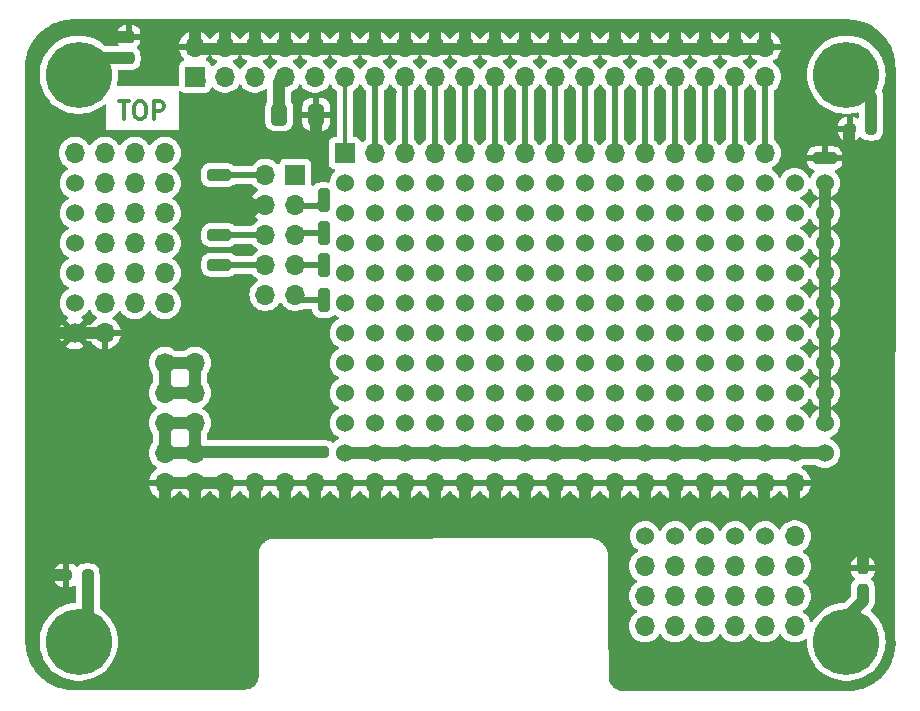
<source format=gtl>
G04 #@! TF.GenerationSoftware,KiCad,Pcbnew,7.0.5-4d25ed1034~172~ubuntu22.04.1*
G04 #@! TF.CreationDate,2023-06-04T17:51:51+03:00*
G04 #@! TF.ProjectId,STM32L475daughter,53544d33-324c-4343-9735-646175676874,rev?*
G04 #@! TF.SameCoordinates,Original*
G04 #@! TF.FileFunction,Copper,L1,Top*
G04 #@! TF.FilePolarity,Positive*
%FSLAX46Y46*%
G04 Gerber Fmt 4.6, Leading zero omitted, Abs format (unit mm)*
G04 Created by KiCad (PCBNEW 7.0.5-4d25ed1034~172~ubuntu22.04.1) date 2023-06-04 17:51:51*
%MOMM*%
%LPD*%
G01*
G04 APERTURE LIST*
G04 Aperture macros list*
%AMRoundRect*
0 Rectangle with rounded corners*
0 $1 Rounding radius*
0 $2 $3 $4 $5 $6 $7 $8 $9 X,Y pos of 4 corners*
0 Add a 4 corners polygon primitive as box body*
4,1,4,$2,$3,$4,$5,$6,$7,$8,$9,$2,$3,0*
0 Add four circle primitives for the rounded corners*
1,1,$1+$1,$2,$3*
1,1,$1+$1,$4,$5*
1,1,$1+$1,$6,$7*
1,1,$1+$1,$8,$9*
0 Add four rect primitives between the rounded corners*
20,1,$1+$1,$2,$3,$4,$5,0*
20,1,$1+$1,$4,$5,$6,$7,0*
20,1,$1+$1,$6,$7,$8,$9,0*
20,1,$1+$1,$8,$9,$2,$3,0*%
G04 Aperture macros list end*
%ADD10C,0.300000*%
G04 #@! TA.AperFunction,NonConductor*
%ADD11C,0.300000*%
G04 #@! TD*
G04 #@! TA.AperFunction,SMDPad,CuDef*
%ADD12RoundRect,0.250000X0.750000X-0.250000X0.750000X0.250000X-0.750000X0.250000X-0.750000X-0.250000X0*%
G04 #@! TD*
G04 #@! TA.AperFunction,ComponentPad*
%ADD13C,1.700000*%
G04 #@! TD*
G04 #@! TA.AperFunction,ComponentPad*
%ADD14O,1.700000X1.700000*%
G04 #@! TD*
G04 #@! TA.AperFunction,ComponentPad*
%ADD15C,1.524000*%
G04 #@! TD*
G04 #@! TA.AperFunction,SMDPad,CuDef*
%ADD16RoundRect,0.250000X0.250000X0.750000X-0.250000X0.750000X-0.250000X-0.750000X0.250000X-0.750000X0*%
G04 #@! TD*
G04 #@! TA.AperFunction,SMDPad,CuDef*
%ADD17RoundRect,0.250000X-0.750000X0.250000X-0.750000X-0.250000X0.750000X-0.250000X0.750000X0.250000X0*%
G04 #@! TD*
G04 #@! TA.AperFunction,SMDPad,CuDef*
%ADD18RoundRect,0.250000X-0.412500X-0.650000X0.412500X-0.650000X0.412500X0.650000X-0.412500X0.650000X0*%
G04 #@! TD*
G04 #@! TA.AperFunction,SMDPad,CuDef*
%ADD19RoundRect,0.237500X-0.237500X0.250000X-0.237500X-0.250000X0.237500X-0.250000X0.237500X0.250000X0*%
G04 #@! TD*
G04 #@! TA.AperFunction,SMDPad,CuDef*
%ADD20RoundRect,0.237500X-0.250000X-0.237500X0.250000X-0.237500X0.250000X0.237500X-0.250000X0.237500X0*%
G04 #@! TD*
G04 #@! TA.AperFunction,ComponentPad*
%ADD21R,1.700000X1.700000*%
G04 #@! TD*
G04 #@! TA.AperFunction,ComponentPad*
%ADD22C,3.600000*%
G04 #@! TD*
G04 #@! TA.AperFunction,ConnectorPad*
%ADD23C,5.600000*%
G04 #@! TD*
G04 #@! TA.AperFunction,ViaPad*
%ADD24C,0.800000*%
G04 #@! TD*
G04 #@! TA.AperFunction,Conductor*
%ADD25C,0.500000*%
G04 #@! TD*
G04 #@! TA.AperFunction,Conductor*
%ADD26C,1.000000*%
G04 #@! TD*
G04 #@! TA.AperFunction,Conductor*
%ADD27C,0.300000*%
G04 #@! TD*
G04 APERTURE END LIST*
D10*
D11*
X74715225Y-56200828D02*
X75572368Y-56200828D01*
X75143796Y-57700828D02*
X75143796Y-56200828D01*
X76358082Y-56200828D02*
X76643796Y-56200828D01*
X76643796Y-56200828D02*
X76786653Y-56272257D01*
X76786653Y-56272257D02*
X76929510Y-56415114D01*
X76929510Y-56415114D02*
X77000939Y-56700828D01*
X77000939Y-56700828D02*
X77000939Y-57200828D01*
X77000939Y-57200828D02*
X76929510Y-57486542D01*
X76929510Y-57486542D02*
X76786653Y-57629400D01*
X76786653Y-57629400D02*
X76643796Y-57700828D01*
X76643796Y-57700828D02*
X76358082Y-57700828D01*
X76358082Y-57700828D02*
X76215225Y-57629400D01*
X76215225Y-57629400D02*
X76072367Y-57486542D01*
X76072367Y-57486542D02*
X76000939Y-57200828D01*
X76000939Y-57200828D02*
X76000939Y-56700828D01*
X76000939Y-56700828D02*
X76072367Y-56415114D01*
X76072367Y-56415114D02*
X76215225Y-56272257D01*
X76215225Y-56272257D02*
X76358082Y-56200828D01*
X77643796Y-57700828D02*
X77643796Y-56200828D01*
X77643796Y-56200828D02*
X78215225Y-56200828D01*
X78215225Y-56200828D02*
X78358082Y-56272257D01*
X78358082Y-56272257D02*
X78429511Y-56343685D01*
X78429511Y-56343685D02*
X78500939Y-56486542D01*
X78500939Y-56486542D02*
X78500939Y-56700828D01*
X78500939Y-56700828D02*
X78429511Y-56843685D01*
X78429511Y-56843685D02*
X78358082Y-56915114D01*
X78358082Y-56915114D02*
X78215225Y-56986542D01*
X78215225Y-56986542D02*
X77643796Y-56986542D01*
D12*
X83160000Y-62455000D03*
D13*
X70970000Y-75815000D03*
D14*
X73510000Y-75815000D03*
D12*
X83200000Y-70025000D03*
X83200000Y-67525000D03*
D15*
X119250000Y-93025000D03*
X121790000Y-93025000D03*
X124330000Y-93025000D03*
X126870000Y-93025000D03*
X129410000Y-93025000D03*
D14*
X131950000Y-93025000D03*
X119250000Y-95565000D03*
X121790000Y-95565000D03*
X124330000Y-95565000D03*
X126870000Y-95565000D03*
X129410000Y-95565000D03*
X131950000Y-95565000D03*
X119250000Y-98105000D03*
X121790000Y-98105000D03*
X124330000Y-98105000D03*
X126870000Y-98105000D03*
X129410000Y-98105000D03*
X131950000Y-98105000D03*
X119250000Y-100645000D03*
X121790000Y-100645000D03*
X124330000Y-100645000D03*
X126870000Y-100645000D03*
X129410000Y-100645000D03*
X131950000Y-100645000D03*
D16*
X92075000Y-73025000D03*
X92050000Y-70075000D03*
X92050000Y-67325000D03*
X92050000Y-64575000D03*
D15*
X70970000Y-73275000D03*
X70970000Y-70735000D03*
X70970000Y-68195000D03*
X70970000Y-65655000D03*
X70970000Y-63115000D03*
D14*
X70970000Y-60575000D03*
X73510000Y-73275000D03*
X73510000Y-70735000D03*
X73510000Y-68195000D03*
X73510000Y-65655000D03*
X73510000Y-63115000D03*
X73510000Y-60575000D03*
X76050000Y-73275000D03*
X76050000Y-70735000D03*
X76050000Y-68195000D03*
X76050000Y-65655000D03*
X76050000Y-63115000D03*
X76050000Y-60575000D03*
X78590000Y-73275000D03*
X78590000Y-70735000D03*
X78590000Y-68195000D03*
X78590000Y-65655000D03*
X78590000Y-63115000D03*
X78590000Y-60575000D03*
D17*
X134450000Y-61025000D03*
D14*
X83670000Y-88515000D03*
X86210000Y-88515000D03*
X88750000Y-88515000D03*
X91290000Y-88515000D03*
X93830000Y-88515000D03*
X96370000Y-88515000D03*
X98910000Y-88515000D03*
X101450000Y-88515000D03*
X103990000Y-88515000D03*
X106530000Y-88515000D03*
X109070000Y-88515000D03*
X111610000Y-88515000D03*
X114150000Y-88515000D03*
X116690000Y-88515000D03*
X119230000Y-88515000D03*
X121770000Y-88515000D03*
X124310000Y-88515000D03*
X126850000Y-88515000D03*
X129390000Y-88515000D03*
X131930000Y-88515000D03*
D12*
X91500000Y-85925000D03*
D13*
X78590000Y-78355000D03*
D14*
X81130000Y-78355000D03*
X78590000Y-80895000D03*
X81130000Y-80895000D03*
X78590000Y-83435000D03*
X81130000Y-83435000D03*
X78590000Y-85975000D03*
X81130000Y-85975000D03*
X78590000Y-88515000D03*
X81130000Y-88515000D03*
D15*
X131930000Y-85975000D03*
X131930000Y-83435000D03*
X131930000Y-80895000D03*
X131930000Y-78355000D03*
X131930000Y-75815000D03*
X131930000Y-73275000D03*
X131930000Y-70735000D03*
X131930000Y-68195000D03*
X131930000Y-65655000D03*
X131930000Y-63115000D03*
X134470000Y-85975000D03*
X134470000Y-83435000D03*
X134470000Y-80895000D03*
X134470000Y-78355000D03*
X134470000Y-75815000D03*
X134470000Y-73275000D03*
X134470000Y-70735000D03*
X134470000Y-68195000D03*
X134470000Y-65655000D03*
X134470000Y-63115000D03*
X119230000Y-85975000D03*
X119230000Y-83435000D03*
X119230000Y-80895000D03*
X119230000Y-78355000D03*
X119230000Y-75815000D03*
X119230000Y-73275000D03*
X119230000Y-70735000D03*
X119230000Y-68195000D03*
X119230000Y-65655000D03*
X119230000Y-63115000D03*
X121770000Y-85975000D03*
X121770000Y-83435000D03*
X121770000Y-80895000D03*
X121770000Y-78355000D03*
X121770000Y-75815000D03*
X121770000Y-73275000D03*
X121770000Y-70735000D03*
X121770000Y-68195000D03*
X121770000Y-65655000D03*
X121770000Y-63115000D03*
X124310000Y-85975000D03*
X124310000Y-83435000D03*
X124310000Y-80895000D03*
X124310000Y-78355000D03*
X124310000Y-75815000D03*
X124310000Y-73275000D03*
X124310000Y-70735000D03*
X124310000Y-68195000D03*
X124310000Y-65655000D03*
X124310000Y-63115000D03*
X126850000Y-85975000D03*
X126850000Y-83435000D03*
X126850000Y-80895000D03*
X126850000Y-78355000D03*
X126850000Y-75815000D03*
X126850000Y-73275000D03*
X126850000Y-70735000D03*
X126850000Y-68195000D03*
X126850000Y-65655000D03*
X126850000Y-63115000D03*
X129390000Y-85975000D03*
X129390000Y-83435000D03*
X129390000Y-80895000D03*
X129390000Y-78355000D03*
X129390000Y-75815000D03*
X129390000Y-73275000D03*
X129390000Y-70735000D03*
X129390000Y-68195000D03*
X129390000Y-65655000D03*
X129390000Y-63115000D03*
X116690000Y-63115000D03*
X116690000Y-65655000D03*
X116690000Y-68195000D03*
X116690000Y-70735000D03*
X116690000Y-73275000D03*
X116690000Y-75815000D03*
X116690000Y-78355000D03*
X116690000Y-80895000D03*
X116690000Y-83435000D03*
X116690000Y-85975000D03*
X114150000Y-63115000D03*
X114150000Y-65655000D03*
X114150000Y-68195000D03*
X114150000Y-70735000D03*
X114150000Y-73275000D03*
X114150000Y-75815000D03*
X114150000Y-78355000D03*
X114150000Y-80895000D03*
X114150000Y-83435000D03*
X114150000Y-85975000D03*
X111610000Y-63115000D03*
X111610000Y-65655000D03*
X111610000Y-68195000D03*
X111610000Y-70735000D03*
X111610000Y-73275000D03*
X111610000Y-75815000D03*
X111610000Y-78355000D03*
X111610000Y-80895000D03*
X111610000Y-83435000D03*
X111610000Y-85975000D03*
X109070000Y-63115000D03*
X109070000Y-65655000D03*
X109070000Y-68195000D03*
X109070000Y-70735000D03*
X109070000Y-73275000D03*
X109070000Y-75815000D03*
X109070000Y-78355000D03*
X109070000Y-80895000D03*
X109070000Y-83435000D03*
X109070000Y-85975000D03*
X106530000Y-63115000D03*
X106530000Y-65655000D03*
X106530000Y-68195000D03*
X106530000Y-70735000D03*
X106530000Y-73275000D03*
X106530000Y-75815000D03*
X106530000Y-78355000D03*
X106530000Y-80895000D03*
X106530000Y-83435000D03*
X106530000Y-85975000D03*
X103990000Y-63115000D03*
X103990000Y-65655000D03*
X103990000Y-68195000D03*
X103990000Y-70735000D03*
X103990000Y-73275000D03*
X103990000Y-75815000D03*
X103990000Y-78355000D03*
X103990000Y-80895000D03*
X103990000Y-83435000D03*
X103990000Y-85975000D03*
X101450000Y-63115000D03*
X101450000Y-65655000D03*
X101450000Y-68195000D03*
X101450000Y-70735000D03*
X101450000Y-73275000D03*
X101450000Y-75815000D03*
X101450000Y-78355000D03*
X101450000Y-80895000D03*
X101450000Y-83435000D03*
X101450000Y-85975000D03*
X98910000Y-63115000D03*
X98910000Y-65655000D03*
X98910000Y-68195000D03*
X98910000Y-70735000D03*
X98910000Y-73275000D03*
X98910000Y-75815000D03*
X98910000Y-78355000D03*
X98910000Y-80895000D03*
X98910000Y-83435000D03*
X98910000Y-85975000D03*
X96370000Y-63115000D03*
X96370000Y-65655000D03*
X96370000Y-68195000D03*
X96370000Y-70735000D03*
X96370000Y-73275000D03*
X96370000Y-75815000D03*
X96370000Y-78355000D03*
X96370000Y-80895000D03*
X96370000Y-83435000D03*
X96370000Y-85975000D03*
X93830000Y-63115000D03*
X93830000Y-65655000D03*
X93830000Y-68195000D03*
X93830000Y-70735000D03*
X93830000Y-73275000D03*
X93830000Y-75815000D03*
X93830000Y-78355000D03*
X93830000Y-80895000D03*
X93830000Y-83435000D03*
X93830000Y-85975000D03*
D18*
X88287500Y-57325000D03*
X91412500Y-57325000D03*
D19*
X137700000Y-95712500D03*
X137700000Y-97537500D03*
D20*
X136575000Y-58525000D03*
X138400000Y-58525000D03*
D21*
X89650000Y-62425000D03*
D14*
X87110000Y-62425000D03*
X89650000Y-64965000D03*
X87110000Y-64965000D03*
X89650000Y-67505000D03*
X87110000Y-67505000D03*
X89650000Y-70045000D03*
X87110000Y-70045000D03*
X89650000Y-72585000D03*
X87110000Y-72585000D03*
D19*
X75550000Y-50725000D03*
X75550000Y-52550000D03*
D22*
X71300000Y-101955000D03*
D23*
X71300000Y-101955000D03*
D21*
X93830000Y-60575000D03*
D14*
X96370000Y-60575000D03*
X98910000Y-60575000D03*
X101450000Y-60575000D03*
X103990000Y-60575000D03*
X106530000Y-60575000D03*
X109070000Y-60575000D03*
X111610000Y-60575000D03*
X114150000Y-60575000D03*
X116690000Y-60575000D03*
X119230000Y-60575000D03*
X121770000Y-60575000D03*
X124310000Y-60575000D03*
X126850000Y-60575000D03*
X129390000Y-60575000D03*
D22*
X136300000Y-101955000D03*
D23*
X136300000Y-101955000D03*
D22*
X71300000Y-53955000D03*
D23*
X71300000Y-53955000D03*
D21*
X81150000Y-54115000D03*
D14*
X81150000Y-51575000D03*
X83690000Y-54115000D03*
X83690000Y-51575000D03*
X86230000Y-54115000D03*
X86230000Y-51575000D03*
X88770000Y-54115000D03*
X88770000Y-51575000D03*
X91310000Y-54115000D03*
X91310000Y-51575000D03*
X93850000Y-54115000D03*
X93850000Y-51575000D03*
X96390000Y-54115000D03*
X96390000Y-51575000D03*
X98930000Y-54115000D03*
X98930000Y-51575000D03*
X101470000Y-54115000D03*
X101470000Y-51575000D03*
X104010000Y-54115000D03*
X104010000Y-51575000D03*
X106550000Y-54115000D03*
X106550000Y-51575000D03*
X109090000Y-54115000D03*
X109090000Y-51575000D03*
X111630000Y-54115000D03*
X111630000Y-51575000D03*
X114170000Y-54115000D03*
X114170000Y-51575000D03*
X116710000Y-54115000D03*
X116710000Y-51575000D03*
X119250000Y-54115000D03*
X119250000Y-51575000D03*
X121790000Y-54115000D03*
X121790000Y-51575000D03*
X124330000Y-54115000D03*
X124330000Y-51575000D03*
X126870000Y-54115000D03*
X126870000Y-51575000D03*
X129410000Y-54115000D03*
X129410000Y-51575000D03*
D22*
X136300000Y-53955000D03*
D23*
X136300000Y-53955000D03*
D20*
X70237500Y-96325000D03*
X72062500Y-96325000D03*
D24*
X78050000Y-53975000D03*
X83600000Y-56125000D03*
X67970000Y-93325000D03*
X75650000Y-82125000D03*
X88600000Y-83775000D03*
X84700000Y-83775000D03*
X85250000Y-81775000D03*
X79850000Y-75175000D03*
X85450000Y-59275000D03*
X80250000Y-71975000D03*
X80250000Y-69525000D03*
X80250000Y-66925000D03*
X80250000Y-64375000D03*
X80250000Y-61825000D03*
X139450000Y-92925000D03*
X139050000Y-71075000D03*
X139050000Y-77675000D03*
X85450000Y-100825000D03*
X85450000Y-96425000D03*
X88800000Y-92275000D03*
X112800000Y-92055000D03*
X116900000Y-94325000D03*
X116900000Y-96875000D03*
X116900000Y-99275000D03*
X116900000Y-102125000D03*
X134010000Y-92055000D03*
X134010000Y-97135000D03*
X75590000Y-104755000D03*
X80670000Y-104755000D03*
X85450000Y-104725000D03*
X116230000Y-92055000D03*
X118770000Y-104425000D03*
X123850000Y-104425000D03*
X128930000Y-104425000D03*
X69100000Y-75825000D03*
X70950000Y-77825000D03*
X136250000Y-60975000D03*
X132600000Y-61025000D03*
X91250000Y-90475000D03*
X88700000Y-90475000D03*
X93800000Y-90425000D03*
X96300000Y-90475000D03*
X114150000Y-90475000D03*
X111600000Y-90425000D03*
X104050000Y-90425000D03*
X101500000Y-90475000D03*
X106550000Y-90475000D03*
X98950000Y-90475000D03*
X109100000Y-90425000D03*
X81150000Y-90655000D03*
X78600000Y-90555000D03*
X91400000Y-58825000D03*
X83700000Y-90425000D03*
X86200000Y-90535000D03*
X116700000Y-90485000D03*
X119250000Y-90485000D03*
X121800000Y-90435000D03*
X124300000Y-90485000D03*
X129350000Y-90435000D03*
X131900000Y-90485000D03*
X109100000Y-49925000D03*
X131050000Y-55325000D03*
X139050000Y-74250000D03*
X139450000Y-89000000D03*
X126850000Y-90435000D03*
X83700000Y-49925000D03*
X67970000Y-79355000D03*
X67970000Y-74275000D03*
X104000000Y-49925000D03*
X124300000Y-49925000D03*
X106550000Y-49925000D03*
X136550000Y-59775000D03*
X97800000Y-55375000D03*
X139425000Y-96825000D03*
X116700000Y-49925000D03*
X129400000Y-49925000D03*
X114150000Y-49925000D03*
X85450000Y-64475000D03*
X86200000Y-49925000D03*
X107850000Y-55325000D03*
X95050000Y-55375000D03*
X67970000Y-64115000D03*
X85300000Y-66175000D03*
X74200000Y-50725000D03*
X101500000Y-49925000D03*
X126850000Y-49925000D03*
X139050000Y-67875000D03*
X139500000Y-59800000D03*
X120450000Y-55325000D03*
X91350000Y-49925000D03*
X81150000Y-49925000D03*
X123150000Y-55325000D03*
X98950000Y-49925000D03*
X119250000Y-49925000D03*
X118000000Y-55325000D03*
X132475000Y-55825000D03*
X112950000Y-55325000D03*
X105300000Y-55375000D03*
X93850000Y-49925000D03*
X102800000Y-55325000D03*
X88750000Y-49925000D03*
X110400000Y-55325000D03*
X125650000Y-55325000D03*
X111650000Y-49925000D03*
X132400000Y-104425000D03*
X96400000Y-49925000D03*
X77600000Y-50275000D03*
X139025000Y-81375000D03*
X138000000Y-94425000D03*
X67970000Y-69195000D03*
X121800000Y-49925000D03*
X128100000Y-55325000D03*
X67970000Y-84435000D03*
X133750000Y-50200000D03*
X100200000Y-55325000D03*
X67900000Y-97825000D03*
X67970000Y-89515000D03*
X115450000Y-55325000D03*
X67970000Y-59035000D03*
D25*
X83160000Y-62455000D02*
X87080000Y-62455000D01*
X87080000Y-62455000D02*
X87110000Y-62425000D01*
X83200000Y-67525000D02*
X87090000Y-67525000D01*
X87090000Y-67525000D02*
X87110000Y-67505000D01*
X92050000Y-64575000D02*
X91600000Y-65025000D01*
X91600000Y-65025000D02*
X89710000Y-65025000D01*
X89710000Y-65025000D02*
X89650000Y-64965000D01*
X92075000Y-73025000D02*
X90090000Y-73025000D01*
X90090000Y-73025000D02*
X89650000Y-72585000D01*
X92050000Y-70075000D02*
X89680000Y-70075000D01*
X89680000Y-70075000D02*
X89650000Y-70045000D01*
X92050000Y-67325000D02*
X89830000Y-67325000D01*
X89830000Y-67325000D02*
X89650000Y-67505000D01*
X83200000Y-70025000D02*
X87090000Y-70025000D01*
X87090000Y-70025000D02*
X87110000Y-70045000D01*
D26*
X73510000Y-75815000D02*
X73470000Y-75775000D01*
X73470000Y-75775000D02*
X69150000Y-75775000D01*
X69150000Y-75775000D02*
X69100000Y-75825000D01*
X70970000Y-75815000D02*
X73510000Y-75815000D01*
X138000000Y-94425000D02*
X137700000Y-94725000D01*
X137700000Y-94725000D02*
X137700000Y-95712500D01*
X137700000Y-97537500D02*
X137700000Y-98500000D01*
X137700000Y-98500000D02*
X136150000Y-100050000D01*
X134470000Y-83435000D02*
X134470000Y-63115000D01*
X83700000Y-90425000D02*
X83700000Y-88435000D01*
X86200000Y-90535000D02*
X86210000Y-90525000D01*
X86210000Y-90525000D02*
X86210000Y-88515000D01*
X88700000Y-90475000D02*
X88750000Y-90425000D01*
X88750000Y-90425000D02*
X88750000Y-88565000D01*
X88750000Y-88565000D02*
X88700000Y-88515000D01*
X91250000Y-90475000D02*
X91290000Y-90435000D01*
X91290000Y-90435000D02*
X91290000Y-88565000D01*
X91290000Y-88565000D02*
X91250000Y-88525000D01*
X93800000Y-90425000D02*
X93830000Y-90395000D01*
X93830000Y-90395000D02*
X93830000Y-88565000D01*
X93830000Y-88565000D02*
X93800000Y-88535000D01*
X96300000Y-90475000D02*
X96370000Y-90405000D01*
X96370000Y-90405000D02*
X96370000Y-88585000D01*
X96370000Y-88585000D02*
X96300000Y-88515000D01*
X98950000Y-90475000D02*
X98950000Y-88515000D01*
X114150000Y-90475000D02*
X114150000Y-88535000D01*
X111600000Y-90425000D02*
X111600000Y-88545000D01*
X109100000Y-90425000D02*
X109100000Y-88505000D01*
X104050000Y-90425000D02*
X104050000Y-88535000D01*
X106550000Y-90475000D02*
X106550000Y-88515000D01*
X101500000Y-90475000D02*
X101500000Y-88525000D01*
X81130000Y-85975000D02*
X81180000Y-85925000D01*
X81180000Y-85925000D02*
X91500000Y-85925000D01*
X81130000Y-88515000D02*
X83010000Y-88515000D01*
X83010000Y-88515000D02*
X83050000Y-88555000D01*
X78590000Y-88515000D02*
X78590000Y-90545000D01*
X78590000Y-90545000D02*
X78600000Y-90555000D01*
X81130000Y-88515000D02*
X81130000Y-90635000D01*
X81130000Y-90635000D02*
X81150000Y-90655000D01*
X78590000Y-88515000D02*
X81130000Y-88515000D01*
X81130000Y-78355000D02*
X81130000Y-80895000D01*
X78590000Y-78355000D02*
X78590000Y-80895000D01*
X78590000Y-83435000D02*
X78590000Y-85975000D01*
X81130000Y-83435000D02*
X81130000Y-85975000D01*
X78590000Y-85975000D02*
X81130000Y-85975000D01*
X78590000Y-83435000D02*
X81130000Y-83435000D01*
X78590000Y-80895000D02*
X81130000Y-80895000D01*
X78590000Y-78355000D02*
X81130000Y-78355000D01*
X91412500Y-57325000D02*
X91412500Y-58812500D01*
X91412500Y-58812500D02*
X91400000Y-58825000D01*
X88287500Y-57325000D02*
X88287500Y-54597500D01*
X88287500Y-54597500D02*
X88770000Y-54115000D01*
X78572500Y-85992500D02*
X78590000Y-85975000D01*
X78471250Y-88515000D02*
X78561250Y-88605000D01*
X131900000Y-90485000D02*
X131900000Y-88545000D01*
X131900000Y-88545000D02*
X131930000Y-88515000D01*
X129350000Y-90435000D02*
X129350000Y-88555000D01*
X129350000Y-88555000D02*
X129390000Y-88515000D01*
X126850000Y-90435000D02*
X126850000Y-88515000D01*
X124300000Y-90485000D02*
X124300000Y-88525000D01*
X124300000Y-88525000D02*
X124310000Y-88515000D01*
X121800000Y-90435000D02*
X121800000Y-88545000D01*
X121800000Y-88545000D02*
X121770000Y-88515000D01*
X119250000Y-90485000D02*
X119250000Y-88535000D01*
X119250000Y-88535000D02*
X119230000Y-88515000D01*
X116700000Y-90485000D02*
X116700000Y-88525000D01*
X116700000Y-88525000D02*
X116690000Y-88515000D01*
X93830000Y-85975000D02*
X134470000Y-85975000D01*
X81150000Y-54115000D02*
X81550000Y-54515000D01*
X126850000Y-49925000D02*
X126850000Y-51715000D01*
X136550000Y-59775000D02*
X136550000Y-58550000D01*
X68725000Y-96325000D02*
X68600000Y-96450000D01*
X67900000Y-97825000D02*
X67900000Y-97150000D01*
X124300000Y-51705000D02*
X124330000Y-51735000D01*
X98930000Y-51735000D02*
X98930000Y-49945000D01*
X83700000Y-51725000D02*
X83690000Y-51735000D01*
X116710000Y-51735000D02*
X116710000Y-49935000D01*
X87750000Y-51735000D02*
X85790000Y-51735000D01*
X114170000Y-51735000D02*
X114170000Y-49945000D01*
X96390000Y-51735000D02*
X96390000Y-49935000D01*
X121800000Y-51725000D02*
X121790000Y-51735000D01*
X70237500Y-96325000D02*
X68725000Y-96325000D01*
X93850000Y-49925000D02*
X93850000Y-51735000D01*
X88750000Y-49925000D02*
X88750000Y-51715000D01*
X86510000Y-64965000D02*
X85300000Y-66175000D01*
X109090000Y-49935000D02*
X109100000Y-49925000D01*
X106550000Y-51735000D02*
X106550000Y-49925000D01*
X119250000Y-51735000D02*
X119250000Y-49925000D01*
X121800000Y-49925000D02*
X121800000Y-51725000D01*
X109090000Y-51735000D02*
X109090000Y-49935000D01*
X98930000Y-49945000D02*
X98950000Y-49925000D01*
X129400000Y-49925000D02*
X129400000Y-51725000D01*
X111630000Y-51735000D02*
X111630000Y-49945000D01*
X124300000Y-49925000D02*
X124300000Y-51705000D01*
X86200000Y-49925000D02*
X86200000Y-51705000D01*
X85790000Y-51735000D02*
X85750000Y-51775000D01*
X126850000Y-51715000D02*
X126870000Y-51735000D01*
X75550000Y-50725000D02*
X74200000Y-50725000D01*
X81150000Y-51735000D02*
X129410000Y-51735000D01*
X114170000Y-49945000D02*
X114150000Y-49925000D01*
X129400000Y-51725000D02*
X129410000Y-51735000D01*
X96390000Y-49935000D02*
X96400000Y-49925000D01*
X83700000Y-49925000D02*
X83700000Y-51725000D01*
X101470000Y-51735000D02*
X101470000Y-49955000D01*
X101470000Y-49955000D02*
X101500000Y-49925000D01*
X136550000Y-58550000D02*
X136575000Y-58525000D01*
X111630000Y-49945000D02*
X111650000Y-49925000D01*
X86200000Y-51705000D02*
X86230000Y-51735000D01*
X67900000Y-97150000D02*
X68600000Y-96450000D01*
X104010000Y-49935000D02*
X104000000Y-49925000D01*
X85940000Y-64965000D02*
X87110000Y-64965000D01*
X116710000Y-49935000D02*
X116700000Y-49925000D01*
X81150000Y-51735000D02*
X81150000Y-49925000D01*
X88750000Y-51715000D02*
X88770000Y-51735000D01*
X91310000Y-51735000D02*
X91310000Y-49965000D01*
X104010000Y-51735000D02*
X104010000Y-49935000D01*
X87110000Y-64965000D02*
X86510000Y-64965000D01*
X85450000Y-64475000D02*
X85940000Y-64965000D01*
X91310000Y-49965000D02*
X91350000Y-49925000D01*
X72062500Y-96325000D02*
X72062500Y-101192500D01*
X72062500Y-101192500D02*
X71300000Y-101955000D01*
X72555000Y-52550000D02*
X71150000Y-53955000D01*
X75550000Y-52550000D02*
X72555000Y-52550000D01*
D25*
X129410000Y-60555000D02*
X129390000Y-60575000D01*
X129410000Y-54115000D02*
X129410000Y-60555000D01*
D26*
X138400000Y-55805000D02*
X136550000Y-53955000D01*
X138400000Y-58525000D02*
X138400000Y-55805000D01*
D25*
X103990000Y-60575000D02*
X103990000Y-54135000D01*
X103990000Y-54135000D02*
X104010000Y-54115000D01*
X101470000Y-60555000D02*
X101450000Y-60575000D01*
X101470000Y-54115000D02*
X101470000Y-60555000D01*
X119230000Y-54135000D02*
X119250000Y-54115000D01*
X119230000Y-60575000D02*
X119230000Y-54135000D01*
X116690000Y-54135000D02*
X116710000Y-54115000D01*
X116690000Y-60575000D02*
X116690000Y-54135000D01*
D27*
X86990000Y-67625000D02*
X87110000Y-67505000D01*
D25*
X124310000Y-60575000D02*
X124310000Y-54135000D01*
X124310000Y-54135000D02*
X124330000Y-54115000D01*
X121770000Y-54135000D02*
X121790000Y-54115000D01*
X121770000Y-60575000D02*
X121770000Y-54135000D01*
X126850000Y-60575000D02*
X126850000Y-54135000D01*
X126850000Y-54135000D02*
X126870000Y-54115000D01*
X106530000Y-54135000D02*
X106550000Y-54115000D01*
X106530000Y-60575000D02*
X106530000Y-54135000D01*
X109070000Y-54135000D02*
X109090000Y-54115000D01*
X109070000Y-60575000D02*
X109070000Y-54135000D01*
X111610000Y-60575000D02*
X111610000Y-54135000D01*
X111610000Y-54135000D02*
X111630000Y-54115000D01*
X114150000Y-60575000D02*
X114150000Y-54135000D01*
X114150000Y-54135000D02*
X114170000Y-54115000D01*
D27*
X93850000Y-54115000D02*
X93850000Y-60555000D01*
X93850000Y-60555000D02*
X93830000Y-60575000D01*
D25*
X96390000Y-54115000D02*
X96390000Y-60555000D01*
X96390000Y-60555000D02*
X96370000Y-60575000D01*
X98930000Y-60555000D02*
X98910000Y-60575000D01*
X98930000Y-54115000D02*
X98930000Y-60555000D01*
G04 #@! TA.AperFunction,Conductor*
G36*
X80670507Y-88305156D02*
G01*
X80630000Y-88443111D01*
X80630000Y-88586889D01*
X80670507Y-88724844D01*
X80698884Y-88769000D01*
X79021116Y-88769000D01*
X79049493Y-88724844D01*
X79090000Y-88586889D01*
X79090000Y-88443111D01*
X79049493Y-88305156D01*
X79021116Y-88261000D01*
X80698884Y-88261000D01*
X80670507Y-88305156D01*
G37*
G04 #@! TD.AperFunction*
G04 #@! TA.AperFunction,Conductor*
G36*
X83210507Y-88305156D02*
G01*
X83170000Y-88443111D01*
X83170000Y-88586889D01*
X83210507Y-88724844D01*
X83238884Y-88769000D01*
X81561116Y-88769000D01*
X81589493Y-88724844D01*
X81630000Y-88586889D01*
X81630000Y-88443111D01*
X81589493Y-88305156D01*
X81561116Y-88261000D01*
X83238884Y-88261000D01*
X83210507Y-88305156D01*
G37*
G04 #@! TD.AperFunction*
G04 #@! TA.AperFunction,Conductor*
G36*
X85750507Y-88305156D02*
G01*
X85710000Y-88443111D01*
X85710000Y-88586889D01*
X85750507Y-88724844D01*
X85778884Y-88769000D01*
X84101116Y-88769000D01*
X84129493Y-88724844D01*
X84170000Y-88586889D01*
X84170000Y-88443111D01*
X84129493Y-88305156D01*
X84101116Y-88261000D01*
X85778884Y-88261000D01*
X85750507Y-88305156D01*
G37*
G04 #@! TD.AperFunction*
G04 #@! TA.AperFunction,Conductor*
G36*
X88290507Y-88305156D02*
G01*
X88250000Y-88443111D01*
X88250000Y-88586889D01*
X88290507Y-88724844D01*
X88318884Y-88769000D01*
X86641116Y-88769000D01*
X86669493Y-88724844D01*
X86710000Y-88586889D01*
X86710000Y-88443111D01*
X86669493Y-88305156D01*
X86641116Y-88261000D01*
X88318884Y-88261000D01*
X88290507Y-88305156D01*
G37*
G04 #@! TD.AperFunction*
G04 #@! TA.AperFunction,Conductor*
G36*
X90830507Y-88305156D02*
G01*
X90790000Y-88443111D01*
X90790000Y-88586889D01*
X90830507Y-88724844D01*
X90858884Y-88769000D01*
X89181116Y-88769000D01*
X89209493Y-88724844D01*
X89250000Y-88586889D01*
X89250000Y-88443111D01*
X89209493Y-88305156D01*
X89181116Y-88261000D01*
X90858884Y-88261000D01*
X90830507Y-88305156D01*
G37*
G04 #@! TD.AperFunction*
G04 #@! TA.AperFunction,Conductor*
G36*
X93370507Y-88305156D02*
G01*
X93330000Y-88443111D01*
X93330000Y-88586889D01*
X93370507Y-88724844D01*
X93398884Y-88769000D01*
X91721116Y-88769000D01*
X91749493Y-88724844D01*
X91790000Y-88586889D01*
X91790000Y-88443111D01*
X91749493Y-88305156D01*
X91721116Y-88261000D01*
X93398884Y-88261000D01*
X93370507Y-88305156D01*
G37*
G04 #@! TD.AperFunction*
G04 #@! TA.AperFunction,Conductor*
G36*
X95910507Y-88305156D02*
G01*
X95870000Y-88443111D01*
X95870000Y-88586889D01*
X95910507Y-88724844D01*
X95938884Y-88769000D01*
X94261116Y-88769000D01*
X94289493Y-88724844D01*
X94330000Y-88586889D01*
X94330000Y-88443111D01*
X94289493Y-88305156D01*
X94261116Y-88261000D01*
X95938884Y-88261000D01*
X95910507Y-88305156D01*
G37*
G04 #@! TD.AperFunction*
G04 #@! TA.AperFunction,Conductor*
G36*
X98450507Y-88305156D02*
G01*
X98410000Y-88443111D01*
X98410000Y-88586889D01*
X98450507Y-88724844D01*
X98478884Y-88769000D01*
X96801116Y-88769000D01*
X96829493Y-88724844D01*
X96870000Y-88586889D01*
X96870000Y-88443111D01*
X96829493Y-88305156D01*
X96801116Y-88261000D01*
X98478884Y-88261000D01*
X98450507Y-88305156D01*
G37*
G04 #@! TD.AperFunction*
G04 #@! TA.AperFunction,Conductor*
G36*
X100990507Y-88305156D02*
G01*
X100950000Y-88443111D01*
X100950000Y-88586889D01*
X100990507Y-88724844D01*
X101018884Y-88769000D01*
X99341116Y-88769000D01*
X99369493Y-88724844D01*
X99410000Y-88586889D01*
X99410000Y-88443111D01*
X99369493Y-88305156D01*
X99341116Y-88261000D01*
X101018884Y-88261000D01*
X100990507Y-88305156D01*
G37*
G04 #@! TD.AperFunction*
G04 #@! TA.AperFunction,Conductor*
G36*
X103530507Y-88305156D02*
G01*
X103490000Y-88443111D01*
X103490000Y-88586889D01*
X103530507Y-88724844D01*
X103558884Y-88769000D01*
X101881116Y-88769000D01*
X101909493Y-88724844D01*
X101950000Y-88586889D01*
X101950000Y-88443111D01*
X101909493Y-88305156D01*
X101881116Y-88261000D01*
X103558884Y-88261000D01*
X103530507Y-88305156D01*
G37*
G04 #@! TD.AperFunction*
G04 #@! TA.AperFunction,Conductor*
G36*
X106070507Y-88305156D02*
G01*
X106030000Y-88443111D01*
X106030000Y-88586889D01*
X106070507Y-88724844D01*
X106098884Y-88769000D01*
X104421116Y-88769000D01*
X104449493Y-88724844D01*
X104490000Y-88586889D01*
X104490000Y-88443111D01*
X104449493Y-88305156D01*
X104421116Y-88261000D01*
X106098884Y-88261000D01*
X106070507Y-88305156D01*
G37*
G04 #@! TD.AperFunction*
G04 #@! TA.AperFunction,Conductor*
G36*
X108610507Y-88305156D02*
G01*
X108570000Y-88443111D01*
X108570000Y-88586889D01*
X108610507Y-88724844D01*
X108638884Y-88769000D01*
X106961116Y-88769000D01*
X106989493Y-88724844D01*
X107030000Y-88586889D01*
X107030000Y-88443111D01*
X106989493Y-88305156D01*
X106961116Y-88261000D01*
X108638884Y-88261000D01*
X108610507Y-88305156D01*
G37*
G04 #@! TD.AperFunction*
G04 #@! TA.AperFunction,Conductor*
G36*
X111150507Y-88305156D02*
G01*
X111110000Y-88443111D01*
X111110000Y-88586889D01*
X111150507Y-88724844D01*
X111178884Y-88769000D01*
X109501116Y-88769000D01*
X109529493Y-88724844D01*
X109570000Y-88586889D01*
X109570000Y-88443111D01*
X109529493Y-88305156D01*
X109501116Y-88261000D01*
X111178884Y-88261000D01*
X111150507Y-88305156D01*
G37*
G04 #@! TD.AperFunction*
G04 #@! TA.AperFunction,Conductor*
G36*
X113690507Y-88305156D02*
G01*
X113650000Y-88443111D01*
X113650000Y-88586889D01*
X113690507Y-88724844D01*
X113718884Y-88769000D01*
X112041116Y-88769000D01*
X112069493Y-88724844D01*
X112110000Y-88586889D01*
X112110000Y-88443111D01*
X112069493Y-88305156D01*
X112041116Y-88261000D01*
X113718884Y-88261000D01*
X113690507Y-88305156D01*
G37*
G04 #@! TD.AperFunction*
G04 #@! TA.AperFunction,Conductor*
G36*
X116230507Y-88305156D02*
G01*
X116190000Y-88443111D01*
X116190000Y-88586889D01*
X116230507Y-88724844D01*
X116258884Y-88769000D01*
X114581116Y-88769000D01*
X114609493Y-88724844D01*
X114650000Y-88586889D01*
X114650000Y-88443111D01*
X114609493Y-88305156D01*
X114581116Y-88261000D01*
X116258884Y-88261000D01*
X116230507Y-88305156D01*
G37*
G04 #@! TD.AperFunction*
G04 #@! TA.AperFunction,Conductor*
G36*
X118770507Y-88305156D02*
G01*
X118730000Y-88443111D01*
X118730000Y-88586889D01*
X118770507Y-88724844D01*
X118798884Y-88769000D01*
X117121116Y-88769000D01*
X117149493Y-88724844D01*
X117190000Y-88586889D01*
X117190000Y-88443111D01*
X117149493Y-88305156D01*
X117121116Y-88261000D01*
X118798884Y-88261000D01*
X118770507Y-88305156D01*
G37*
G04 #@! TD.AperFunction*
G04 #@! TA.AperFunction,Conductor*
G36*
X121310507Y-88305156D02*
G01*
X121270000Y-88443111D01*
X121270000Y-88586889D01*
X121310507Y-88724844D01*
X121338884Y-88769000D01*
X119661116Y-88769000D01*
X119689493Y-88724844D01*
X119730000Y-88586889D01*
X119730000Y-88443111D01*
X119689493Y-88305156D01*
X119661116Y-88261000D01*
X121338884Y-88261000D01*
X121310507Y-88305156D01*
G37*
G04 #@! TD.AperFunction*
G04 #@! TA.AperFunction,Conductor*
G36*
X123850507Y-88305156D02*
G01*
X123810000Y-88443111D01*
X123810000Y-88586889D01*
X123850507Y-88724844D01*
X123878884Y-88769000D01*
X122201116Y-88769000D01*
X122229493Y-88724844D01*
X122270000Y-88586889D01*
X122270000Y-88443111D01*
X122229493Y-88305156D01*
X122201116Y-88261000D01*
X123878884Y-88261000D01*
X123850507Y-88305156D01*
G37*
G04 #@! TD.AperFunction*
G04 #@! TA.AperFunction,Conductor*
G36*
X126390507Y-88305156D02*
G01*
X126350000Y-88443111D01*
X126350000Y-88586889D01*
X126390507Y-88724844D01*
X126418884Y-88769000D01*
X124741116Y-88769000D01*
X124769493Y-88724844D01*
X124810000Y-88586889D01*
X124810000Y-88443111D01*
X124769493Y-88305156D01*
X124741116Y-88261000D01*
X126418884Y-88261000D01*
X126390507Y-88305156D01*
G37*
G04 #@! TD.AperFunction*
G04 #@! TA.AperFunction,Conductor*
G36*
X128930507Y-88305156D02*
G01*
X128890000Y-88443111D01*
X128890000Y-88586889D01*
X128930507Y-88724844D01*
X128958884Y-88769000D01*
X127281116Y-88769000D01*
X127309493Y-88724844D01*
X127350000Y-88586889D01*
X127350000Y-88443111D01*
X127309493Y-88305156D01*
X127281116Y-88261000D01*
X128958884Y-88261000D01*
X128930507Y-88305156D01*
G37*
G04 #@! TD.AperFunction*
G04 #@! TA.AperFunction,Conductor*
G36*
X131470507Y-88305156D02*
G01*
X131430000Y-88443111D01*
X131430000Y-88586889D01*
X131470507Y-88724844D01*
X131498884Y-88769000D01*
X129821116Y-88769000D01*
X129849493Y-88724844D01*
X129890000Y-88586889D01*
X129890000Y-88443111D01*
X129849493Y-88305156D01*
X129821116Y-88261000D01*
X131498884Y-88261000D01*
X131470507Y-88305156D01*
G37*
G04 #@! TD.AperFunction*
G04 #@! TA.AperFunction,Conductor*
G36*
X133268958Y-81370422D02*
G01*
X133314193Y-81422626D01*
X133365508Y-81532670D01*
X133365512Y-81532677D01*
X133493016Y-81714772D01*
X133493020Y-81714777D01*
X133493023Y-81714781D01*
X133650219Y-81871977D01*
X133650223Y-81871980D01*
X133650227Y-81871983D01*
X133723804Y-81923502D01*
X133832323Y-81999488D01*
X133942373Y-82050805D01*
X133995658Y-82097722D01*
X134015119Y-82165999D01*
X133994577Y-82233959D01*
X133942373Y-82279195D01*
X133832323Y-82330512D01*
X133650222Y-82458020D01*
X133650216Y-82458025D01*
X133493025Y-82615216D01*
X133493020Y-82615222D01*
X133365512Y-82797323D01*
X133314195Y-82907373D01*
X133267277Y-82960658D01*
X133199000Y-82980119D01*
X133131040Y-82959577D01*
X133085805Y-82907373D01*
X133034488Y-82797325D01*
X133034488Y-82797324D01*
X132906977Y-82615219D01*
X132749781Y-82458023D01*
X132749777Y-82458020D01*
X132749772Y-82458016D01*
X132567677Y-82330512D01*
X132567675Y-82330511D01*
X132457627Y-82279195D01*
X132404342Y-82232278D01*
X132384881Y-82164001D01*
X132405423Y-82096041D01*
X132457627Y-82050805D01*
X132567677Y-81999488D01*
X132749781Y-81871977D01*
X132906977Y-81714781D01*
X133034488Y-81532677D01*
X133085805Y-81422626D01*
X133132720Y-81369343D01*
X133200998Y-81349881D01*
X133268958Y-81370422D01*
G37*
G04 #@! TD.AperFunction*
G04 #@! TA.AperFunction,Conductor*
G36*
X133268958Y-78830422D02*
G01*
X133314193Y-78882626D01*
X133365508Y-78992670D01*
X133365512Y-78992677D01*
X133493016Y-79174772D01*
X133493020Y-79174777D01*
X133493023Y-79174781D01*
X133650219Y-79331977D01*
X133650223Y-79331980D01*
X133650227Y-79331983D01*
X133695238Y-79363500D01*
X133832323Y-79459488D01*
X133942373Y-79510805D01*
X133995658Y-79557722D01*
X134015119Y-79625999D01*
X133994577Y-79693959D01*
X133942373Y-79739195D01*
X133832323Y-79790512D01*
X133650222Y-79918020D01*
X133650216Y-79918025D01*
X133493025Y-80075216D01*
X133493020Y-80075222D01*
X133365512Y-80257323D01*
X133314195Y-80367373D01*
X133267277Y-80420658D01*
X133199000Y-80440119D01*
X133131040Y-80419577D01*
X133085805Y-80367373D01*
X133075964Y-80346269D01*
X133034488Y-80257324D01*
X132906977Y-80075219D01*
X132749781Y-79918023D01*
X132749777Y-79918020D01*
X132749772Y-79918016D01*
X132567677Y-79790512D01*
X132567675Y-79790511D01*
X132457627Y-79739195D01*
X132404342Y-79692278D01*
X132384881Y-79624001D01*
X132405423Y-79556041D01*
X132457627Y-79510805D01*
X132567677Y-79459488D01*
X132749781Y-79331977D01*
X132906977Y-79174781D01*
X133034488Y-78992677D01*
X133085805Y-78882626D01*
X133132720Y-78829343D01*
X133200998Y-78809881D01*
X133268958Y-78830422D01*
G37*
G04 #@! TD.AperFunction*
G04 #@! TA.AperFunction,Conductor*
G36*
X133268958Y-76290422D02*
G01*
X133314193Y-76342626D01*
X133365508Y-76452670D01*
X133365512Y-76452677D01*
X133493016Y-76634772D01*
X133493020Y-76634777D01*
X133493023Y-76634781D01*
X133650219Y-76791977D01*
X133650223Y-76791980D01*
X133650227Y-76791983D01*
X133686718Y-76817534D01*
X133832323Y-76919488D01*
X133910122Y-76955766D01*
X133942373Y-76970805D01*
X133995658Y-77017722D01*
X134015119Y-77085999D01*
X133994577Y-77153959D01*
X133942373Y-77199195D01*
X133832323Y-77250512D01*
X133650222Y-77378020D01*
X133650216Y-77378025D01*
X133493025Y-77535216D01*
X133493020Y-77535222D01*
X133365512Y-77717323D01*
X133314195Y-77827373D01*
X133267277Y-77880658D01*
X133199000Y-77900119D01*
X133131040Y-77879577D01*
X133085805Y-77827373D01*
X133034488Y-77717325D01*
X133034488Y-77717324D01*
X132906977Y-77535219D01*
X132749781Y-77378023D01*
X132749777Y-77378020D01*
X132749772Y-77378016D01*
X132567677Y-77250512D01*
X132567675Y-77250511D01*
X132457627Y-77199195D01*
X132404342Y-77152278D01*
X132384881Y-77084001D01*
X132405423Y-77016041D01*
X132457627Y-76970805D01*
X132567677Y-76919488D01*
X132749781Y-76791977D01*
X132906977Y-76634781D01*
X133034488Y-76452677D01*
X133085805Y-76342626D01*
X133132720Y-76289343D01*
X133200998Y-76269881D01*
X133268958Y-76290422D01*
G37*
G04 #@! TD.AperFunction*
G04 #@! TA.AperFunction,Conductor*
G36*
X133268959Y-73750423D02*
G01*
X133314195Y-73802627D01*
X133365511Y-73912675D01*
X133365512Y-73912677D01*
X133493016Y-74094772D01*
X133493020Y-74094777D01*
X133493023Y-74094781D01*
X133650219Y-74251977D01*
X133650223Y-74251980D01*
X133650227Y-74251983D01*
X133662978Y-74260911D01*
X133832323Y-74379488D01*
X133923894Y-74422188D01*
X133942373Y-74430805D01*
X133995658Y-74477722D01*
X134015119Y-74545999D01*
X133994577Y-74613959D01*
X133942373Y-74659195D01*
X133832323Y-74710512D01*
X133650222Y-74838020D01*
X133650216Y-74838025D01*
X133493025Y-74995216D01*
X133493020Y-74995222D01*
X133365512Y-75177323D01*
X133314195Y-75287373D01*
X133267277Y-75340658D01*
X133199000Y-75360119D01*
X133131040Y-75339577D01*
X133085805Y-75287373D01*
X133034488Y-75177325D01*
X133034488Y-75177324D01*
X132906977Y-74995219D01*
X132749781Y-74838023D01*
X132749777Y-74838020D01*
X132749772Y-74838016D01*
X132567677Y-74710512D01*
X132567675Y-74710511D01*
X132457627Y-74659195D01*
X132404342Y-74612278D01*
X132384881Y-74544001D01*
X132405423Y-74476041D01*
X132457627Y-74430805D01*
X132476106Y-74422188D01*
X132567677Y-74379488D01*
X132749781Y-74251977D01*
X132906977Y-74094781D01*
X133034488Y-73912677D01*
X133085805Y-73802626D01*
X133132722Y-73749342D01*
X133200999Y-73729881D01*
X133268959Y-73750423D01*
G37*
G04 #@! TD.AperFunction*
G04 #@! TA.AperFunction,Conductor*
G36*
X133268958Y-71210422D02*
G01*
X133314193Y-71262626D01*
X133365508Y-71372670D01*
X133365512Y-71372677D01*
X133493016Y-71554772D01*
X133493020Y-71554777D01*
X133493023Y-71554781D01*
X133650219Y-71711977D01*
X133650223Y-71711980D01*
X133650227Y-71711983D01*
X133687249Y-71737906D01*
X133832323Y-71839488D01*
X133927014Y-71883643D01*
X133942373Y-71890805D01*
X133995658Y-71937722D01*
X134015119Y-72005999D01*
X133994577Y-72073959D01*
X133942373Y-72119195D01*
X133832323Y-72170512D01*
X133650222Y-72298020D01*
X133650216Y-72298025D01*
X133493025Y-72455216D01*
X133493020Y-72455222D01*
X133365512Y-72637323D01*
X133314195Y-72747373D01*
X133267277Y-72800658D01*
X133199000Y-72820119D01*
X133131040Y-72799577D01*
X133085805Y-72747373D01*
X133060329Y-72692741D01*
X133034488Y-72637324D01*
X132906977Y-72455219D01*
X132749781Y-72298023D01*
X132749777Y-72298020D01*
X132749772Y-72298016D01*
X132567677Y-72170512D01*
X132567675Y-72170511D01*
X132507363Y-72142387D01*
X132457626Y-72119194D01*
X132404342Y-72072278D01*
X132384881Y-72004001D01*
X132405423Y-71936041D01*
X132457627Y-71890805D01*
X132472986Y-71883643D01*
X132567677Y-71839488D01*
X132749781Y-71711977D01*
X132906977Y-71554781D01*
X133034488Y-71372677D01*
X133034987Y-71371608D01*
X133057412Y-71323516D01*
X133085805Y-71262626D01*
X133132720Y-71209343D01*
X133200998Y-71189881D01*
X133268958Y-71210422D01*
G37*
G04 #@! TD.AperFunction*
G04 #@! TA.AperFunction,Conductor*
G36*
X133268958Y-68670422D02*
G01*
X133314193Y-68722626D01*
X133365508Y-68832670D01*
X133365512Y-68832677D01*
X133493016Y-69014772D01*
X133493020Y-69014777D01*
X133493023Y-69014781D01*
X133650219Y-69171977D01*
X133650223Y-69171980D01*
X133650227Y-69171983D01*
X133732506Y-69229595D01*
X133832323Y-69299488D01*
X133927014Y-69343643D01*
X133942373Y-69350805D01*
X133995658Y-69397722D01*
X134015119Y-69465999D01*
X133994577Y-69533959D01*
X133942373Y-69579195D01*
X133832323Y-69630512D01*
X133650222Y-69758020D01*
X133650216Y-69758025D01*
X133493025Y-69915216D01*
X133493020Y-69915222D01*
X133365512Y-70097323D01*
X133314195Y-70207373D01*
X133267277Y-70260658D01*
X133199000Y-70280119D01*
X133131040Y-70259577D01*
X133085805Y-70207373D01*
X133060329Y-70152741D01*
X133034488Y-70097324D01*
X132906977Y-69915219D01*
X132749781Y-69758023D01*
X132749777Y-69758020D01*
X132749772Y-69758016D01*
X132567677Y-69630512D01*
X132567675Y-69630511D01*
X132457627Y-69579195D01*
X132404342Y-69532278D01*
X132384881Y-69464001D01*
X132405423Y-69396041D01*
X132457627Y-69350805D01*
X132472986Y-69343643D01*
X132567677Y-69299488D01*
X132749781Y-69171977D01*
X132906977Y-69014781D01*
X133034488Y-68832677D01*
X133034987Y-68831608D01*
X133051284Y-68796658D01*
X133085805Y-68722626D01*
X133132720Y-68669343D01*
X133200998Y-68649881D01*
X133268958Y-68670422D01*
G37*
G04 #@! TD.AperFunction*
G04 #@! TA.AperFunction,Conductor*
G36*
X133268958Y-66130422D02*
G01*
X133314193Y-66182626D01*
X133365508Y-66292670D01*
X133365512Y-66292677D01*
X133493016Y-66474772D01*
X133493020Y-66474777D01*
X133493023Y-66474781D01*
X133650219Y-66631977D01*
X133650223Y-66631980D01*
X133650227Y-66631983D01*
X133687249Y-66657906D01*
X133832323Y-66759488D01*
X133927014Y-66803643D01*
X133942373Y-66810805D01*
X133995658Y-66857722D01*
X134015119Y-66925999D01*
X133994577Y-66993959D01*
X133942373Y-67039195D01*
X133832323Y-67090512D01*
X133650222Y-67218020D01*
X133650216Y-67218025D01*
X133493025Y-67375216D01*
X133493020Y-67375222D01*
X133365512Y-67557323D01*
X133314195Y-67667373D01*
X133267277Y-67720658D01*
X133199000Y-67740119D01*
X133131040Y-67719577D01*
X133085805Y-67667373D01*
X133060329Y-67612741D01*
X133034488Y-67557324D01*
X132906977Y-67375219D01*
X132749781Y-67218023D01*
X132749777Y-67218020D01*
X132749772Y-67218016D01*
X132567677Y-67090512D01*
X132567675Y-67090511D01*
X132457627Y-67039195D01*
X132404342Y-66992278D01*
X132384881Y-66924001D01*
X132405423Y-66856041D01*
X132457627Y-66810805D01*
X132472986Y-66803643D01*
X132567677Y-66759488D01*
X132749781Y-66631977D01*
X132906977Y-66474781D01*
X133034488Y-66292677D01*
X133034987Y-66291608D01*
X133053334Y-66252262D01*
X133085805Y-66182626D01*
X133132720Y-66129343D01*
X133200998Y-66109881D01*
X133268958Y-66130422D01*
G37*
G04 #@! TD.AperFunction*
G04 #@! TA.AperFunction,Conductor*
G36*
X133268959Y-63590423D02*
G01*
X133314195Y-63642627D01*
X133365511Y-63752675D01*
X133365512Y-63752677D01*
X133493016Y-63934772D01*
X133493020Y-63934777D01*
X133493023Y-63934781D01*
X133650219Y-64091977D01*
X133650223Y-64091980D01*
X133650227Y-64091983D01*
X133701728Y-64128044D01*
X133832323Y-64219488D01*
X133927994Y-64264100D01*
X133942373Y-64270805D01*
X133995658Y-64317722D01*
X134015119Y-64385999D01*
X133994577Y-64453959D01*
X133942373Y-64499195D01*
X133832323Y-64550512D01*
X133650222Y-64678020D01*
X133650216Y-64678025D01*
X133493025Y-64835216D01*
X133493020Y-64835222D01*
X133365512Y-65017323D01*
X133314195Y-65127373D01*
X133267277Y-65180658D01*
X133199000Y-65200119D01*
X133131040Y-65179577D01*
X133085805Y-65127373D01*
X133043611Y-65036889D01*
X133034488Y-65017324D01*
X132906977Y-64835219D01*
X132749781Y-64678023D01*
X132749777Y-64678020D01*
X132749772Y-64678016D01*
X132567677Y-64550512D01*
X132567675Y-64550511D01*
X132457627Y-64499195D01*
X132404342Y-64452278D01*
X132384881Y-64384001D01*
X132405423Y-64316041D01*
X132457627Y-64270805D01*
X132472006Y-64264100D01*
X132567677Y-64219488D01*
X132749781Y-64091977D01*
X132906977Y-63934781D01*
X133034488Y-63752677D01*
X133085805Y-63642626D01*
X133132722Y-63589342D01*
X133200999Y-63569881D01*
X133268959Y-63590423D01*
G37*
G04 #@! TD.AperFunction*
G04 #@! TA.AperFunction,Conductor*
G36*
X97743225Y-54790669D02*
G01*
X97765480Y-54816353D01*
X97789786Y-54853556D01*
X97854275Y-54952265D01*
X97854279Y-54952270D01*
X97922511Y-55026388D01*
X98006760Y-55117906D01*
X98122892Y-55208296D01*
X98164362Y-55265919D01*
X98171500Y-55307726D01*
X98171500Y-59366706D01*
X98151498Y-59434827D01*
X98122891Y-59466137D01*
X97986765Y-59572088D01*
X97834279Y-59737729D01*
X97745483Y-59873643D01*
X97691479Y-59919731D01*
X97621131Y-59929306D01*
X97556774Y-59899329D01*
X97534517Y-59873643D01*
X97445720Y-59737729D01*
X97357572Y-59641976D01*
X97293240Y-59572094D01*
X97293238Y-59572092D01*
X97293233Y-59572087D01*
X97197109Y-59497270D01*
X97155638Y-59439645D01*
X97148500Y-59397839D01*
X97148500Y-55307726D01*
X97168502Y-55239605D01*
X97197106Y-55208297D01*
X97313240Y-55117906D01*
X97465722Y-54952268D01*
X97554518Y-54816354D01*
X97608520Y-54770268D01*
X97678868Y-54760692D01*
X97743225Y-54790669D01*
G37*
G04 #@! TD.AperFunction*
G04 #@! TA.AperFunction,Conductor*
G36*
X100283225Y-54790669D02*
G01*
X100305480Y-54816353D01*
X100329786Y-54853556D01*
X100394275Y-54952265D01*
X100394279Y-54952270D01*
X100462511Y-55026388D01*
X100546760Y-55117906D01*
X100662892Y-55208296D01*
X100704362Y-55265919D01*
X100711500Y-55307726D01*
X100711500Y-59366706D01*
X100691498Y-59434827D01*
X100662891Y-59466137D01*
X100526765Y-59572088D01*
X100374279Y-59737729D01*
X100285483Y-59873643D01*
X100231479Y-59919731D01*
X100161131Y-59929306D01*
X100096774Y-59899329D01*
X100074517Y-59873643D01*
X99985720Y-59737729D01*
X99897572Y-59641976D01*
X99833240Y-59572094D01*
X99833238Y-59572092D01*
X99833233Y-59572087D01*
X99737109Y-59497270D01*
X99695638Y-59439645D01*
X99688500Y-59397839D01*
X99688500Y-55307726D01*
X99708502Y-55239605D01*
X99737106Y-55208297D01*
X99853240Y-55117906D01*
X100005722Y-54952268D01*
X100094518Y-54816354D01*
X100148520Y-54770268D01*
X100218868Y-54760692D01*
X100283225Y-54790669D01*
G37*
G04 #@! TD.AperFunction*
G04 #@! TA.AperFunction,Conductor*
G36*
X102823225Y-54790669D02*
G01*
X102845480Y-54816353D01*
X102869786Y-54853556D01*
X102934275Y-54952265D01*
X102934279Y-54952270D01*
X103002511Y-55026388D01*
X103086760Y-55117906D01*
X103182892Y-55192729D01*
X103224362Y-55250352D01*
X103231500Y-55292159D01*
X103231500Y-59382273D01*
X103211498Y-59450394D01*
X103182891Y-59481704D01*
X103066765Y-59572089D01*
X103066760Y-59572094D01*
X102914279Y-59737729D01*
X102825483Y-59873643D01*
X102771479Y-59919731D01*
X102701131Y-59929306D01*
X102636774Y-59899329D01*
X102614517Y-59873643D01*
X102525720Y-59737729D01*
X102437572Y-59641976D01*
X102373240Y-59572094D01*
X102373238Y-59572092D01*
X102373233Y-59572087D01*
X102277109Y-59497270D01*
X102235638Y-59439645D01*
X102228500Y-59397839D01*
X102228500Y-55307726D01*
X102248502Y-55239605D01*
X102277106Y-55208297D01*
X102393240Y-55117906D01*
X102545722Y-54952268D01*
X102634518Y-54816354D01*
X102688520Y-54770268D01*
X102758868Y-54760692D01*
X102823225Y-54790669D01*
G37*
G04 #@! TD.AperFunction*
G04 #@! TA.AperFunction,Conductor*
G36*
X105363225Y-54790669D02*
G01*
X105385480Y-54816353D01*
X105409786Y-54853556D01*
X105474275Y-54952265D01*
X105474279Y-54952270D01*
X105542511Y-55026388D01*
X105626760Y-55117906D01*
X105722892Y-55192729D01*
X105764362Y-55250352D01*
X105771500Y-55292159D01*
X105771500Y-59382273D01*
X105751498Y-59450394D01*
X105722891Y-59481704D01*
X105606765Y-59572089D01*
X105606760Y-59572094D01*
X105454279Y-59737729D01*
X105365483Y-59873643D01*
X105311479Y-59919731D01*
X105241131Y-59929306D01*
X105176774Y-59899329D01*
X105154517Y-59873643D01*
X105065720Y-59737729D01*
X104999791Y-59666112D01*
X104913240Y-59572094D01*
X104913234Y-59572089D01*
X104797109Y-59481704D01*
X104755638Y-59424079D01*
X104748500Y-59382273D01*
X104748500Y-57535255D01*
X104748500Y-55323290D01*
X104768501Y-55255173D01*
X104797104Y-55223865D01*
X104933240Y-55117906D01*
X105085722Y-54952268D01*
X105174518Y-54816354D01*
X105228520Y-54770268D01*
X105298868Y-54760692D01*
X105363225Y-54790669D01*
G37*
G04 #@! TD.AperFunction*
G04 #@! TA.AperFunction,Conductor*
G36*
X107903225Y-54790669D02*
G01*
X107925480Y-54816353D01*
X107949786Y-54853556D01*
X108014275Y-54952265D01*
X108014279Y-54952270D01*
X108082511Y-55026388D01*
X108166760Y-55117906D01*
X108262892Y-55192729D01*
X108304362Y-55250352D01*
X108311500Y-55292159D01*
X108311500Y-59382273D01*
X108291498Y-59450394D01*
X108262891Y-59481704D01*
X108146765Y-59572089D01*
X108146760Y-59572094D01*
X107994279Y-59737729D01*
X107994279Y-59737730D01*
X107905482Y-59873643D01*
X107851478Y-59919731D01*
X107781130Y-59929306D01*
X107716773Y-59899328D01*
X107694516Y-59873642D01*
X107605724Y-59737734D01*
X107605720Y-59737729D01*
X107539791Y-59666112D01*
X107453240Y-59572094D01*
X107453232Y-59572088D01*
X107384909Y-59518909D01*
X107337107Y-59481703D01*
X107295637Y-59424079D01*
X107288500Y-59382278D01*
X107288500Y-55323294D01*
X107308502Y-55255173D01*
X107337109Y-55223863D01*
X107473234Y-55117911D01*
X107473237Y-55117908D01*
X107473240Y-55117906D01*
X107625722Y-54952268D01*
X107714518Y-54816354D01*
X107768520Y-54770268D01*
X107838868Y-54760692D01*
X107903225Y-54790669D01*
G37*
G04 #@! TD.AperFunction*
G04 #@! TA.AperFunction,Conductor*
G36*
X110443225Y-54790669D02*
G01*
X110465480Y-54816353D01*
X110489786Y-54853556D01*
X110554275Y-54952265D01*
X110554279Y-54952270D01*
X110622511Y-55026388D01*
X110706760Y-55117906D01*
X110802892Y-55192729D01*
X110844362Y-55250352D01*
X110851500Y-55292159D01*
X110851499Y-59382273D01*
X110831497Y-59450394D01*
X110802891Y-59481704D01*
X110686760Y-59572094D01*
X110534279Y-59737729D01*
X110445483Y-59873643D01*
X110391479Y-59919731D01*
X110321131Y-59929306D01*
X110256774Y-59899329D01*
X110234517Y-59873643D01*
X110145720Y-59737729D01*
X110079791Y-59666112D01*
X109993240Y-59572094D01*
X109993234Y-59572089D01*
X109877109Y-59481704D01*
X109835638Y-59424079D01*
X109828500Y-59382273D01*
X109828500Y-55323294D01*
X109848502Y-55255173D01*
X109877109Y-55223863D01*
X110013234Y-55117911D01*
X110013237Y-55117908D01*
X110013240Y-55117906D01*
X110165722Y-54952268D01*
X110254518Y-54816354D01*
X110308520Y-54770268D01*
X110378868Y-54760692D01*
X110443225Y-54790669D01*
G37*
G04 #@! TD.AperFunction*
G04 #@! TA.AperFunction,Conductor*
G36*
X112983225Y-54790669D02*
G01*
X113005480Y-54816353D01*
X113029786Y-54853556D01*
X113094275Y-54952265D01*
X113094279Y-54952270D01*
X113162511Y-55026388D01*
X113246760Y-55117906D01*
X113342892Y-55192729D01*
X113384362Y-55250352D01*
X113391500Y-55292159D01*
X113391499Y-59382273D01*
X113371497Y-59450394D01*
X113342891Y-59481704D01*
X113226760Y-59572094D01*
X113074279Y-59737729D01*
X112985483Y-59873643D01*
X112931479Y-59919731D01*
X112861131Y-59929306D01*
X112796774Y-59899329D01*
X112774517Y-59873643D01*
X112685720Y-59737729D01*
X112619791Y-59666112D01*
X112533240Y-59572094D01*
X112533234Y-59572089D01*
X112417109Y-59481704D01*
X112375638Y-59424079D01*
X112368500Y-59382273D01*
X112368500Y-55323294D01*
X112388502Y-55255173D01*
X112417109Y-55223863D01*
X112553234Y-55117911D01*
X112553237Y-55117908D01*
X112553240Y-55117906D01*
X112705722Y-54952268D01*
X112794518Y-54816354D01*
X112848520Y-54770268D01*
X112918868Y-54760692D01*
X112983225Y-54790669D01*
G37*
G04 #@! TD.AperFunction*
G04 #@! TA.AperFunction,Conductor*
G36*
X115523225Y-54790669D02*
G01*
X115545480Y-54816353D01*
X115569786Y-54853556D01*
X115634275Y-54952265D01*
X115634279Y-54952270D01*
X115702511Y-55026388D01*
X115786760Y-55117906D01*
X115882892Y-55192729D01*
X115924362Y-55250352D01*
X115931500Y-55292159D01*
X115931500Y-59382273D01*
X115911498Y-59450394D01*
X115882891Y-59481704D01*
X115766765Y-59572089D01*
X115766760Y-59572094D01*
X115614279Y-59737729D01*
X115525483Y-59873643D01*
X115471479Y-59919731D01*
X115401131Y-59929306D01*
X115336774Y-59899329D01*
X115314517Y-59873643D01*
X115225720Y-59737729D01*
X115159791Y-59666112D01*
X115073240Y-59572094D01*
X115073232Y-59572088D01*
X115004909Y-59518909D01*
X114957107Y-59481703D01*
X114915637Y-59424079D01*
X114908499Y-59382278D01*
X114908499Y-55323293D01*
X114928501Y-55255173D01*
X114957104Y-55223865D01*
X115093240Y-55117906D01*
X115245722Y-54952268D01*
X115334518Y-54816354D01*
X115388520Y-54770268D01*
X115458868Y-54760692D01*
X115523225Y-54790669D01*
G37*
G04 #@! TD.AperFunction*
G04 #@! TA.AperFunction,Conductor*
G36*
X118063224Y-54790668D02*
G01*
X118085482Y-54816356D01*
X118174275Y-54952265D01*
X118174279Y-54952270D01*
X118242511Y-55026388D01*
X118326760Y-55117906D01*
X118422892Y-55192729D01*
X118464362Y-55250352D01*
X118471500Y-55292159D01*
X118471500Y-59382273D01*
X118451498Y-59450394D01*
X118422891Y-59481704D01*
X118306765Y-59572089D01*
X118306760Y-59572094D01*
X118154279Y-59737729D01*
X118065483Y-59873643D01*
X118011479Y-59919731D01*
X117941131Y-59929306D01*
X117876774Y-59899329D01*
X117854517Y-59873643D01*
X117765720Y-59737729D01*
X117699791Y-59666112D01*
X117613240Y-59572094D01*
X117613234Y-59572089D01*
X117497109Y-59481704D01*
X117455638Y-59424079D01*
X117448500Y-59382273D01*
X117448500Y-55323294D01*
X117468502Y-55255173D01*
X117497109Y-55223863D01*
X117633234Y-55117911D01*
X117633237Y-55117908D01*
X117633240Y-55117906D01*
X117785722Y-54952268D01*
X117874519Y-54816353D01*
X117928518Y-54770268D01*
X117998866Y-54760692D01*
X118063224Y-54790668D01*
G37*
G04 #@! TD.AperFunction*
G04 #@! TA.AperFunction,Conductor*
G36*
X120603225Y-54790669D02*
G01*
X120625480Y-54816353D01*
X120649786Y-54853556D01*
X120714275Y-54952265D01*
X120714279Y-54952270D01*
X120782511Y-55026388D01*
X120866760Y-55117906D01*
X120962892Y-55192729D01*
X121004362Y-55250352D01*
X121011500Y-55292159D01*
X121011500Y-59382273D01*
X120991498Y-59450394D01*
X120962891Y-59481704D01*
X120846765Y-59572089D01*
X120846760Y-59572094D01*
X120694279Y-59737729D01*
X120605483Y-59873643D01*
X120551479Y-59919731D01*
X120481131Y-59929306D01*
X120416774Y-59899329D01*
X120394517Y-59873643D01*
X120305720Y-59737729D01*
X120239791Y-59666112D01*
X120153240Y-59572094D01*
X120153232Y-59572088D01*
X120084909Y-59518909D01*
X120037107Y-59481703D01*
X119995637Y-59424079D01*
X119988499Y-59382278D01*
X119988500Y-55323290D01*
X120008501Y-55255173D01*
X120037104Y-55223865D01*
X120173240Y-55117906D01*
X120325722Y-54952268D01*
X120414518Y-54816354D01*
X120468520Y-54770268D01*
X120538868Y-54760692D01*
X120603225Y-54790669D01*
G37*
G04 #@! TD.AperFunction*
G04 #@! TA.AperFunction,Conductor*
G36*
X123143225Y-54790669D02*
G01*
X123165480Y-54816353D01*
X123189786Y-54853556D01*
X123254275Y-54952265D01*
X123254279Y-54952270D01*
X123322511Y-55026388D01*
X123406760Y-55117906D01*
X123502892Y-55192729D01*
X123544362Y-55250352D01*
X123551500Y-55292159D01*
X123551500Y-59382273D01*
X123531498Y-59450394D01*
X123502891Y-59481704D01*
X123386765Y-59572089D01*
X123386760Y-59572094D01*
X123234279Y-59737729D01*
X123145483Y-59873643D01*
X123091479Y-59919731D01*
X123021131Y-59929306D01*
X122956774Y-59899329D01*
X122934517Y-59873643D01*
X122845720Y-59737729D01*
X122779791Y-59666112D01*
X122693240Y-59572094D01*
X122693234Y-59572089D01*
X122577109Y-59481704D01*
X122535638Y-59424079D01*
X122528500Y-59382273D01*
X122528500Y-55323294D01*
X122548502Y-55255173D01*
X122577109Y-55223863D01*
X122713234Y-55117911D01*
X122713237Y-55117908D01*
X122713240Y-55117906D01*
X122865722Y-54952268D01*
X122954518Y-54816354D01*
X123008520Y-54770268D01*
X123078868Y-54760692D01*
X123143225Y-54790669D01*
G37*
G04 #@! TD.AperFunction*
G04 #@! TA.AperFunction,Conductor*
G36*
X125683225Y-54790669D02*
G01*
X125705480Y-54816353D01*
X125729786Y-54853556D01*
X125794275Y-54952265D01*
X125794279Y-54952270D01*
X125862511Y-55026388D01*
X125946760Y-55117906D01*
X126042892Y-55192729D01*
X126084362Y-55250352D01*
X126091500Y-55292159D01*
X126091500Y-59382273D01*
X126071498Y-59450394D01*
X126042891Y-59481704D01*
X125926765Y-59572089D01*
X125926760Y-59572094D01*
X125774279Y-59737729D01*
X125685483Y-59873643D01*
X125631479Y-59919731D01*
X125561131Y-59929306D01*
X125496774Y-59899329D01*
X125474517Y-59873643D01*
X125385720Y-59737729D01*
X125319791Y-59666112D01*
X125233240Y-59572094D01*
X125233232Y-59572088D01*
X125164909Y-59518909D01*
X125117107Y-59481703D01*
X125075637Y-59424079D01*
X125068499Y-59382278D01*
X125068500Y-55323293D01*
X125088502Y-55255173D01*
X125117109Y-55223863D01*
X125253234Y-55117911D01*
X125253237Y-55117908D01*
X125253240Y-55117906D01*
X125405722Y-54952268D01*
X125494518Y-54816354D01*
X125548520Y-54770268D01*
X125618868Y-54760692D01*
X125683225Y-54790669D01*
G37*
G04 #@! TD.AperFunction*
G04 #@! TA.AperFunction,Conductor*
G36*
X128223225Y-54790669D02*
G01*
X128245480Y-54816353D01*
X128269786Y-54853556D01*
X128334275Y-54952265D01*
X128334279Y-54952270D01*
X128486760Y-55117906D01*
X128486766Y-55117911D01*
X128602890Y-55208295D01*
X128644361Y-55265920D01*
X128651499Y-55307726D01*
X128651499Y-59366706D01*
X128631497Y-59434827D01*
X128602890Y-59466137D01*
X128466766Y-59572087D01*
X128314279Y-59737729D01*
X128225483Y-59873643D01*
X128171479Y-59919731D01*
X128101131Y-59929306D01*
X128036774Y-59899329D01*
X128014517Y-59873643D01*
X127925720Y-59737729D01*
X127859791Y-59666112D01*
X127773240Y-59572094D01*
X127773232Y-59572088D01*
X127704909Y-59518909D01*
X127657107Y-59481703D01*
X127615637Y-59424079D01*
X127608499Y-59382278D01*
X127608499Y-55323293D01*
X127628501Y-55255173D01*
X127657104Y-55223865D01*
X127793240Y-55117906D01*
X127945722Y-54952268D01*
X128034518Y-54816354D01*
X128088520Y-54770268D01*
X128158868Y-54760692D01*
X128223225Y-54790669D01*
G37*
G04 #@! TD.AperFunction*
G04 #@! TA.AperFunction,Conductor*
G36*
X95203225Y-54790669D02*
G01*
X95225480Y-54816353D01*
X95249786Y-54853556D01*
X95314275Y-54952265D01*
X95314279Y-54952270D01*
X95382511Y-55026388D01*
X95466760Y-55117906D01*
X95582892Y-55208296D01*
X95624362Y-55265919D01*
X95631500Y-55307726D01*
X95631499Y-59366706D01*
X95611497Y-59434827D01*
X95582890Y-59466137D01*
X95446765Y-59572088D01*
X95385754Y-59638363D01*
X95324901Y-59674933D01*
X95253936Y-59672798D01*
X95195391Y-59632636D01*
X95174999Y-59597057D01*
X95150265Y-59530744D01*
X95130889Y-59478796D01*
X95130888Y-59478794D01*
X95130887Y-59478792D01*
X95043261Y-59361738D01*
X94926207Y-59274112D01*
X94926202Y-59274110D01*
X94789204Y-59223011D01*
X94789196Y-59223009D01*
X94728649Y-59216500D01*
X94728638Y-59216500D01*
X94634500Y-59216500D01*
X94566379Y-59196498D01*
X94519886Y-59142842D01*
X94508500Y-59090500D01*
X94508500Y-55378391D01*
X94528502Y-55310270D01*
X94574530Y-55267578D01*
X94595576Y-55256189D01*
X94773240Y-55117906D01*
X94925722Y-54952268D01*
X95014518Y-54816354D01*
X95068520Y-54770268D01*
X95138868Y-54760692D01*
X95203225Y-54790669D01*
G37*
G04 #@! TD.AperFunction*
G04 #@! TA.AperFunction,Conductor*
G36*
X85043226Y-52249754D02*
G01*
X85065483Y-52275441D01*
X85154672Y-52411955D01*
X85307097Y-52577534D01*
X85484698Y-52715767D01*
X85484704Y-52715771D01*
X85518207Y-52733902D01*
X85568597Y-52783915D01*
X85583949Y-52853232D01*
X85559388Y-52919845D01*
X85518207Y-52955528D01*
X85484430Y-52973807D01*
X85484424Y-52973811D01*
X85306762Y-53112091D01*
X85154279Y-53277729D01*
X85065483Y-53413643D01*
X85011479Y-53459731D01*
X84941131Y-53469306D01*
X84876774Y-53439329D01*
X84854517Y-53413643D01*
X84765720Y-53277729D01*
X84613237Y-53112091D01*
X84493367Y-53018792D01*
X84435576Y-52973811D01*
X84401792Y-52955528D01*
X84351402Y-52905516D01*
X84336050Y-52836199D01*
X84360610Y-52769586D01*
X84401793Y-52733901D01*
X84435300Y-52715767D01*
X84435301Y-52715767D01*
X84612902Y-52577534D01*
X84765327Y-52411955D01*
X84854517Y-52275441D01*
X84908521Y-52229352D01*
X84978868Y-52219777D01*
X85043226Y-52249754D01*
G37*
G04 #@! TD.AperFunction*
G04 #@! TA.AperFunction,Conductor*
G36*
X87583226Y-52249754D02*
G01*
X87605483Y-52275441D01*
X87694672Y-52411955D01*
X87847097Y-52577534D01*
X88024698Y-52715767D01*
X88024704Y-52715771D01*
X88058207Y-52733902D01*
X88108597Y-52783915D01*
X88123949Y-52853232D01*
X88099388Y-52919845D01*
X88058207Y-52955528D01*
X88024430Y-52973807D01*
X88024424Y-52973811D01*
X87846762Y-53112091D01*
X87694279Y-53277729D01*
X87605483Y-53413643D01*
X87551479Y-53459731D01*
X87481131Y-53469306D01*
X87416774Y-53439329D01*
X87394517Y-53413643D01*
X87305720Y-53277729D01*
X87153237Y-53112091D01*
X87033367Y-53018792D01*
X86975576Y-52973811D01*
X86941792Y-52955528D01*
X86891402Y-52905516D01*
X86876050Y-52836199D01*
X86900610Y-52769586D01*
X86941793Y-52733901D01*
X86975300Y-52715767D01*
X86975301Y-52715767D01*
X87152902Y-52577534D01*
X87305327Y-52411955D01*
X87394517Y-52275441D01*
X87448521Y-52229352D01*
X87518868Y-52219777D01*
X87583226Y-52249754D01*
G37*
G04 #@! TD.AperFunction*
G04 #@! TA.AperFunction,Conductor*
G36*
X90123224Y-52249754D02*
G01*
X90145482Y-52275440D01*
X90234674Y-52411957D01*
X90387097Y-52577534D01*
X90564698Y-52715767D01*
X90564704Y-52715771D01*
X90598207Y-52733902D01*
X90648597Y-52783915D01*
X90663949Y-52853232D01*
X90639388Y-52919845D01*
X90598207Y-52955528D01*
X90564430Y-52973807D01*
X90564424Y-52973811D01*
X90386762Y-53112091D01*
X90234279Y-53277729D01*
X90145483Y-53413643D01*
X90091479Y-53459731D01*
X90021131Y-53469306D01*
X89956774Y-53439329D01*
X89934517Y-53413643D01*
X89845720Y-53277729D01*
X89693237Y-53112091D01*
X89573367Y-53018792D01*
X89515576Y-52973811D01*
X89481792Y-52955528D01*
X89431402Y-52905516D01*
X89416050Y-52836199D01*
X89440610Y-52769586D01*
X89481793Y-52733901D01*
X89515300Y-52715767D01*
X89515301Y-52715767D01*
X89692902Y-52577534D01*
X89845327Y-52411955D01*
X89934516Y-52275441D01*
X89988519Y-52229353D01*
X90058867Y-52219777D01*
X90123224Y-52249754D01*
G37*
G04 #@! TD.AperFunction*
G04 #@! TA.AperFunction,Conductor*
G36*
X92663226Y-52249754D02*
G01*
X92685483Y-52275441D01*
X92774672Y-52411955D01*
X92927097Y-52577534D01*
X93104698Y-52715767D01*
X93104704Y-52715771D01*
X93138207Y-52733902D01*
X93188597Y-52783915D01*
X93203949Y-52853232D01*
X93179388Y-52919845D01*
X93138207Y-52955528D01*
X93104430Y-52973807D01*
X93104424Y-52973811D01*
X92926762Y-53112091D01*
X92774279Y-53277729D01*
X92685483Y-53413643D01*
X92631479Y-53459731D01*
X92561131Y-53469306D01*
X92496774Y-53439329D01*
X92474517Y-53413643D01*
X92385720Y-53277729D01*
X92233237Y-53112091D01*
X92113367Y-53018792D01*
X92055576Y-52973811D01*
X92021792Y-52955528D01*
X91971402Y-52905516D01*
X91956050Y-52836199D01*
X91980610Y-52769586D01*
X92021793Y-52733901D01*
X92055300Y-52715767D01*
X92055301Y-52715767D01*
X92232902Y-52577534D01*
X92385327Y-52411955D01*
X92474517Y-52275441D01*
X92528521Y-52229352D01*
X92598868Y-52219777D01*
X92663226Y-52249754D01*
G37*
G04 #@! TD.AperFunction*
G04 #@! TA.AperFunction,Conductor*
G36*
X95203226Y-52249754D02*
G01*
X95225483Y-52275441D01*
X95314672Y-52411955D01*
X95467097Y-52577534D01*
X95644698Y-52715767D01*
X95644704Y-52715771D01*
X95678207Y-52733902D01*
X95728597Y-52783915D01*
X95743949Y-52853232D01*
X95719388Y-52919845D01*
X95678207Y-52955528D01*
X95644430Y-52973807D01*
X95644424Y-52973811D01*
X95466762Y-53112091D01*
X95314279Y-53277729D01*
X95225483Y-53413643D01*
X95171479Y-53459731D01*
X95101131Y-53469306D01*
X95036774Y-53439329D01*
X95014517Y-53413643D01*
X94925720Y-53277729D01*
X94773237Y-53112091D01*
X94653367Y-53018792D01*
X94595576Y-52973811D01*
X94561792Y-52955528D01*
X94511402Y-52905516D01*
X94496050Y-52836199D01*
X94520610Y-52769586D01*
X94561793Y-52733901D01*
X94595300Y-52715767D01*
X94595301Y-52715767D01*
X94772902Y-52577534D01*
X94925327Y-52411955D01*
X95014517Y-52275441D01*
X95068521Y-52229352D01*
X95138868Y-52219777D01*
X95203226Y-52249754D01*
G37*
G04 #@! TD.AperFunction*
G04 #@! TA.AperFunction,Conductor*
G36*
X97743226Y-52249754D02*
G01*
X97765483Y-52275441D01*
X97854672Y-52411955D01*
X98007097Y-52577534D01*
X98184698Y-52715767D01*
X98184704Y-52715771D01*
X98218207Y-52733902D01*
X98268597Y-52783915D01*
X98283949Y-52853232D01*
X98259388Y-52919845D01*
X98218207Y-52955528D01*
X98184430Y-52973807D01*
X98184424Y-52973811D01*
X98006762Y-53112091D01*
X97854279Y-53277729D01*
X97765483Y-53413643D01*
X97711479Y-53459731D01*
X97641131Y-53469306D01*
X97576774Y-53439329D01*
X97554517Y-53413643D01*
X97465720Y-53277729D01*
X97313237Y-53112091D01*
X97193367Y-53018792D01*
X97135576Y-52973811D01*
X97101792Y-52955528D01*
X97051402Y-52905516D01*
X97036050Y-52836199D01*
X97060610Y-52769586D01*
X97101793Y-52733901D01*
X97135300Y-52715767D01*
X97135301Y-52715767D01*
X97312902Y-52577534D01*
X97465327Y-52411955D01*
X97554517Y-52275441D01*
X97608521Y-52229352D01*
X97678868Y-52219777D01*
X97743226Y-52249754D01*
G37*
G04 #@! TD.AperFunction*
G04 #@! TA.AperFunction,Conductor*
G36*
X100283224Y-52249754D02*
G01*
X100305482Y-52275440D01*
X100394674Y-52411957D01*
X100547097Y-52577534D01*
X100724698Y-52715767D01*
X100724704Y-52715771D01*
X100758207Y-52733902D01*
X100808597Y-52783915D01*
X100823949Y-52853232D01*
X100799388Y-52919845D01*
X100758207Y-52955528D01*
X100724430Y-52973807D01*
X100724424Y-52973811D01*
X100546762Y-53112091D01*
X100394279Y-53277729D01*
X100305483Y-53413643D01*
X100251479Y-53459731D01*
X100181131Y-53469306D01*
X100116774Y-53439329D01*
X100094517Y-53413643D01*
X100005720Y-53277729D01*
X99853237Y-53112091D01*
X99733367Y-53018792D01*
X99675576Y-52973811D01*
X99641792Y-52955528D01*
X99591402Y-52905516D01*
X99576050Y-52836199D01*
X99600610Y-52769586D01*
X99641793Y-52733901D01*
X99675300Y-52715767D01*
X99675301Y-52715767D01*
X99852902Y-52577534D01*
X100005327Y-52411955D01*
X100094516Y-52275441D01*
X100148519Y-52229353D01*
X100218867Y-52219777D01*
X100283224Y-52249754D01*
G37*
G04 #@! TD.AperFunction*
G04 #@! TA.AperFunction,Conductor*
G36*
X102823226Y-52249754D02*
G01*
X102845483Y-52275441D01*
X102934672Y-52411955D01*
X103087097Y-52577534D01*
X103264698Y-52715767D01*
X103264704Y-52715771D01*
X103298207Y-52733902D01*
X103348597Y-52783915D01*
X103363949Y-52853232D01*
X103339388Y-52919845D01*
X103298207Y-52955528D01*
X103264430Y-52973807D01*
X103264424Y-52973811D01*
X103086762Y-53112091D01*
X102934279Y-53277729D01*
X102934279Y-53277730D01*
X102845482Y-53413643D01*
X102791478Y-53459731D01*
X102721130Y-53469306D01*
X102656773Y-53439328D01*
X102634516Y-53413642D01*
X102545724Y-53277734D01*
X102545720Y-53277729D01*
X102393237Y-53112091D01*
X102273367Y-53018792D01*
X102215576Y-52973811D01*
X102181792Y-52955528D01*
X102131402Y-52905516D01*
X102116050Y-52836199D01*
X102140610Y-52769586D01*
X102181793Y-52733901D01*
X102215300Y-52715767D01*
X102215301Y-52715767D01*
X102392902Y-52577534D01*
X102545327Y-52411955D01*
X102634517Y-52275441D01*
X102688521Y-52229352D01*
X102758868Y-52219777D01*
X102823226Y-52249754D01*
G37*
G04 #@! TD.AperFunction*
G04 #@! TA.AperFunction,Conductor*
G36*
X105363226Y-52249754D02*
G01*
X105385483Y-52275441D01*
X105474672Y-52411955D01*
X105627097Y-52577534D01*
X105804698Y-52715767D01*
X105804704Y-52715771D01*
X105838207Y-52733902D01*
X105888597Y-52783915D01*
X105903949Y-52853232D01*
X105879388Y-52919845D01*
X105838207Y-52955528D01*
X105804430Y-52973807D01*
X105804424Y-52973811D01*
X105626762Y-53112091D01*
X105474279Y-53277729D01*
X105385483Y-53413643D01*
X105331479Y-53459731D01*
X105261131Y-53469306D01*
X105196774Y-53439329D01*
X105174517Y-53413643D01*
X105085720Y-53277729D01*
X104933237Y-53112091D01*
X104813367Y-53018792D01*
X104755576Y-52973811D01*
X104721792Y-52955528D01*
X104671402Y-52905516D01*
X104656050Y-52836199D01*
X104680610Y-52769586D01*
X104721793Y-52733901D01*
X104755300Y-52715767D01*
X104755301Y-52715767D01*
X104932902Y-52577534D01*
X105085327Y-52411955D01*
X105174517Y-52275441D01*
X105228521Y-52229352D01*
X105298868Y-52219777D01*
X105363226Y-52249754D01*
G37*
G04 #@! TD.AperFunction*
G04 #@! TA.AperFunction,Conductor*
G36*
X107903226Y-52249754D02*
G01*
X107925483Y-52275441D01*
X108014672Y-52411955D01*
X108167097Y-52577534D01*
X108344698Y-52715767D01*
X108344704Y-52715771D01*
X108378207Y-52733902D01*
X108428597Y-52783915D01*
X108443949Y-52853232D01*
X108419388Y-52919845D01*
X108378207Y-52955528D01*
X108344430Y-52973807D01*
X108344424Y-52973811D01*
X108166762Y-53112091D01*
X108014279Y-53277729D01*
X107925483Y-53413643D01*
X107871479Y-53459731D01*
X107801131Y-53469306D01*
X107736774Y-53439329D01*
X107714517Y-53413643D01*
X107625720Y-53277729D01*
X107473237Y-53112091D01*
X107353367Y-53018792D01*
X107295576Y-52973811D01*
X107261792Y-52955528D01*
X107211402Y-52905516D01*
X107196050Y-52836199D01*
X107220610Y-52769586D01*
X107261793Y-52733901D01*
X107295300Y-52715767D01*
X107295301Y-52715767D01*
X107472902Y-52577534D01*
X107625327Y-52411955D01*
X107714517Y-52275441D01*
X107768521Y-52229352D01*
X107838868Y-52219777D01*
X107903226Y-52249754D01*
G37*
G04 #@! TD.AperFunction*
G04 #@! TA.AperFunction,Conductor*
G36*
X110443224Y-52249754D02*
G01*
X110465482Y-52275440D01*
X110554674Y-52411957D01*
X110707097Y-52577534D01*
X110884698Y-52715767D01*
X110884704Y-52715771D01*
X110918207Y-52733902D01*
X110968597Y-52783915D01*
X110983949Y-52853232D01*
X110959388Y-52919845D01*
X110918207Y-52955528D01*
X110884430Y-52973807D01*
X110884424Y-52973811D01*
X110706762Y-53112091D01*
X110554279Y-53277729D01*
X110554279Y-53277730D01*
X110465482Y-53413643D01*
X110411478Y-53459731D01*
X110341130Y-53469306D01*
X110276773Y-53439328D01*
X110254516Y-53413642D01*
X110165724Y-53277734D01*
X110165720Y-53277729D01*
X110013237Y-53112091D01*
X109893367Y-53018792D01*
X109835576Y-52973811D01*
X109801792Y-52955528D01*
X109751402Y-52905516D01*
X109736050Y-52836199D01*
X109760610Y-52769586D01*
X109801793Y-52733901D01*
X109835300Y-52715767D01*
X109835301Y-52715767D01*
X110012902Y-52577534D01*
X110165327Y-52411955D01*
X110254516Y-52275441D01*
X110308519Y-52229353D01*
X110378867Y-52219777D01*
X110443224Y-52249754D01*
G37*
G04 #@! TD.AperFunction*
G04 #@! TA.AperFunction,Conductor*
G36*
X112983226Y-52249754D02*
G01*
X113005483Y-52275441D01*
X113094672Y-52411955D01*
X113247097Y-52577534D01*
X113424698Y-52715767D01*
X113424704Y-52715771D01*
X113458207Y-52733902D01*
X113508597Y-52783915D01*
X113523949Y-52853232D01*
X113499388Y-52919845D01*
X113458207Y-52955528D01*
X113424430Y-52973807D01*
X113424424Y-52973811D01*
X113246762Y-53112091D01*
X113094279Y-53277729D01*
X113005483Y-53413643D01*
X112951479Y-53459731D01*
X112881131Y-53469306D01*
X112816774Y-53439329D01*
X112794517Y-53413643D01*
X112705720Y-53277729D01*
X112553237Y-53112091D01*
X112433367Y-53018792D01*
X112375576Y-52973811D01*
X112341792Y-52955528D01*
X112291402Y-52905516D01*
X112276050Y-52836199D01*
X112300610Y-52769586D01*
X112341793Y-52733901D01*
X112375300Y-52715767D01*
X112375301Y-52715767D01*
X112552902Y-52577534D01*
X112705327Y-52411955D01*
X112794517Y-52275441D01*
X112848521Y-52229352D01*
X112918868Y-52219777D01*
X112983226Y-52249754D01*
G37*
G04 #@! TD.AperFunction*
G04 #@! TA.AperFunction,Conductor*
G36*
X115523226Y-52249754D02*
G01*
X115545483Y-52275441D01*
X115634672Y-52411955D01*
X115787097Y-52577534D01*
X115964698Y-52715767D01*
X115964704Y-52715771D01*
X115998207Y-52733902D01*
X116048597Y-52783915D01*
X116063949Y-52853232D01*
X116039388Y-52919845D01*
X115998207Y-52955528D01*
X115964430Y-52973807D01*
X115964424Y-52973811D01*
X115786762Y-53112091D01*
X115634279Y-53277729D01*
X115545483Y-53413643D01*
X115491479Y-53459731D01*
X115421131Y-53469306D01*
X115356774Y-53439329D01*
X115334517Y-53413643D01*
X115245720Y-53277729D01*
X115093237Y-53112091D01*
X114973367Y-53018792D01*
X114915576Y-52973811D01*
X114881792Y-52955528D01*
X114831402Y-52905516D01*
X114816050Y-52836199D01*
X114840610Y-52769586D01*
X114881793Y-52733901D01*
X114915300Y-52715767D01*
X114915301Y-52715767D01*
X115092902Y-52577534D01*
X115245327Y-52411955D01*
X115334517Y-52275441D01*
X115388521Y-52229352D01*
X115458868Y-52219777D01*
X115523226Y-52249754D01*
G37*
G04 #@! TD.AperFunction*
G04 #@! TA.AperFunction,Conductor*
G36*
X118063226Y-52249754D02*
G01*
X118085483Y-52275441D01*
X118174672Y-52411955D01*
X118327097Y-52577534D01*
X118504698Y-52715767D01*
X118504704Y-52715771D01*
X118538207Y-52733902D01*
X118588597Y-52783915D01*
X118603949Y-52853232D01*
X118579388Y-52919845D01*
X118538207Y-52955528D01*
X118504430Y-52973807D01*
X118504424Y-52973811D01*
X118326762Y-53112091D01*
X118174279Y-53277729D01*
X118085483Y-53413643D01*
X118031479Y-53459731D01*
X117961131Y-53469306D01*
X117896774Y-53439329D01*
X117874517Y-53413643D01*
X117785720Y-53277729D01*
X117633237Y-53112091D01*
X117513367Y-53018792D01*
X117455576Y-52973811D01*
X117421792Y-52955528D01*
X117371402Y-52905516D01*
X117356050Y-52836199D01*
X117380610Y-52769586D01*
X117421793Y-52733901D01*
X117455300Y-52715767D01*
X117455301Y-52715767D01*
X117632902Y-52577534D01*
X117785327Y-52411955D01*
X117874517Y-52275441D01*
X117928521Y-52229352D01*
X117998868Y-52219777D01*
X118063226Y-52249754D01*
G37*
G04 #@! TD.AperFunction*
G04 #@! TA.AperFunction,Conductor*
G36*
X120603224Y-52249754D02*
G01*
X120625482Y-52275440D01*
X120714674Y-52411957D01*
X120867097Y-52577534D01*
X121044698Y-52715767D01*
X121044704Y-52715771D01*
X121078207Y-52733902D01*
X121128597Y-52783915D01*
X121143949Y-52853232D01*
X121119388Y-52919845D01*
X121078207Y-52955528D01*
X121044430Y-52973807D01*
X121044424Y-52973811D01*
X120866762Y-53112091D01*
X120714279Y-53277729D01*
X120625483Y-53413643D01*
X120571479Y-53459731D01*
X120501131Y-53469306D01*
X120436774Y-53439329D01*
X120414517Y-53413643D01*
X120325720Y-53277729D01*
X120173237Y-53112091D01*
X120053367Y-53018792D01*
X119995576Y-52973811D01*
X119961792Y-52955528D01*
X119911402Y-52905516D01*
X119896050Y-52836199D01*
X119920610Y-52769586D01*
X119961793Y-52733901D01*
X119995300Y-52715767D01*
X119995301Y-52715767D01*
X120172902Y-52577534D01*
X120325327Y-52411955D01*
X120414516Y-52275441D01*
X120468519Y-52229353D01*
X120538867Y-52219777D01*
X120603224Y-52249754D01*
G37*
G04 #@! TD.AperFunction*
G04 #@! TA.AperFunction,Conductor*
G36*
X123143226Y-52249754D02*
G01*
X123165483Y-52275441D01*
X123254672Y-52411955D01*
X123407097Y-52577534D01*
X123584698Y-52715767D01*
X123584704Y-52715771D01*
X123618207Y-52733902D01*
X123668597Y-52783915D01*
X123683949Y-52853232D01*
X123659388Y-52919845D01*
X123618207Y-52955528D01*
X123584430Y-52973807D01*
X123584424Y-52973811D01*
X123406762Y-53112091D01*
X123254279Y-53277729D01*
X123254279Y-53277730D01*
X123165482Y-53413643D01*
X123111478Y-53459731D01*
X123041130Y-53469306D01*
X122976773Y-53439328D01*
X122954516Y-53413642D01*
X122865724Y-53277734D01*
X122865720Y-53277729D01*
X122713237Y-53112091D01*
X122593367Y-53018792D01*
X122535576Y-52973811D01*
X122501792Y-52955528D01*
X122451402Y-52905516D01*
X122436050Y-52836199D01*
X122460610Y-52769586D01*
X122501793Y-52733901D01*
X122535300Y-52715767D01*
X122535301Y-52715767D01*
X122712902Y-52577534D01*
X122865327Y-52411955D01*
X122954517Y-52275441D01*
X123008521Y-52229352D01*
X123078868Y-52219777D01*
X123143226Y-52249754D01*
G37*
G04 #@! TD.AperFunction*
G04 #@! TA.AperFunction,Conductor*
G36*
X125683226Y-52249754D02*
G01*
X125705483Y-52275441D01*
X125794672Y-52411955D01*
X125947097Y-52577534D01*
X126124698Y-52715767D01*
X126124704Y-52715771D01*
X126158207Y-52733902D01*
X126208597Y-52783915D01*
X126223949Y-52853232D01*
X126199388Y-52919845D01*
X126158207Y-52955528D01*
X126124430Y-52973807D01*
X126124424Y-52973811D01*
X125946762Y-53112091D01*
X125794279Y-53277729D01*
X125705483Y-53413643D01*
X125651479Y-53459731D01*
X125581131Y-53469306D01*
X125516774Y-53439329D01*
X125494517Y-53413643D01*
X125405720Y-53277729D01*
X125253237Y-53112091D01*
X125133367Y-53018792D01*
X125075576Y-52973811D01*
X125041792Y-52955528D01*
X124991402Y-52905516D01*
X124976050Y-52836199D01*
X125000610Y-52769586D01*
X125041793Y-52733901D01*
X125075300Y-52715767D01*
X125075301Y-52715767D01*
X125252902Y-52577534D01*
X125405327Y-52411955D01*
X125494517Y-52275441D01*
X125548521Y-52229352D01*
X125618868Y-52219777D01*
X125683226Y-52249754D01*
G37*
G04 #@! TD.AperFunction*
G04 #@! TA.AperFunction,Conductor*
G36*
X128223226Y-52249754D02*
G01*
X128245483Y-52275441D01*
X128334672Y-52411955D01*
X128487097Y-52577534D01*
X128664698Y-52715767D01*
X128664704Y-52715771D01*
X128698207Y-52733902D01*
X128748597Y-52783915D01*
X128763949Y-52853232D01*
X128739388Y-52919845D01*
X128698207Y-52955528D01*
X128664430Y-52973807D01*
X128664424Y-52973811D01*
X128486762Y-53112091D01*
X128334279Y-53277729D01*
X128245483Y-53413643D01*
X128191479Y-53459731D01*
X128121131Y-53469306D01*
X128056774Y-53439329D01*
X128034517Y-53413643D01*
X127945720Y-53277729D01*
X127793237Y-53112091D01*
X127673367Y-53018792D01*
X127615576Y-52973811D01*
X127581792Y-52955528D01*
X127531402Y-52905516D01*
X127516050Y-52836199D01*
X127540610Y-52769586D01*
X127581793Y-52733901D01*
X127615300Y-52715767D01*
X127615301Y-52715767D01*
X127792902Y-52577534D01*
X127945327Y-52411955D01*
X128034517Y-52275441D01*
X128088521Y-52229352D01*
X128158868Y-52219777D01*
X128223226Y-52249754D01*
G37*
G04 #@! TD.AperFunction*
G04 #@! TA.AperFunction,Conductor*
G36*
X82503226Y-52249754D02*
G01*
X82525483Y-52275441D01*
X82614672Y-52411955D01*
X82767097Y-52577534D01*
X82944698Y-52715767D01*
X82944704Y-52715771D01*
X82978207Y-52733902D01*
X83028597Y-52783915D01*
X83043949Y-52853232D01*
X83019388Y-52919845D01*
X82978207Y-52955528D01*
X82944430Y-52973807D01*
X82944424Y-52973811D01*
X82766762Y-53112091D01*
X82705754Y-53178363D01*
X82644901Y-53214933D01*
X82573936Y-53212798D01*
X82515391Y-53172636D01*
X82494999Y-53137057D01*
X82450889Y-53018797D01*
X82450887Y-53018792D01*
X82363261Y-52901738D01*
X82246207Y-52814112D01*
X82246204Y-52814111D01*
X82130686Y-52771024D01*
X82073851Y-52728477D01*
X82049041Y-52661957D01*
X82064133Y-52592583D01*
X82082019Y-52567632D01*
X82225325Y-52411959D01*
X82314517Y-52275441D01*
X82368521Y-52229352D01*
X82438868Y-52219777D01*
X82503226Y-52249754D01*
G37*
G04 #@! TD.AperFunction*
G04 #@! TA.AperFunction,Conductor*
G36*
X83230507Y-51365156D02*
G01*
X83190000Y-51503111D01*
X83190000Y-51646889D01*
X83230507Y-51784844D01*
X83258884Y-51829000D01*
X81581116Y-51829000D01*
X81609493Y-51784844D01*
X81650000Y-51646889D01*
X81650000Y-51503111D01*
X81609493Y-51365156D01*
X81581116Y-51321000D01*
X83258884Y-51321000D01*
X83230507Y-51365156D01*
G37*
G04 #@! TD.AperFunction*
G04 #@! TA.AperFunction,Conductor*
G36*
X85770507Y-51365156D02*
G01*
X85730000Y-51503111D01*
X85730000Y-51646889D01*
X85770507Y-51784844D01*
X85798884Y-51829000D01*
X84121116Y-51829000D01*
X84149493Y-51784844D01*
X84190000Y-51646889D01*
X84190000Y-51503111D01*
X84149493Y-51365156D01*
X84121116Y-51321000D01*
X85798884Y-51321000D01*
X85770507Y-51365156D01*
G37*
G04 #@! TD.AperFunction*
G04 #@! TA.AperFunction,Conductor*
G36*
X88310507Y-51365156D02*
G01*
X88270000Y-51503111D01*
X88270000Y-51646889D01*
X88310507Y-51784844D01*
X88338884Y-51829000D01*
X86661116Y-51829000D01*
X86689493Y-51784844D01*
X86730000Y-51646889D01*
X86730000Y-51503111D01*
X86689493Y-51365156D01*
X86661116Y-51321000D01*
X88338884Y-51321000D01*
X88310507Y-51365156D01*
G37*
G04 #@! TD.AperFunction*
G04 #@! TA.AperFunction,Conductor*
G36*
X90850507Y-51365156D02*
G01*
X90810000Y-51503111D01*
X90810000Y-51646889D01*
X90850507Y-51784844D01*
X90878884Y-51829000D01*
X89201116Y-51829000D01*
X89229493Y-51784844D01*
X89270000Y-51646889D01*
X89270000Y-51503111D01*
X89229493Y-51365156D01*
X89201116Y-51321000D01*
X90878884Y-51321000D01*
X90850507Y-51365156D01*
G37*
G04 #@! TD.AperFunction*
G04 #@! TA.AperFunction,Conductor*
G36*
X93390507Y-51365156D02*
G01*
X93350000Y-51503111D01*
X93350000Y-51646889D01*
X93390507Y-51784844D01*
X93418884Y-51829000D01*
X91741116Y-51829000D01*
X91769493Y-51784844D01*
X91810000Y-51646889D01*
X91810000Y-51503111D01*
X91769493Y-51365156D01*
X91741116Y-51321000D01*
X93418884Y-51321000D01*
X93390507Y-51365156D01*
G37*
G04 #@! TD.AperFunction*
G04 #@! TA.AperFunction,Conductor*
G36*
X95930507Y-51365156D02*
G01*
X95890000Y-51503111D01*
X95890000Y-51646889D01*
X95930507Y-51784844D01*
X95958884Y-51829000D01*
X94281116Y-51829000D01*
X94309493Y-51784844D01*
X94350000Y-51646889D01*
X94350000Y-51503111D01*
X94309493Y-51365156D01*
X94281116Y-51321000D01*
X95958884Y-51321000D01*
X95930507Y-51365156D01*
G37*
G04 #@! TD.AperFunction*
G04 #@! TA.AperFunction,Conductor*
G36*
X98470507Y-51365156D02*
G01*
X98430000Y-51503111D01*
X98430000Y-51646889D01*
X98470507Y-51784844D01*
X98498884Y-51829000D01*
X96821116Y-51829000D01*
X96849493Y-51784844D01*
X96890000Y-51646889D01*
X96890000Y-51503111D01*
X96849493Y-51365156D01*
X96821116Y-51321000D01*
X98498884Y-51321000D01*
X98470507Y-51365156D01*
G37*
G04 #@! TD.AperFunction*
G04 #@! TA.AperFunction,Conductor*
G36*
X101010507Y-51365156D02*
G01*
X100970000Y-51503111D01*
X100970000Y-51646889D01*
X101010507Y-51784844D01*
X101038884Y-51829000D01*
X99361116Y-51829000D01*
X99389493Y-51784844D01*
X99430000Y-51646889D01*
X99430000Y-51503111D01*
X99389493Y-51365156D01*
X99361116Y-51321000D01*
X101038884Y-51321000D01*
X101010507Y-51365156D01*
G37*
G04 #@! TD.AperFunction*
G04 #@! TA.AperFunction,Conductor*
G36*
X103550507Y-51365156D02*
G01*
X103510000Y-51503111D01*
X103510000Y-51646889D01*
X103550507Y-51784844D01*
X103578884Y-51829000D01*
X101901116Y-51829000D01*
X101929493Y-51784844D01*
X101970000Y-51646889D01*
X101970000Y-51503111D01*
X101929493Y-51365156D01*
X101901116Y-51321000D01*
X103578884Y-51321000D01*
X103550507Y-51365156D01*
G37*
G04 #@! TD.AperFunction*
G04 #@! TA.AperFunction,Conductor*
G36*
X106090507Y-51365156D02*
G01*
X106050000Y-51503111D01*
X106050000Y-51646889D01*
X106090507Y-51784844D01*
X106118884Y-51829000D01*
X104441116Y-51829000D01*
X104469493Y-51784844D01*
X104510000Y-51646889D01*
X104510000Y-51503111D01*
X104469493Y-51365156D01*
X104441116Y-51321000D01*
X106118884Y-51321000D01*
X106090507Y-51365156D01*
G37*
G04 #@! TD.AperFunction*
G04 #@! TA.AperFunction,Conductor*
G36*
X108630507Y-51365156D02*
G01*
X108590000Y-51503111D01*
X108590000Y-51646889D01*
X108630507Y-51784844D01*
X108658884Y-51829000D01*
X106981116Y-51829000D01*
X107009493Y-51784844D01*
X107050000Y-51646889D01*
X107050000Y-51503111D01*
X107009493Y-51365156D01*
X106981116Y-51321000D01*
X108658884Y-51321000D01*
X108630507Y-51365156D01*
G37*
G04 #@! TD.AperFunction*
G04 #@! TA.AperFunction,Conductor*
G36*
X111170507Y-51365156D02*
G01*
X111130000Y-51503111D01*
X111130000Y-51646889D01*
X111170507Y-51784844D01*
X111198884Y-51829000D01*
X109521116Y-51829000D01*
X109549493Y-51784844D01*
X109590000Y-51646889D01*
X109590000Y-51503111D01*
X109549493Y-51365156D01*
X109521116Y-51321000D01*
X111198884Y-51321000D01*
X111170507Y-51365156D01*
G37*
G04 #@! TD.AperFunction*
G04 #@! TA.AperFunction,Conductor*
G36*
X113710507Y-51365156D02*
G01*
X113670000Y-51503111D01*
X113670000Y-51646889D01*
X113710507Y-51784844D01*
X113738884Y-51829000D01*
X112061116Y-51829000D01*
X112089493Y-51784844D01*
X112130000Y-51646889D01*
X112130000Y-51503111D01*
X112089493Y-51365156D01*
X112061116Y-51321000D01*
X113738884Y-51321000D01*
X113710507Y-51365156D01*
G37*
G04 #@! TD.AperFunction*
G04 #@! TA.AperFunction,Conductor*
G36*
X116250507Y-51365156D02*
G01*
X116210000Y-51503111D01*
X116210000Y-51646889D01*
X116250507Y-51784844D01*
X116278884Y-51829000D01*
X114601116Y-51829000D01*
X114629493Y-51784844D01*
X114670000Y-51646889D01*
X114670000Y-51503111D01*
X114629493Y-51365156D01*
X114601116Y-51321000D01*
X116278884Y-51321000D01*
X116250507Y-51365156D01*
G37*
G04 #@! TD.AperFunction*
G04 #@! TA.AperFunction,Conductor*
G36*
X118790507Y-51365156D02*
G01*
X118750000Y-51503111D01*
X118750000Y-51646889D01*
X118790507Y-51784844D01*
X118818884Y-51829000D01*
X117141116Y-51829000D01*
X117169493Y-51784844D01*
X117210000Y-51646889D01*
X117210000Y-51503111D01*
X117169493Y-51365156D01*
X117141116Y-51321000D01*
X118818884Y-51321000D01*
X118790507Y-51365156D01*
G37*
G04 #@! TD.AperFunction*
G04 #@! TA.AperFunction,Conductor*
G36*
X121330507Y-51365156D02*
G01*
X121290000Y-51503111D01*
X121290000Y-51646889D01*
X121330507Y-51784844D01*
X121358884Y-51829000D01*
X119681116Y-51829000D01*
X119709493Y-51784844D01*
X119750000Y-51646889D01*
X119750000Y-51503111D01*
X119709493Y-51365156D01*
X119681116Y-51321000D01*
X121358884Y-51321000D01*
X121330507Y-51365156D01*
G37*
G04 #@! TD.AperFunction*
G04 #@! TA.AperFunction,Conductor*
G36*
X123870507Y-51365156D02*
G01*
X123830000Y-51503111D01*
X123830000Y-51646889D01*
X123870507Y-51784844D01*
X123898884Y-51829000D01*
X122221116Y-51829000D01*
X122249493Y-51784844D01*
X122290000Y-51646889D01*
X122290000Y-51503111D01*
X122249493Y-51365156D01*
X122221116Y-51321000D01*
X123898884Y-51321000D01*
X123870507Y-51365156D01*
G37*
G04 #@! TD.AperFunction*
G04 #@! TA.AperFunction,Conductor*
G36*
X126410507Y-51365156D02*
G01*
X126370000Y-51503111D01*
X126370000Y-51646889D01*
X126410507Y-51784844D01*
X126438884Y-51829000D01*
X124761116Y-51829000D01*
X124789493Y-51784844D01*
X124830000Y-51646889D01*
X124830000Y-51503111D01*
X124789493Y-51365156D01*
X124761116Y-51321000D01*
X126438884Y-51321000D01*
X126410507Y-51365156D01*
G37*
G04 #@! TD.AperFunction*
G04 #@! TA.AperFunction,Conductor*
G36*
X128950507Y-51365156D02*
G01*
X128910000Y-51503111D01*
X128910000Y-51646889D01*
X128950507Y-51784844D01*
X128978884Y-51829000D01*
X127301116Y-51829000D01*
X127329493Y-51784844D01*
X127370000Y-51646889D01*
X127370000Y-51503111D01*
X127329493Y-51365156D01*
X127301116Y-51321000D01*
X128978884Y-51321000D01*
X128950507Y-51365156D01*
G37*
G04 #@! TD.AperFunction*
G04 #@! TA.AperFunction,Conductor*
G36*
X72259356Y-73856761D02*
G01*
X72305428Y-73910778D01*
X72305796Y-73911608D01*
X72311140Y-73923792D01*
X72434275Y-74112265D01*
X72434279Y-74112270D01*
X72586762Y-74277908D01*
X72641331Y-74320381D01*
X72764424Y-74416189D01*
X72798205Y-74434470D01*
X72848596Y-74484482D01*
X72863949Y-74553799D01*
X72839389Y-74620412D01*
X72798209Y-74656096D01*
X72764704Y-74674228D01*
X72764698Y-74674232D01*
X72587097Y-74812465D01*
X72434674Y-74978042D01*
X72345482Y-75114560D01*
X72291478Y-75160648D01*
X72221130Y-75170223D01*
X72156773Y-75140245D01*
X72134516Y-75114560D01*
X72093076Y-75051132D01*
X71454360Y-75689848D01*
X71429493Y-75605156D01*
X71351761Y-75484202D01*
X71243100Y-75390048D01*
X71112315Y-75330320D01*
X71097587Y-75328202D01*
X71735689Y-74690100D01*
X71735688Y-74690099D01*
X71715306Y-74674235D01*
X71715303Y-74674233D01*
X71593159Y-74608132D01*
X71542769Y-74558118D01*
X71527417Y-74488801D01*
X71551978Y-74422188D01*
X71599884Y-74383121D01*
X71607677Y-74379488D01*
X71789781Y-74251977D01*
X71946977Y-74094781D01*
X72074488Y-73912677D01*
X72076210Y-73908983D01*
X72123119Y-73855696D01*
X72191394Y-73836227D01*
X72259356Y-73856761D01*
G37*
G04 #@! TD.AperFunction*
G04 #@! TA.AperFunction,Conductor*
G36*
X136531632Y-49264360D02*
G01*
X136711687Y-49277579D01*
X136906536Y-49293468D01*
X136911705Y-49294108D01*
X137094473Y-49324502D01*
X137282459Y-49358371D01*
X137287208Y-49359419D01*
X137468443Y-49406914D01*
X137650591Y-49458334D01*
X137654891Y-49459718D01*
X137831449Y-49523728D01*
X137832828Y-49524247D01*
X137892583Y-49547563D01*
X138007635Y-49592456D01*
X138011530Y-49594129D01*
X138182014Y-49674245D01*
X138183640Y-49675038D01*
X138350515Y-49759577D01*
X138353923Y-49761438D01*
X138516684Y-49856981D01*
X138518541Y-49858115D01*
X138676186Y-49958230D01*
X138679066Y-49960176D01*
X138832583Y-50070312D01*
X138834594Y-50071817D01*
X138981628Y-50186566D01*
X138984116Y-50188612D01*
X139126996Y-50312375D01*
X139129131Y-50314312D01*
X139264315Y-50442689D01*
X139266328Y-50444691D01*
X139291608Y-50471000D01*
X139397315Y-50581007D01*
X139399469Y-50583366D01*
X139476715Y-50672453D01*
X139521642Y-50724267D01*
X139523269Y-50726222D01*
X139641164Y-50873827D01*
X139643307Y-50876671D01*
X139751396Y-51028898D01*
X139752640Y-51030717D01*
X139856427Y-51188285D01*
X139858471Y-51191607D01*
X139951505Y-51353887D01*
X139952408Y-51355518D01*
X140041195Y-51521597D01*
X140043065Y-51525398D01*
X140056478Y-51555140D01*
X140120203Y-51696445D01*
X140120813Y-51697843D01*
X140193824Y-51870799D01*
X140195451Y-51875079D01*
X140256207Y-52054344D01*
X140312970Y-52232816D01*
X140314277Y-52237556D01*
X140357815Y-52423594D01*
X140397583Y-52604463D01*
X140398497Y-52609639D01*
X140424426Y-52803446D01*
X140446903Y-52982437D01*
X140447353Y-52988015D01*
X140455241Y-53206360D01*
X140455174Y-53206362D01*
X140455254Y-53206699D01*
X140460336Y-53358742D01*
X140460367Y-53361602D01*
X140460363Y-53361855D01*
X140460363Y-53361858D01*
X140460363Y-53361935D01*
X140459800Y-53408888D01*
X140460355Y-53414213D01*
X140454573Y-101778964D01*
X140452039Y-101787587D01*
X140454439Y-101824961D01*
X140454568Y-101828997D01*
X140454568Y-101836027D01*
X140454768Y-101837938D01*
X140457710Y-101999415D01*
X140460799Y-102201073D01*
X140460637Y-102206653D01*
X140447422Y-102386652D01*
X140431534Y-102581501D01*
X140430888Y-102586718D01*
X140400510Y-102769391D01*
X140366632Y-102957436D01*
X140365572Y-102962238D01*
X140318088Y-103143428D01*
X140266672Y-103325565D01*
X140265269Y-103329923D01*
X140201279Y-103506424D01*
X140200742Y-103507852D01*
X140132542Y-103682635D01*
X140130869Y-103686530D01*
X140050753Y-103857014D01*
X140049935Y-103858691D01*
X139965429Y-104025500D01*
X139963560Y-104028923D01*
X139868017Y-104191684D01*
X139866868Y-104193565D01*
X139766797Y-104351143D01*
X139764803Y-104354094D01*
X139654705Y-104507558D01*
X139653181Y-104509594D01*
X139538432Y-104656628D01*
X139536386Y-104659116D01*
X139412623Y-104801996D01*
X139410686Y-104804131D01*
X139282335Y-104939288D01*
X139280303Y-104941332D01*
X139143991Y-105072315D01*
X139141612Y-105074487D01*
X139000731Y-105196642D01*
X138998776Y-105198269D01*
X138851171Y-105316164D01*
X138848327Y-105318307D01*
X138696100Y-105426396D01*
X138694281Y-105427640D01*
X138536713Y-105531427D01*
X138533391Y-105533471D01*
X138371111Y-105626505D01*
X138369480Y-105627408D01*
X138203401Y-105716195D01*
X138199597Y-105718067D01*
X138028553Y-105795203D01*
X138027155Y-105795813D01*
X137854199Y-105868824D01*
X137849919Y-105870451D01*
X137670654Y-105931207D01*
X137492182Y-105987970D01*
X137487442Y-105989277D01*
X137301404Y-106032815D01*
X137120535Y-106072583D01*
X137115359Y-106073497D01*
X136921552Y-106099426D01*
X136742561Y-106121903D01*
X136736983Y-106122353D01*
X136518385Y-106130250D01*
X136366306Y-106135334D01*
X136363565Y-106135366D01*
X136324469Y-106134972D01*
X136317813Y-106135336D01*
X117597962Y-106124527D01*
X117588003Y-106121596D01*
X117552405Y-106124312D01*
X117547507Y-106124495D01*
X117485261Y-106124392D01*
X117349769Y-106123124D01*
X117331044Y-106121548D01*
X117246030Y-106107948D01*
X117244568Y-106107696D01*
X117134872Y-106087488D01*
X117126721Y-106085416D01*
X117035714Y-106055698D01*
X117033380Y-106054884D01*
X116933422Y-106017844D01*
X116926628Y-106014861D01*
X116839696Y-105970416D01*
X116836659Y-105968756D01*
X116746152Y-105916023D01*
X116740776Y-105912512D01*
X116661185Y-105854528D01*
X116657700Y-105851797D01*
X116578135Y-105784745D01*
X116574144Y-105781076D01*
X116504434Y-105711199D01*
X116500763Y-105707187D01*
X116433902Y-105627460D01*
X116431164Y-105623951D01*
X116423098Y-105612823D01*
X116373371Y-105544219D01*
X116369887Y-105538854D01*
X116317369Y-105448217D01*
X116315718Y-105445178D01*
X116271479Y-105358133D01*
X116268512Y-105351332D01*
X116231703Y-105251260D01*
X116230911Y-105248968D01*
X116226803Y-105236285D01*
X116204429Y-105167202D01*
X116201405Y-105157864D01*
X116199353Y-105149708D01*
X116198967Y-105147583D01*
X116179395Y-105039890D01*
X116179179Y-105038615D01*
X116165761Y-104953429D01*
X116164232Y-104934748D01*
X116163291Y-104801887D01*
X116163341Y-104736690D01*
X116163551Y-104731601D01*
X116165495Y-104707877D01*
X116165278Y-104707447D01*
X116165125Y-104705791D01*
X116164337Y-104703973D01*
X116163378Y-104688352D01*
X116163379Y-104686870D01*
X116163202Y-104684957D01*
X116154202Y-100645000D01*
X117886844Y-100645000D01*
X117905437Y-100869375D01*
X117960702Y-101087612D01*
X117960703Y-101087613D01*
X118051141Y-101293793D01*
X118174275Y-101482265D01*
X118174279Y-101482270D01*
X118326762Y-101647908D01*
X118375676Y-101685979D01*
X118504424Y-101786189D01*
X118702426Y-101893342D01*
X118702427Y-101893342D01*
X118702428Y-101893343D01*
X118814227Y-101931723D01*
X118915365Y-101966444D01*
X119137431Y-102003500D01*
X119137435Y-102003500D01*
X119362565Y-102003500D01*
X119362569Y-102003500D01*
X119584635Y-101966444D01*
X119797574Y-101893342D01*
X119995576Y-101786189D01*
X120173240Y-101647906D01*
X120325722Y-101482268D01*
X120414518Y-101346354D01*
X120468520Y-101300268D01*
X120538868Y-101290692D01*
X120603225Y-101320669D01*
X120625480Y-101346353D01*
X120658607Y-101397058D01*
X120714275Y-101482265D01*
X120714279Y-101482270D01*
X120866762Y-101647908D01*
X120915676Y-101685979D01*
X121044424Y-101786189D01*
X121242426Y-101893342D01*
X121242427Y-101893342D01*
X121242428Y-101893343D01*
X121354227Y-101931723D01*
X121455365Y-101966444D01*
X121677431Y-102003500D01*
X121677435Y-102003500D01*
X121902565Y-102003500D01*
X121902569Y-102003500D01*
X122124635Y-101966444D01*
X122337574Y-101893342D01*
X122535576Y-101786189D01*
X122713240Y-101647906D01*
X122865722Y-101482268D01*
X122954518Y-101346354D01*
X123008520Y-101300268D01*
X123078868Y-101290692D01*
X123143225Y-101320669D01*
X123165480Y-101346353D01*
X123198607Y-101397058D01*
X123254275Y-101482265D01*
X123254279Y-101482270D01*
X123406762Y-101647908D01*
X123455676Y-101685979D01*
X123584424Y-101786189D01*
X123782426Y-101893342D01*
X123782427Y-101893342D01*
X123782428Y-101893343D01*
X123894227Y-101931723D01*
X123995365Y-101966444D01*
X124217431Y-102003500D01*
X124217435Y-102003500D01*
X124442565Y-102003500D01*
X124442569Y-102003500D01*
X124664635Y-101966444D01*
X124877574Y-101893342D01*
X125075576Y-101786189D01*
X125253240Y-101647906D01*
X125405722Y-101482268D01*
X125494518Y-101346354D01*
X125548520Y-101300268D01*
X125618868Y-101290692D01*
X125683225Y-101320669D01*
X125705480Y-101346353D01*
X125738607Y-101397058D01*
X125794275Y-101482265D01*
X125794279Y-101482270D01*
X125946762Y-101647908D01*
X125995676Y-101685979D01*
X126124424Y-101786189D01*
X126322426Y-101893342D01*
X126322427Y-101893342D01*
X126322428Y-101893343D01*
X126434227Y-101931723D01*
X126535365Y-101966444D01*
X126757431Y-102003500D01*
X126757435Y-102003500D01*
X126982565Y-102003500D01*
X126982569Y-102003500D01*
X127204635Y-101966444D01*
X127417574Y-101893342D01*
X127615576Y-101786189D01*
X127793240Y-101647906D01*
X127945722Y-101482268D01*
X128034518Y-101346354D01*
X128088520Y-101300268D01*
X128158868Y-101290692D01*
X128223225Y-101320669D01*
X128245480Y-101346353D01*
X128278607Y-101397058D01*
X128334275Y-101482265D01*
X128334279Y-101482270D01*
X128486762Y-101647908D01*
X128535676Y-101685979D01*
X128664424Y-101786189D01*
X128862426Y-101893342D01*
X128862427Y-101893342D01*
X128862428Y-101893343D01*
X128974227Y-101931723D01*
X129075365Y-101966444D01*
X129297431Y-102003500D01*
X129297435Y-102003500D01*
X129522565Y-102003500D01*
X129522569Y-102003500D01*
X129744635Y-101966444D01*
X129957574Y-101893342D01*
X130155576Y-101786189D01*
X130333240Y-101647906D01*
X130485722Y-101482268D01*
X130574518Y-101346356D01*
X130628520Y-101300268D01*
X130698868Y-101290693D01*
X130763226Y-101320670D01*
X130785483Y-101346357D01*
X130874275Y-101482265D01*
X130874279Y-101482270D01*
X131026762Y-101647908D01*
X131075676Y-101685979D01*
X131204424Y-101786189D01*
X131402426Y-101893342D01*
X131402427Y-101893342D01*
X131402428Y-101893343D01*
X131514227Y-101931723D01*
X131615365Y-101966444D01*
X131837431Y-102003500D01*
X131837435Y-102003500D01*
X132062565Y-102003500D01*
X132062569Y-102003500D01*
X132284635Y-101966444D01*
X132497574Y-101893342D01*
X132695576Y-101786189D01*
X132790846Y-101712036D01*
X132856889Y-101685979D01*
X132926534Y-101699764D01*
X132977671Y-101749014D01*
X132994064Y-101818092D01*
X132994053Y-101818288D01*
X132986641Y-101954995D01*
X132986641Y-101955003D01*
X133006064Y-102313237D01*
X133064103Y-102667269D01*
X133160084Y-103012959D01*
X133286374Y-103329923D01*
X133292877Y-103346243D01*
X133316451Y-103390708D01*
X133448043Y-103638918D01*
X133460925Y-103663215D01*
X133662258Y-103960159D01*
X133674183Y-103974198D01*
X133894516Y-104233595D01*
X134154962Y-104480304D01*
X134154977Y-104480317D01*
X134440586Y-104697431D01*
X134747995Y-104882393D01*
X135073599Y-105033033D01*
X135413583Y-105147587D01*
X135763958Y-105224711D01*
X136120618Y-105263500D01*
X136120626Y-105263500D01*
X136479374Y-105263500D01*
X136479382Y-105263500D01*
X136836042Y-105224711D01*
X137186417Y-105147587D01*
X137526401Y-105033033D01*
X137852005Y-104882393D01*
X138159414Y-104697431D01*
X138445023Y-104480317D01*
X138705484Y-104233595D01*
X138937742Y-103960159D01*
X139139075Y-103663215D01*
X139307123Y-103346243D01*
X139439915Y-103012961D01*
X139535895Y-102667274D01*
X139593936Y-102313237D01*
X139613359Y-101955000D01*
X139593936Y-101596763D01*
X139548673Y-101320669D01*
X139535896Y-101242730D01*
X139535895Y-101242726D01*
X139439915Y-100897039D01*
X139307123Y-100563757D01*
X139139075Y-100246785D01*
X138937742Y-99949841D01*
X138705484Y-99676405D01*
X138705483Y-99676404D01*
X138445037Y-99429695D01*
X138445029Y-99429688D01*
X138445023Y-99429683D01*
X138422413Y-99412495D01*
X138380289Y-99355347D01*
X138375748Y-99284496D01*
X138410233Y-99222437D01*
X138414865Y-99218269D01*
X138416562Y-99216572D01*
X138416568Y-99216568D01*
X138542595Y-99063004D01*
X138636241Y-98887804D01*
X138639528Y-98876967D01*
X138693909Y-98697701D01*
X138695131Y-98685291D01*
X138713380Y-98500004D01*
X138713380Y-98499996D01*
X138708804Y-98453534D01*
X138708500Y-98447355D01*
X138708500Y-97487962D01*
X138708500Y-97487953D01*
X138693908Y-97339799D01*
X138688922Y-97323365D01*
X138683499Y-97286794D01*
X138683499Y-97237787D01*
X138673062Y-97135619D01*
X138637412Y-97028033D01*
X138618209Y-96970080D01*
X138526658Y-96821654D01*
X138526657Y-96821653D01*
X138526652Y-96821647D01*
X138418746Y-96713741D01*
X138384720Y-96651429D01*
X138389785Y-96580614D01*
X138418746Y-96535551D01*
X138526257Y-96428039D01*
X138526262Y-96428033D01*
X138617751Y-96279707D01*
X138672568Y-96114276D01*
X138672569Y-96114273D01*
X138682999Y-96012184D01*
X138683000Y-96012184D01*
X138683000Y-95966500D01*
X136717000Y-95966500D01*
X136717000Y-96012184D01*
X136727430Y-96114273D01*
X136727431Y-96114276D01*
X136782248Y-96279707D01*
X136873737Y-96428033D01*
X136873742Y-96428039D01*
X136981254Y-96535551D01*
X137015280Y-96597863D01*
X137010215Y-96668678D01*
X136981254Y-96713741D01*
X136873347Y-96821647D01*
X136873342Y-96821653D01*
X136781791Y-96970080D01*
X136726937Y-97135622D01*
X136716500Y-97237778D01*
X136716500Y-97286797D01*
X136711075Y-97323372D01*
X136706090Y-97339802D01*
X136691500Y-97487946D01*
X136691500Y-98030075D01*
X136671498Y-98098196D01*
X136654595Y-98119170D01*
X136159446Y-98614319D01*
X136097134Y-98648345D01*
X136083974Y-98650485D01*
X135763969Y-98685287D01*
X135763945Y-98685291D01*
X135413587Y-98762412D01*
X135413573Y-98762416D01*
X135073601Y-98876966D01*
X135073598Y-98876967D01*
X135073599Y-98876967D01*
X134932449Y-98942270D01*
X134747989Y-99027610D01*
X134440587Y-99212568D01*
X134440581Y-99212572D01*
X134154977Y-99429682D01*
X134154962Y-99429695D01*
X133894516Y-99676404D01*
X133662259Y-99949839D01*
X133465275Y-100240369D01*
X133410491Y-100285527D01*
X133339989Y-100293897D01*
X133276154Y-100262823D01*
X133242139Y-100206914D01*
X133240987Y-100207310D01*
X133239297Y-100202391D01*
X133239296Y-100202384D01*
X133148860Y-99996209D01*
X133142140Y-99985924D01*
X133025724Y-99807734D01*
X133025720Y-99807729D01*
X132873237Y-99642091D01*
X132791382Y-99578381D01*
X132695576Y-99503811D01*
X132662319Y-99485813D01*
X132611929Y-99435802D01*
X132596576Y-99366485D01*
X132621136Y-99299872D01*
X132662320Y-99264186D01*
X132695576Y-99246189D01*
X132873240Y-99107906D01*
X133025722Y-98942268D01*
X133148860Y-98753791D01*
X133239296Y-98547616D01*
X133294564Y-98329368D01*
X133313156Y-98105000D01*
X133294564Y-97880632D01*
X133239296Y-97662384D01*
X133148860Y-97456209D01*
X133142140Y-97445924D01*
X133025724Y-97267734D01*
X133025720Y-97267729D01*
X132873237Y-97102091D01*
X132778087Y-97028033D01*
X132695576Y-96963811D01*
X132662319Y-96945813D01*
X132611929Y-96895802D01*
X132596576Y-96826485D01*
X132621136Y-96759872D01*
X132662320Y-96724186D01*
X132680632Y-96714276D01*
X132695576Y-96706189D01*
X132873240Y-96567906D01*
X133025722Y-96402268D01*
X133148860Y-96213791D01*
X133239296Y-96007616D01*
X133294564Y-95789368D01*
X133313156Y-95565000D01*
X133304331Y-95458500D01*
X136717000Y-95458500D01*
X137446000Y-95458500D01*
X137446000Y-94717000D01*
X137954000Y-94717000D01*
X137954000Y-95458500D01*
X138683000Y-95458500D01*
X138683000Y-95412815D01*
X138672569Y-95310726D01*
X138672568Y-95310723D01*
X138617751Y-95145292D01*
X138526262Y-94996966D01*
X138526257Y-94996960D01*
X138403039Y-94873742D01*
X138403033Y-94873737D01*
X138254707Y-94782248D01*
X138089276Y-94727431D01*
X138089273Y-94727430D01*
X137987184Y-94717000D01*
X137954000Y-94717000D01*
X137446000Y-94717000D01*
X137412815Y-94717000D01*
X137310726Y-94727430D01*
X137310723Y-94727431D01*
X137145292Y-94782248D01*
X136996966Y-94873737D01*
X136996960Y-94873742D01*
X136873742Y-94996960D01*
X136873737Y-94996966D01*
X136782248Y-95145292D01*
X136727431Y-95310723D01*
X136727430Y-95310726D01*
X136717000Y-95412815D01*
X136717000Y-95458500D01*
X133304331Y-95458500D01*
X133294564Y-95340632D01*
X133239296Y-95122384D01*
X133148860Y-94916209D01*
X133142140Y-94905924D01*
X133025724Y-94727734D01*
X133025720Y-94727729D01*
X132873237Y-94562091D01*
X132774769Y-94485450D01*
X132695576Y-94423811D01*
X132662319Y-94405813D01*
X132611929Y-94355802D01*
X132596576Y-94286485D01*
X132621136Y-94219872D01*
X132662320Y-94184186D01*
X132695576Y-94166189D01*
X132873240Y-94027906D01*
X133025722Y-93862268D01*
X133148860Y-93673791D01*
X133239296Y-93467616D01*
X133294564Y-93249368D01*
X133313156Y-93025000D01*
X133294564Y-92800632D01*
X133265526Y-92685963D01*
X133239297Y-92582387D01*
X133239296Y-92582386D01*
X133239296Y-92582384D01*
X133148860Y-92376209D01*
X133037145Y-92205216D01*
X133025724Y-92187734D01*
X133025720Y-92187729D01*
X132897111Y-92048025D01*
X132873240Y-92022094D01*
X132873239Y-92022093D01*
X132873237Y-92022091D01*
X132791382Y-91958381D01*
X132695576Y-91883811D01*
X132497574Y-91776658D01*
X132497572Y-91776657D01*
X132497571Y-91776656D01*
X132284639Y-91703557D01*
X132284630Y-91703555D01*
X132240476Y-91696187D01*
X132062569Y-91666500D01*
X131837431Y-91666500D01*
X131689211Y-91691233D01*
X131615369Y-91703555D01*
X131615360Y-91703557D01*
X131402428Y-91776656D01*
X131402426Y-91776658D01*
X131204426Y-91883810D01*
X131204424Y-91883811D01*
X131026762Y-92022091D01*
X130874279Y-92187729D01*
X130874275Y-92187734D01*
X130751141Y-92376206D01*
X130745795Y-92388394D01*
X130700112Y-92442741D01*
X130632298Y-92463762D01*
X130563885Y-92444784D01*
X130516593Y-92391831D01*
X130516213Y-92391023D01*
X130514488Y-92387324D01*
X130386979Y-92205222D01*
X130386974Y-92205216D01*
X130229783Y-92048025D01*
X130229772Y-92048016D01*
X130047677Y-91920512D01*
X130047675Y-91920511D01*
X129846199Y-91826561D01*
X129846193Y-91826559D01*
X129804073Y-91815273D01*
X129631463Y-91769022D01*
X129410000Y-91749647D01*
X129188537Y-91769022D01*
X129073463Y-91799856D01*
X128973806Y-91826559D01*
X128973801Y-91826561D01*
X128772323Y-91920512D01*
X128590222Y-92048020D01*
X128590216Y-92048025D01*
X128433025Y-92205216D01*
X128433020Y-92205222D01*
X128305510Y-92387325D01*
X128254193Y-92497374D01*
X128207276Y-92550659D01*
X128138998Y-92570119D01*
X128071039Y-92549577D01*
X128025804Y-92497372D01*
X127974488Y-92387324D01*
X127846977Y-92205219D01*
X127689781Y-92048023D01*
X127689777Y-92048020D01*
X127689772Y-92048016D01*
X127507677Y-91920512D01*
X127507675Y-91920511D01*
X127306199Y-91826561D01*
X127306193Y-91826559D01*
X127264074Y-91815273D01*
X127091463Y-91769022D01*
X126870000Y-91749647D01*
X126648537Y-91769022D01*
X126533462Y-91799856D01*
X126433806Y-91826559D01*
X126433801Y-91826561D01*
X126232323Y-91920512D01*
X126050222Y-92048020D01*
X126050216Y-92048025D01*
X125893025Y-92205216D01*
X125893020Y-92205222D01*
X125765512Y-92387323D01*
X125714195Y-92497373D01*
X125667277Y-92550658D01*
X125599000Y-92570119D01*
X125531040Y-92549577D01*
X125485805Y-92497373D01*
X125460329Y-92442741D01*
X125434488Y-92387324D01*
X125306977Y-92205219D01*
X125149781Y-92048023D01*
X125149777Y-92048020D01*
X125149772Y-92048016D01*
X124967677Y-91920512D01*
X124967675Y-91920511D01*
X124766199Y-91826561D01*
X124766193Y-91826559D01*
X124724074Y-91815273D01*
X124551463Y-91769022D01*
X124330000Y-91749647D01*
X124108537Y-91769022D01*
X123993462Y-91799856D01*
X123893806Y-91826559D01*
X123893801Y-91826561D01*
X123692323Y-91920512D01*
X123510222Y-92048020D01*
X123510216Y-92048025D01*
X123353025Y-92205216D01*
X123353020Y-92205222D01*
X123225512Y-92387323D01*
X123174195Y-92497373D01*
X123127277Y-92550658D01*
X123059000Y-92570119D01*
X122991040Y-92549577D01*
X122945805Y-92497373D01*
X122920329Y-92442741D01*
X122894488Y-92387324D01*
X122766977Y-92205219D01*
X122609781Y-92048023D01*
X122609777Y-92048020D01*
X122609772Y-92048016D01*
X122427677Y-91920512D01*
X122427675Y-91920511D01*
X122226199Y-91826561D01*
X122226193Y-91826559D01*
X122184074Y-91815273D01*
X122011463Y-91769022D01*
X121790000Y-91749647D01*
X121568537Y-91769022D01*
X121453462Y-91799856D01*
X121353806Y-91826559D01*
X121353801Y-91826561D01*
X121152323Y-91920512D01*
X120970222Y-92048020D01*
X120970216Y-92048025D01*
X120813025Y-92205216D01*
X120813020Y-92205222D01*
X120685512Y-92387323D01*
X120634195Y-92497373D01*
X120587277Y-92550658D01*
X120519000Y-92570119D01*
X120451040Y-92549577D01*
X120405805Y-92497373D01*
X120380329Y-92442741D01*
X120354488Y-92387324D01*
X120226977Y-92205219D01*
X120069781Y-92048023D01*
X120069777Y-92048020D01*
X120069772Y-92048016D01*
X119887677Y-91920512D01*
X119887675Y-91920511D01*
X119686199Y-91826561D01*
X119686193Y-91826559D01*
X119644073Y-91815273D01*
X119471463Y-91769022D01*
X119250000Y-91749647D01*
X119028537Y-91769022D01*
X118913463Y-91799856D01*
X118813806Y-91826559D01*
X118813801Y-91826561D01*
X118612323Y-91920512D01*
X118430222Y-92048020D01*
X118430216Y-92048025D01*
X118273025Y-92205216D01*
X118273020Y-92205222D01*
X118145512Y-92387323D01*
X118054552Y-92582387D01*
X118051560Y-92588804D01*
X117994022Y-92803537D01*
X117974647Y-93025000D01*
X117994022Y-93246463D01*
X118028068Y-93373522D01*
X118051559Y-93461193D01*
X118051561Y-93461199D01*
X118145511Y-93662675D01*
X118145512Y-93662677D01*
X118273016Y-93844772D01*
X118273020Y-93844777D01*
X118273023Y-93844781D01*
X118430219Y-94001977D01*
X118430223Y-94001980D01*
X118430227Y-94001983D01*
X118530649Y-94072299D01*
X118612323Y-94129488D01*
X118612325Y-94129489D01*
X118612327Y-94129490D01*
X118619552Y-94132859D01*
X118672838Y-94179775D01*
X118692301Y-94248052D01*
X118671761Y-94316012D01*
X118626275Y-94357869D01*
X118504422Y-94423812D01*
X118326762Y-94562091D01*
X118174279Y-94727729D01*
X118174275Y-94727734D01*
X118051141Y-94916206D01*
X117960703Y-95122386D01*
X117960702Y-95122387D01*
X117905437Y-95340624D01*
X117905436Y-95340630D01*
X117905436Y-95340632D01*
X117886844Y-95565000D01*
X117903855Y-95770292D01*
X117905437Y-95789375D01*
X117960702Y-96007612D01*
X117960703Y-96007613D01*
X117960704Y-96007616D01*
X117980000Y-96051606D01*
X118051141Y-96213793D01*
X118174275Y-96402265D01*
X118174279Y-96402270D01*
X118326762Y-96567908D01*
X118341013Y-96579000D01*
X118504424Y-96706189D01*
X118537680Y-96724186D01*
X118588071Y-96774200D01*
X118603423Y-96843516D01*
X118578862Y-96910129D01*
X118537680Y-96945813D01*
X118504426Y-96963810D01*
X118504424Y-96963811D01*
X118326762Y-97102091D01*
X118174279Y-97267729D01*
X118174275Y-97267734D01*
X118051141Y-97456206D01*
X117960703Y-97662386D01*
X117960702Y-97662387D01*
X117905437Y-97880624D01*
X117886844Y-98105000D01*
X117905437Y-98329375D01*
X117960702Y-98547612D01*
X117960703Y-98547613D01*
X117960704Y-98547616D01*
X118026533Y-98697692D01*
X118051141Y-98753793D01*
X118174275Y-98942265D01*
X118174279Y-98942270D01*
X118326762Y-99107908D01*
X118372926Y-99143839D01*
X118504424Y-99246189D01*
X118537680Y-99264186D01*
X118588071Y-99314200D01*
X118603423Y-99383516D01*
X118578862Y-99450129D01*
X118537680Y-99485813D01*
X118504426Y-99503810D01*
X118504424Y-99503811D01*
X118326762Y-99642091D01*
X118174279Y-99807729D01*
X118174275Y-99807734D01*
X118051141Y-99996206D01*
X117960703Y-100202386D01*
X117960702Y-100202387D01*
X117905437Y-100420624D01*
X117886844Y-100645000D01*
X116154202Y-100645000D01*
X116141125Y-94775379D01*
X116144844Y-94762609D01*
X116141398Y-94731687D01*
X116141012Y-94724743D01*
X116141011Y-94724190D01*
X116141025Y-94724190D01*
X116141010Y-94723722D01*
X116141010Y-94723606D01*
X116141010Y-94714944D01*
X116140634Y-94711927D01*
X116137424Y-94610723D01*
X116137423Y-94610720D01*
X116118311Y-94501992D01*
X116118869Y-94497008D01*
X116115689Y-94485450D01*
X116114382Y-94479641D01*
X116111787Y-94464878D01*
X116111223Y-94460947D01*
X116104250Y-94398385D01*
X116096660Y-94383105D01*
X116057496Y-94263223D01*
X116057328Y-94257631D01*
X116052846Y-94247754D01*
X116050328Y-94241277D01*
X116039243Y-94207344D01*
X116038386Y-94204494D01*
X116028592Y-94168902D01*
X116019558Y-94155884D01*
X115962677Y-94040358D01*
X115961512Y-94033654D01*
X115955300Y-94024244D01*
X115951358Y-94017369D01*
X115928250Y-93970434D01*
X115928242Y-93970423D01*
X115925996Y-93966573D01*
X115926394Y-93966340D01*
X115919996Y-93955006D01*
X115919228Y-93953315D01*
X115909343Y-93942754D01*
X115836065Y-93835476D01*
X115833567Y-93827775D01*
X115828708Y-93822465D01*
X115817628Y-93808485D01*
X115800753Y-93783780D01*
X115800751Y-93783778D01*
X115800750Y-93783776D01*
X115792348Y-93774594D01*
X115780155Y-93758958D01*
X115778530Y-93756497D01*
X115768418Y-93748440D01*
X115680499Y-93652352D01*
X115676393Y-93643969D01*
X115671058Y-93639723D01*
X115656565Y-93626195D01*
X115648162Y-93617011D01*
X115625050Y-93598013D01*
X115612102Y-93585734D01*
X115609519Y-93582911D01*
X115599797Y-93577254D01*
X115499439Y-93494760D01*
X115493549Y-93486099D01*
X115488176Y-93483060D01*
X115477431Y-93475693D01*
X115477177Y-93476053D01*
X115473533Y-93473466D01*
X115428848Y-93446301D01*
X115422336Y-93441756D01*
X115415749Y-93436514D01*
X115406937Y-93432980D01*
X115296913Y-93366091D01*
X115289165Y-93357588D01*
X115250169Y-93343032D01*
X115247406Y-93341926D01*
X115214569Y-93327868D01*
X115208344Y-93324787D01*
X115200961Y-93320611D01*
X115193348Y-93318783D01*
X115077426Y-93269158D01*
X115067842Y-93261246D01*
X115001175Y-93247751D01*
X114997308Y-93246840D01*
X114982836Y-93242947D01*
X114977169Y-93241132D01*
X114967931Y-93237684D01*
X114960913Y-93237051D01*
X114854314Y-93208381D01*
X114854310Y-93208380D01*
X114744624Y-93195103D01*
X114739916Y-93194352D01*
X114731917Y-93192762D01*
X114727202Y-93192290D01*
X114718978Y-93190625D01*
X114709184Y-93194413D01*
X114698853Y-93194851D01*
X87793047Y-93230721D01*
X87775851Y-93225696D01*
X87748709Y-93229940D01*
X87743249Y-93230551D01*
X87637926Y-93237713D01*
X87637923Y-93237713D01*
X87550273Y-93257814D01*
X87542302Y-93257333D01*
X87525207Y-93263204D01*
X87518826Y-93265026D01*
X87438435Y-93283463D01*
X87438431Y-93283464D01*
X87337165Y-93324318D01*
X87328439Y-93325174D01*
X87314211Y-93333066D01*
X87307218Y-93336400D01*
X87281070Y-93346949D01*
X87277961Y-93348108D01*
X87242438Y-93360306D01*
X87226204Y-93373522D01*
X87141867Y-93424247D01*
X87132059Y-93426812D01*
X87119666Y-93436875D01*
X87112419Y-93441958D01*
X87073227Y-93465530D01*
X87068735Y-93468740D01*
X87062662Y-93472576D01*
X87056148Y-93476188D01*
X87043213Y-93490785D01*
X86967119Y-93554815D01*
X86956539Y-93559462D01*
X86949528Y-93567566D01*
X86935370Y-93581530D01*
X86916624Y-93597303D01*
X86916609Y-93597318D01*
X86911019Y-93603779D01*
X86895164Y-93619145D01*
X86891840Y-93621843D01*
X86882293Y-93636980D01*
X86817029Y-93712411D01*
X86806196Y-93719384D01*
X86801232Y-93727709D01*
X86788299Y-93745617D01*
X86782706Y-93752080D01*
X86782692Y-93752099D01*
X86769778Y-93772917D01*
X86757996Y-93788933D01*
X86754185Y-93793337D01*
X86747909Y-93808172D01*
X86695483Y-93892684D01*
X86684980Y-93902082D01*
X86680256Y-93914554D01*
X86677332Y-93921117D01*
X86674810Y-93926006D01*
X86657116Y-93968182D01*
X86653128Y-93976082D01*
X86647162Y-93986087D01*
X86643819Y-93999878D01*
X86605746Y-94090634D01*
X86596171Y-94102406D01*
X86588039Y-94145500D01*
X86587338Y-94148743D01*
X86582423Y-94168902D01*
X86581368Y-94173229D01*
X86580656Y-94176147D01*
X86578362Y-94183545D01*
X86573935Y-94195232D01*
X86573008Y-94207504D01*
X86547136Y-94313598D01*
X86540448Y-94395808D01*
X86539562Y-94402384D01*
X86536854Y-94416732D01*
X86537833Y-94427954D01*
X86530541Y-94517596D01*
X86530541Y-94517603D01*
X86538169Y-94617287D01*
X86538353Y-94621956D01*
X86538432Y-94657550D01*
X86538121Y-94685927D01*
X86538499Y-94687675D01*
X86560546Y-104583359D01*
X86557831Y-104592678D01*
X86560471Y-104628020D01*
X86560646Y-104632847D01*
X86560531Y-104686615D01*
X86559978Y-104736699D01*
X86558907Y-104833629D01*
X86557302Y-104852334D01*
X86544228Y-104933254D01*
X86543941Y-104934888D01*
X86522012Y-105051093D01*
X86519940Y-105059130D01*
X86490732Y-105147798D01*
X86489809Y-105150404D01*
X86450275Y-105254771D01*
X86447348Y-105261339D01*
X86403424Y-105346495D01*
X86401544Y-105349881D01*
X86345565Y-105443759D01*
X86342200Y-105448828D01*
X86284880Y-105526747D01*
X86281773Y-105530639D01*
X86210665Y-105612823D01*
X86207262Y-105616455D01*
X86138376Y-105684400D01*
X86133842Y-105688460D01*
X86049006Y-105757338D01*
X86045926Y-105759685D01*
X85967970Y-105815397D01*
X85961889Y-105819239D01*
X85864270Y-105873377D01*
X85861823Y-105874665D01*
X85778295Y-105916306D01*
X85770641Y-105919512D01*
X85658807Y-105957918D01*
X85657229Y-105958437D01*
X85579023Y-105983010D01*
X85560730Y-105987289D01*
X85413594Y-106010311D01*
X85369153Y-106016865D01*
X85350868Y-106018214D01*
X71147296Y-106029528D01*
X71138781Y-106027035D01*
X71099585Y-106029469D01*
X71096441Y-106029586D01*
X71089278Y-106029672D01*
X71088539Y-106029741D01*
X70925720Y-106032707D01*
X70723926Y-106035799D01*
X70718345Y-106035637D01*
X70538346Y-106022422D01*
X70343497Y-106006534D01*
X70338280Y-106005888D01*
X70155607Y-105975510D01*
X69967562Y-105941632D01*
X69962760Y-105940572D01*
X69781570Y-105893088D01*
X69599433Y-105841672D01*
X69595075Y-105840269D01*
X69418574Y-105776279D01*
X69417146Y-105775742D01*
X69242363Y-105707542D01*
X69238468Y-105705869D01*
X69067984Y-105625753D01*
X69066307Y-105624935D01*
X68899498Y-105540429D01*
X68896075Y-105538560D01*
X68733314Y-105443017D01*
X68731433Y-105441868D01*
X68643057Y-105385744D01*
X68573829Y-105341779D01*
X68570918Y-105339812D01*
X68417432Y-105229699D01*
X68415404Y-105228181D01*
X68268370Y-105113432D01*
X68265882Y-105111386D01*
X68123002Y-104987623D01*
X68120867Y-104985686D01*
X68072009Y-104939288D01*
X67985685Y-104857310D01*
X67983666Y-104855303D01*
X67963504Y-104834321D01*
X67852677Y-104718985D01*
X67850533Y-104716637D01*
X67728352Y-104575726D01*
X67726729Y-104573776D01*
X67673839Y-104507558D01*
X67608829Y-104426165D01*
X67606691Y-104423327D01*
X67498602Y-104271100D01*
X67497358Y-104269281D01*
X67393571Y-104111713D01*
X67391527Y-104108391D01*
X67344006Y-104025500D01*
X67298486Y-103946099D01*
X67297590Y-103944480D01*
X67250830Y-103857014D01*
X67208795Y-103778386D01*
X67206945Y-103774625D01*
X67129774Y-103603505D01*
X67129185Y-103602155D01*
X67113512Y-103565026D01*
X67056170Y-103429188D01*
X67054561Y-103424957D01*
X66993804Y-103245694D01*
X66937028Y-103067182D01*
X66935724Y-103062454D01*
X66892200Y-102876480D01*
X66852411Y-102695514D01*
X66851506Y-102690389D01*
X66825579Y-102496596D01*
X66803092Y-102317530D01*
X66802646Y-102312005D01*
X66794741Y-102093189D01*
X66790122Y-101955003D01*
X67986641Y-101955003D01*
X68006064Y-102313237D01*
X68064103Y-102667269D01*
X68160084Y-103012959D01*
X68286374Y-103329923D01*
X68292877Y-103346243D01*
X68316451Y-103390708D01*
X68448043Y-103638918D01*
X68460925Y-103663215D01*
X68662258Y-103960159D01*
X68674183Y-103974198D01*
X68894516Y-104233595D01*
X69154962Y-104480304D01*
X69154977Y-104480317D01*
X69440586Y-104697431D01*
X69747995Y-104882393D01*
X70073599Y-105033033D01*
X70413583Y-105147587D01*
X70763958Y-105224711D01*
X71120618Y-105263500D01*
X71120626Y-105263500D01*
X71479374Y-105263500D01*
X71479382Y-105263500D01*
X71836042Y-105224711D01*
X72186417Y-105147587D01*
X72526401Y-105033033D01*
X72852005Y-104882393D01*
X73159414Y-104697431D01*
X73445023Y-104480317D01*
X73705484Y-104233595D01*
X73937742Y-103960159D01*
X74139075Y-103663215D01*
X74307123Y-103346243D01*
X74439915Y-103012961D01*
X74535895Y-102667274D01*
X74593936Y-102313237D01*
X74613359Y-101955000D01*
X74593936Y-101596763D01*
X74548673Y-101320669D01*
X74535896Y-101242730D01*
X74535895Y-101242726D01*
X74439915Y-100897039D01*
X74307123Y-100563757D01*
X74139075Y-100246785D01*
X73937742Y-99949841D01*
X73705484Y-99676405D01*
X73705483Y-99676404D01*
X73445037Y-99429695D01*
X73445022Y-99429682D01*
X73227315Y-99264186D01*
X73159414Y-99212569D01*
X73132036Y-99196096D01*
X73083982Y-99143839D01*
X73071000Y-99088135D01*
X73071000Y-96275462D01*
X73071000Y-96275453D01*
X73058803Y-96151615D01*
X73058499Y-96145436D01*
X73058499Y-96037787D01*
X73048062Y-95935619D01*
X73048061Y-95935618D01*
X72993209Y-95770080D01*
X72901658Y-95621654D01*
X72901657Y-95621653D01*
X72901652Y-95621647D01*
X72778352Y-95498347D01*
X72778346Y-95498342D01*
X72629920Y-95406791D01*
X72464381Y-95351938D01*
X72464379Y-95351937D01*
X72464377Y-95351937D01*
X72362221Y-95341500D01*
X72362213Y-95341500D01*
X72313202Y-95341500D01*
X72276629Y-95336075D01*
X72260197Y-95331090D01*
X72062503Y-95311620D01*
X72062497Y-95311620D01*
X71864806Y-95331090D01*
X71864800Y-95331091D01*
X71852142Y-95334931D01*
X71848366Y-95336076D01*
X71811798Y-95341500D01*
X71762788Y-95341500D01*
X71660619Y-95351937D01*
X71495079Y-95406791D01*
X71346653Y-95498342D01*
X71346647Y-95498347D01*
X71238741Y-95606254D01*
X71176429Y-95640280D01*
X71105614Y-95635215D01*
X71060551Y-95606254D01*
X70953039Y-95498742D01*
X70953033Y-95498737D01*
X70804707Y-95407248D01*
X70639276Y-95352431D01*
X70639273Y-95352430D01*
X70537184Y-95342000D01*
X70491500Y-95342000D01*
X70491500Y-97308000D01*
X70537185Y-97308000D01*
X70537184Y-97307999D01*
X70639273Y-97297569D01*
X70639276Y-97297568D01*
X70804707Y-97242751D01*
X70861853Y-97207503D01*
X70930332Y-97188766D01*
X70998071Y-97210025D01*
X71043563Y-97264532D01*
X71054000Y-97314744D01*
X71054000Y-98540705D01*
X71033998Y-98608826D01*
X70980342Y-98655319D01*
X70941624Y-98665966D01*
X70763976Y-98685287D01*
X70763958Y-98685289D01*
X70763955Y-98685289D01*
X70763945Y-98685291D01*
X70413587Y-98762412D01*
X70413573Y-98762416D01*
X70073601Y-98876966D01*
X70073598Y-98876967D01*
X70073599Y-98876967D01*
X69932449Y-98942270D01*
X69747989Y-99027610D01*
X69440587Y-99212568D01*
X69440581Y-99212572D01*
X69154977Y-99429682D01*
X69154962Y-99429695D01*
X68894516Y-99676404D01*
X68662256Y-99949843D01*
X68460924Y-100246785D01*
X68460922Y-100246789D01*
X68292876Y-100563759D01*
X68292872Y-100563768D01*
X68160084Y-100897040D01*
X68064103Y-101242730D01*
X68006064Y-101596762D01*
X67986641Y-101954996D01*
X67986641Y-101955003D01*
X66790122Y-101955003D01*
X66789663Y-101941278D01*
X66789632Y-101938416D01*
X66789635Y-101938146D01*
X66789637Y-101938142D01*
X66789637Y-101938049D01*
X66789643Y-101937549D01*
X66789642Y-101937548D01*
X66790111Y-101898430D01*
X66789598Y-101891001D01*
X66789548Y-101828997D01*
X66785299Y-96579000D01*
X69242000Y-96579000D01*
X69242000Y-96612184D01*
X69252430Y-96714273D01*
X69252431Y-96714276D01*
X69307248Y-96879707D01*
X69398737Y-97028033D01*
X69398742Y-97028039D01*
X69521960Y-97151257D01*
X69521966Y-97151262D01*
X69670292Y-97242751D01*
X69835723Y-97297568D01*
X69835726Y-97297569D01*
X69937815Y-97307999D01*
X69937815Y-97308000D01*
X69983500Y-97308000D01*
X69983500Y-96579000D01*
X69242000Y-96579000D01*
X66785299Y-96579000D01*
X66784888Y-96071000D01*
X69242000Y-96071000D01*
X69983500Y-96071000D01*
X69983500Y-95342000D01*
X69937815Y-95342000D01*
X69835726Y-95352430D01*
X69835723Y-95352431D01*
X69670292Y-95407248D01*
X69521966Y-95498737D01*
X69521960Y-95498742D01*
X69398742Y-95621960D01*
X69398737Y-95621966D01*
X69307248Y-95770292D01*
X69252431Y-95935723D01*
X69252430Y-95935726D01*
X69242000Y-96037815D01*
X69242000Y-96071000D01*
X66784888Y-96071000D01*
X66756164Y-60575000D01*
X69606844Y-60575000D01*
X69623085Y-60771000D01*
X69625437Y-60799375D01*
X69680702Y-61017612D01*
X69680703Y-61017613D01*
X69680704Y-61017616D01*
X69718401Y-61103557D01*
X69771141Y-61223793D01*
X69894275Y-61412265D01*
X69894279Y-61412270D01*
X70046762Y-61577908D01*
X70101331Y-61620381D01*
X70224424Y-61716189D01*
X70346275Y-61782131D01*
X70396665Y-61832143D01*
X70412017Y-61901460D01*
X70387457Y-61968073D01*
X70339563Y-62007135D01*
X70332326Y-62010510D01*
X70150222Y-62138020D01*
X70150216Y-62138025D01*
X69993025Y-62295216D01*
X69993020Y-62295222D01*
X69865512Y-62477323D01*
X69774552Y-62672387D01*
X69771560Y-62678804D01*
X69714022Y-62893537D01*
X69694647Y-63115000D01*
X69714022Y-63336463D01*
X69748062Y-63463500D01*
X69771559Y-63551193D01*
X69771561Y-63551199D01*
X69865511Y-63752675D01*
X69865512Y-63752677D01*
X69993016Y-63934772D01*
X69993020Y-63934777D01*
X69993023Y-63934781D01*
X70150219Y-64091977D01*
X70150223Y-64091980D01*
X70150227Y-64091983D01*
X70201728Y-64128044D01*
X70332323Y-64219488D01*
X70427994Y-64264100D01*
X70442373Y-64270805D01*
X70495658Y-64317722D01*
X70515119Y-64385999D01*
X70494577Y-64453959D01*
X70442373Y-64499195D01*
X70332323Y-64550512D01*
X70150222Y-64678020D01*
X70150216Y-64678025D01*
X69993025Y-64835216D01*
X69993020Y-64835222D01*
X69865512Y-65017323D01*
X69774552Y-65212387D01*
X69771560Y-65218804D01*
X69714022Y-65433537D01*
X69694647Y-65655000D01*
X69714022Y-65876463D01*
X69760273Y-66049073D01*
X69771559Y-66091193D01*
X69771561Y-66091199D01*
X69865511Y-66292675D01*
X69865512Y-66292677D01*
X69993016Y-66474772D01*
X69993020Y-66474777D01*
X69993023Y-66474781D01*
X70150219Y-66631977D01*
X70150223Y-66631980D01*
X70150227Y-66631983D01*
X70187249Y-66657906D01*
X70332323Y-66759488D01*
X70427014Y-66803643D01*
X70442373Y-66810805D01*
X70495658Y-66857722D01*
X70515119Y-66925999D01*
X70494577Y-66993959D01*
X70442373Y-67039195D01*
X70332323Y-67090512D01*
X70150222Y-67218020D01*
X70150216Y-67218025D01*
X69993025Y-67375216D01*
X69993020Y-67375222D01*
X69865512Y-67557323D01*
X69774552Y-67752387D01*
X69771560Y-67758804D01*
X69714022Y-67973537D01*
X69694647Y-68195000D01*
X69714022Y-68416463D01*
X69745382Y-68533499D01*
X69771559Y-68631193D01*
X69771561Y-68631199D01*
X69865511Y-68832675D01*
X69865512Y-68832677D01*
X69993016Y-69014772D01*
X69993020Y-69014777D01*
X69993023Y-69014781D01*
X70150219Y-69171977D01*
X70150223Y-69171980D01*
X70150227Y-69171983D01*
X70232506Y-69229595D01*
X70332323Y-69299488D01*
X70427014Y-69343643D01*
X70442373Y-69350805D01*
X70495658Y-69397722D01*
X70515119Y-69465999D01*
X70494577Y-69533959D01*
X70442373Y-69579195D01*
X70332323Y-69630512D01*
X70150222Y-69758020D01*
X70150216Y-69758025D01*
X69993025Y-69915216D01*
X69993020Y-69915222D01*
X69865512Y-70097323D01*
X69774552Y-70292387D01*
X69771560Y-70298804D01*
X69714022Y-70513537D01*
X69694647Y-70735000D01*
X69714022Y-70956463D01*
X69738525Y-71047908D01*
X69771559Y-71171193D01*
X69771561Y-71171199D01*
X69865511Y-71372675D01*
X69865512Y-71372677D01*
X69993016Y-71554772D01*
X69993020Y-71554777D01*
X69993023Y-71554781D01*
X70150219Y-71711977D01*
X70150223Y-71711980D01*
X70150227Y-71711983D01*
X70187249Y-71737906D01*
X70332323Y-71839488D01*
X70427014Y-71883643D01*
X70442373Y-71890805D01*
X70495658Y-71937722D01*
X70515119Y-72005999D01*
X70494577Y-72073959D01*
X70442373Y-72119195D01*
X70332323Y-72170512D01*
X70150222Y-72298020D01*
X70150216Y-72298025D01*
X69993025Y-72455216D01*
X69993020Y-72455222D01*
X69865512Y-72637323D01*
X69774552Y-72832387D01*
X69771560Y-72838804D01*
X69714022Y-73053537D01*
X69694647Y-73275000D01*
X69714022Y-73496463D01*
X69738525Y-73587908D01*
X69771559Y-73711193D01*
X69771561Y-73711199D01*
X69865511Y-73912675D01*
X69865512Y-73912677D01*
X69993016Y-74094772D01*
X69993020Y-74094777D01*
X69993023Y-74094781D01*
X70150219Y-74251977D01*
X70150223Y-74251980D01*
X70150227Y-74251983D01*
X70162978Y-74260911D01*
X70332323Y-74379488D01*
X70340116Y-74383122D01*
X70393402Y-74430035D01*
X70412866Y-74498311D01*
X70392328Y-74566272D01*
X70346840Y-74608131D01*
X70224702Y-74674229D01*
X70204310Y-74690099D01*
X70204310Y-74690101D01*
X70842411Y-75328202D01*
X70827685Y-75330320D01*
X70696900Y-75390048D01*
X70588239Y-75484202D01*
X70510507Y-75605156D01*
X70485638Y-75689849D01*
X69846921Y-75051132D01*
X69771580Y-75166451D01*
X69681179Y-75372543D01*
X69681176Y-75372550D01*
X69625932Y-75590707D01*
X69607346Y-75815000D01*
X69625932Y-76039292D01*
X69681176Y-76257449D01*
X69681179Y-76257456D01*
X69771580Y-76463548D01*
X69846922Y-76578866D01*
X70485638Y-75940149D01*
X70510507Y-76024844D01*
X70588239Y-76145798D01*
X70696900Y-76239952D01*
X70827685Y-76299680D01*
X70842412Y-76301797D01*
X70204310Y-76939898D01*
X70224694Y-76955763D01*
X70224696Y-76955765D01*
X70422632Y-77062883D01*
X70635483Y-77135955D01*
X70635490Y-77135957D01*
X70857477Y-77173000D01*
X71082523Y-77173000D01*
X71304509Y-77135957D01*
X71304516Y-77135955D01*
X71517369Y-77062883D01*
X71517371Y-77062882D01*
X71715298Y-76955768D01*
X71715302Y-76955766D01*
X71735689Y-76939898D01*
X71097588Y-76301797D01*
X71112315Y-76299680D01*
X71243100Y-76239952D01*
X71351761Y-76145798D01*
X71429493Y-76024844D01*
X71454360Y-75940151D01*
X72093076Y-76578867D01*
X72134516Y-76515440D01*
X72188520Y-76469352D01*
X72258868Y-76459777D01*
X72323225Y-76489755D01*
X72345482Y-76515440D01*
X72434674Y-76651957D01*
X72587097Y-76817534D01*
X72764698Y-76955767D01*
X72764699Y-76955768D01*
X72962628Y-77062882D01*
X72962630Y-77062883D01*
X73175483Y-77135955D01*
X73175492Y-77135957D01*
X73256000Y-77149391D01*
X73256000Y-76248674D01*
X73367685Y-76299680D01*
X73474237Y-76315000D01*
X73545763Y-76315000D01*
X73652315Y-76299680D01*
X73764000Y-76248674D01*
X73764000Y-77149390D01*
X73844507Y-77135957D01*
X73844516Y-77135955D01*
X74057369Y-77062883D01*
X74057371Y-77062882D01*
X74255300Y-76955768D01*
X74255301Y-76955767D01*
X74432902Y-76817534D01*
X74585325Y-76651958D01*
X74708419Y-76463548D01*
X74798820Y-76257456D01*
X74798823Y-76257449D01*
X74846544Y-76069000D01*
X73941116Y-76069000D01*
X73969493Y-76024844D01*
X74010000Y-75886889D01*
X74010000Y-75743111D01*
X73969493Y-75605156D01*
X73941116Y-75561000D01*
X74846544Y-75561000D01*
X74846544Y-75560999D01*
X74798823Y-75372550D01*
X74798820Y-75372543D01*
X74708419Y-75166451D01*
X74585325Y-74978041D01*
X74432902Y-74812465D01*
X74255301Y-74674232D01*
X74255300Y-74674231D01*
X74221791Y-74656097D01*
X74171401Y-74606083D01*
X74156050Y-74536766D01*
X74180612Y-74470153D01*
X74221790Y-74434472D01*
X74255576Y-74416189D01*
X74433240Y-74277906D01*
X74585722Y-74112268D01*
X74674518Y-73976354D01*
X74728520Y-73930268D01*
X74798868Y-73920692D01*
X74863225Y-73950669D01*
X74885480Y-73976353D01*
X74918607Y-74027058D01*
X74974275Y-74112265D01*
X74974279Y-74112270D01*
X75126762Y-74277908D01*
X75181331Y-74320381D01*
X75304424Y-74416189D01*
X75502426Y-74523342D01*
X75502427Y-74523342D01*
X75502428Y-74523343D01*
X75581106Y-74550353D01*
X75715365Y-74596444D01*
X75937431Y-74633500D01*
X75937435Y-74633500D01*
X76162565Y-74633500D01*
X76162569Y-74633500D01*
X76384635Y-74596444D01*
X76597574Y-74523342D01*
X76795576Y-74416189D01*
X76973240Y-74277906D01*
X77125722Y-74112268D01*
X77214518Y-73976354D01*
X77268520Y-73930268D01*
X77338868Y-73920692D01*
X77403225Y-73950669D01*
X77425480Y-73976353D01*
X77458607Y-74027058D01*
X77514275Y-74112265D01*
X77514279Y-74112270D01*
X77666762Y-74277908D01*
X77721331Y-74320381D01*
X77844424Y-74416189D01*
X78042426Y-74523342D01*
X78042427Y-74523342D01*
X78042428Y-74523343D01*
X78121106Y-74550353D01*
X78255365Y-74596444D01*
X78477431Y-74633500D01*
X78477435Y-74633500D01*
X78702565Y-74633500D01*
X78702569Y-74633500D01*
X78924635Y-74596444D01*
X79137574Y-74523342D01*
X79335576Y-74416189D01*
X79513240Y-74277906D01*
X79665722Y-74112268D01*
X79788860Y-73923791D01*
X79879296Y-73717616D01*
X79934564Y-73499368D01*
X79953156Y-73275000D01*
X79934564Y-73050632D01*
X79905526Y-72935963D01*
X79879297Y-72832387D01*
X79879296Y-72832386D01*
X79879296Y-72832384D01*
X79788860Y-72626209D01*
X79782140Y-72615924D01*
X79665724Y-72437734D01*
X79665720Y-72437729D01*
X79537111Y-72298025D01*
X79513240Y-72272094D01*
X79513239Y-72272093D01*
X79513237Y-72272091D01*
X79431382Y-72208381D01*
X79335576Y-72133811D01*
X79302319Y-72115813D01*
X79251929Y-72065802D01*
X79236576Y-71996485D01*
X79261136Y-71929872D01*
X79302320Y-71894186D01*
X79335576Y-71876189D01*
X79513240Y-71737906D01*
X79665722Y-71572268D01*
X79788860Y-71383791D01*
X79879296Y-71177616D01*
X79934564Y-70959368D01*
X79953156Y-70735000D01*
X79934564Y-70510632D01*
X79887693Y-70325544D01*
X79879297Y-70292387D01*
X79879296Y-70292386D01*
X79879296Y-70292384D01*
X79788860Y-70086209D01*
X79782140Y-70075924D01*
X79665724Y-69897734D01*
X79665720Y-69897729D01*
X79537111Y-69758025D01*
X79513240Y-69732094D01*
X79513239Y-69732093D01*
X79513237Y-69732091D01*
X79431382Y-69668381D01*
X79335576Y-69593811D01*
X79302319Y-69575813D01*
X79251929Y-69525802D01*
X79236576Y-69456485D01*
X79261136Y-69389872D01*
X79302320Y-69354186D01*
X79302326Y-69354183D01*
X79335576Y-69336189D01*
X79513240Y-69197906D01*
X79665722Y-69032268D01*
X79788860Y-68843791D01*
X79879296Y-68637616D01*
X79934564Y-68419368D01*
X79953156Y-68195000D01*
X79934564Y-67970632D01*
X79897823Y-67825544D01*
X79879297Y-67752387D01*
X79879296Y-67752386D01*
X79879296Y-67752384D01*
X79788860Y-67546209D01*
X79782140Y-67535924D01*
X79665724Y-67357734D01*
X79665720Y-67357729D01*
X79537111Y-67218025D01*
X79513240Y-67192094D01*
X79513239Y-67192093D01*
X79513237Y-67192091D01*
X79431382Y-67128381D01*
X79335576Y-67053811D01*
X79302319Y-67035813D01*
X79251929Y-66985802D01*
X79236576Y-66916485D01*
X79261136Y-66849872D01*
X79302320Y-66814186D01*
X79302324Y-66814184D01*
X79335576Y-66796189D01*
X79513240Y-66657906D01*
X79665722Y-66492268D01*
X79788860Y-66303791D01*
X79879296Y-66097616D01*
X79934564Y-65879368D01*
X79953156Y-65655000D01*
X79934564Y-65430632D01*
X79900419Y-65295798D01*
X79879297Y-65212387D01*
X79879296Y-65212386D01*
X79879296Y-65212384D01*
X79788860Y-65006209D01*
X79782140Y-64995924D01*
X79665724Y-64817734D01*
X79665720Y-64817729D01*
X79537111Y-64678025D01*
X79513240Y-64652094D01*
X79513239Y-64652093D01*
X79513237Y-64652091D01*
X79431382Y-64588381D01*
X79335576Y-64513811D01*
X79302319Y-64495813D01*
X79251929Y-64445802D01*
X79236576Y-64376485D01*
X79261136Y-64309872D01*
X79302320Y-64274186D01*
X79335576Y-64256189D01*
X79513240Y-64117906D01*
X79665722Y-63952268D01*
X79788860Y-63763791D01*
X79879296Y-63557616D01*
X79934564Y-63339368D01*
X79953156Y-63115000D01*
X79934564Y-62890632D01*
X79900355Y-62755544D01*
X79879297Y-62672387D01*
X79879296Y-62672386D01*
X79879296Y-62672384D01*
X79788860Y-62466209D01*
X79782140Y-62455924D01*
X79665724Y-62277734D01*
X79665720Y-62277729D01*
X79537111Y-62138025D01*
X79513240Y-62112094D01*
X79513239Y-62112093D01*
X79513237Y-62112091D01*
X79431382Y-62048381D01*
X79335576Y-61973811D01*
X79302319Y-61955813D01*
X79251929Y-61905802D01*
X79236576Y-61836485D01*
X79261136Y-61769872D01*
X79302320Y-61734186D01*
X79302326Y-61734183D01*
X79335576Y-61716189D01*
X79513240Y-61577906D01*
X79665722Y-61412268D01*
X79788860Y-61223791D01*
X79879296Y-61017616D01*
X79934564Y-60799368D01*
X79953156Y-60575000D01*
X79934564Y-60350632D01*
X79879296Y-60132384D01*
X79788860Y-59926209D01*
X79771500Y-59899637D01*
X79665724Y-59737734D01*
X79665720Y-59737729D01*
X79513237Y-59572091D01*
X79393367Y-59478792D01*
X79335576Y-59433811D01*
X79137574Y-59326658D01*
X79137572Y-59326657D01*
X79137571Y-59326656D01*
X78924639Y-59253557D01*
X78924630Y-59253555D01*
X78865846Y-59243746D01*
X78702569Y-59216500D01*
X78477431Y-59216500D01*
X78329211Y-59241233D01*
X78255369Y-59253555D01*
X78255360Y-59253557D01*
X78042428Y-59326656D01*
X78042426Y-59326658D01*
X77844426Y-59433810D01*
X77844424Y-59433811D01*
X77666762Y-59572091D01*
X77514279Y-59737729D01*
X77425483Y-59873643D01*
X77371479Y-59919731D01*
X77301131Y-59929306D01*
X77236774Y-59899329D01*
X77214517Y-59873643D01*
X77125720Y-59737729D01*
X76973237Y-59572091D01*
X76853367Y-59478792D01*
X76795576Y-59433811D01*
X76597574Y-59326658D01*
X76597572Y-59326657D01*
X76597571Y-59326656D01*
X76384639Y-59253557D01*
X76384630Y-59253555D01*
X76325846Y-59243746D01*
X76162569Y-59216500D01*
X75937431Y-59216500D01*
X75789210Y-59241233D01*
X75715369Y-59253555D01*
X75715360Y-59253557D01*
X75502428Y-59326656D01*
X75502426Y-59326658D01*
X75304426Y-59433810D01*
X75304424Y-59433811D01*
X75126762Y-59572091D01*
X74974279Y-59737729D01*
X74885483Y-59873643D01*
X74831479Y-59919731D01*
X74761131Y-59929306D01*
X74696774Y-59899329D01*
X74674517Y-59873643D01*
X74585720Y-59737729D01*
X74433237Y-59572091D01*
X74313367Y-59478792D01*
X74255576Y-59433811D01*
X74057574Y-59326658D01*
X74057572Y-59326657D01*
X74057571Y-59326656D01*
X73844639Y-59253557D01*
X73844630Y-59253555D01*
X73785846Y-59243746D01*
X73622569Y-59216500D01*
X73397431Y-59216500D01*
X73249210Y-59241233D01*
X73175369Y-59253555D01*
X73175360Y-59253557D01*
X72962428Y-59326656D01*
X72962426Y-59326658D01*
X72764426Y-59433810D01*
X72764424Y-59433811D01*
X72586762Y-59572091D01*
X72434279Y-59737729D01*
X72345483Y-59873643D01*
X72291479Y-59919731D01*
X72221131Y-59929306D01*
X72156774Y-59899329D01*
X72134517Y-59873643D01*
X72045720Y-59737729D01*
X71893237Y-59572091D01*
X71773367Y-59478792D01*
X71715576Y-59433811D01*
X71517574Y-59326658D01*
X71517572Y-59326657D01*
X71517571Y-59326656D01*
X71304639Y-59253557D01*
X71304630Y-59253555D01*
X71245846Y-59243746D01*
X71082569Y-59216500D01*
X70857431Y-59216500D01*
X70709211Y-59241233D01*
X70635369Y-59253555D01*
X70635360Y-59253557D01*
X70422428Y-59326656D01*
X70422426Y-59326658D01*
X70224426Y-59433810D01*
X70224424Y-59433811D01*
X70046762Y-59572091D01*
X69894279Y-59737729D01*
X69894275Y-59737734D01*
X69771141Y-59926206D01*
X69680703Y-60132386D01*
X69680702Y-60132387D01*
X69625437Y-60350624D01*
X69625436Y-60350630D01*
X69625436Y-60350632D01*
X69606844Y-60575000D01*
X66756164Y-60575000D01*
X66750807Y-53955003D01*
X67986641Y-53955003D01*
X68006064Y-54313237D01*
X68064103Y-54667269D01*
X68160084Y-55012959D01*
X68288241Y-55334609D01*
X68292877Y-55346243D01*
X68363221Y-55478925D01*
X68460922Y-55663210D01*
X68460924Y-55663214D01*
X68557059Y-55805002D01*
X68662258Y-55960159D01*
X68832600Y-56160702D01*
X68894516Y-56233595D01*
X69154962Y-56480304D01*
X69154977Y-56480317D01*
X69440586Y-56697431D01*
X69747995Y-56882393D01*
X70073599Y-57033033D01*
X70413583Y-57147587D01*
X70763958Y-57224711D01*
X71120618Y-57263500D01*
X71120626Y-57263500D01*
X71479374Y-57263500D01*
X71479382Y-57263500D01*
X71836042Y-57224711D01*
X72186417Y-57147587D01*
X72526401Y-57033033D01*
X72852005Y-56882393D01*
X73159414Y-56697431D01*
X73445023Y-56480317D01*
X73445026Y-56480313D01*
X73447740Y-56478251D01*
X73448317Y-56479010D01*
X73509491Y-56451786D01*
X73579664Y-56462570D01*
X73632867Y-56509580D01*
X73652214Y-56576670D01*
X73652214Y-58622786D01*
X79762072Y-58622786D01*
X79762072Y-55449223D01*
X79782074Y-55381102D01*
X79835730Y-55334609D01*
X79906004Y-55324505D01*
X79963581Y-55348355D01*
X80053792Y-55415887D01*
X80053794Y-55415888D01*
X80053796Y-55415889D01*
X80057306Y-55417198D01*
X80190795Y-55466988D01*
X80190803Y-55466990D01*
X80251350Y-55473499D01*
X80251355Y-55473499D01*
X80251362Y-55473500D01*
X81216882Y-55473500D01*
X81253457Y-55478925D01*
X81278141Y-55486412D01*
X81352299Y-55508908D01*
X81352303Y-55508908D01*
X81352305Y-55508909D01*
X81549997Y-55528380D01*
X81550000Y-55528380D01*
X81550003Y-55528380D01*
X81747693Y-55508909D01*
X81747694Y-55508908D01*
X81747700Y-55508908D01*
X81827219Y-55484786D01*
X81846542Y-55478925D01*
X81883117Y-55473500D01*
X82048632Y-55473500D01*
X82048638Y-55473500D01*
X82048645Y-55473499D01*
X82048649Y-55473499D01*
X82109196Y-55466990D01*
X82109199Y-55466989D01*
X82109201Y-55466989D01*
X82246204Y-55415889D01*
X82296296Y-55378391D01*
X82363261Y-55328261D01*
X82450886Y-55211208D01*
X82450885Y-55211208D01*
X82450889Y-55211204D01*
X82494999Y-55092939D01*
X82537545Y-55036107D01*
X82604066Y-55011296D01*
X82673440Y-55026388D01*
X82705753Y-55051635D01*
X82743779Y-55092942D01*
X82766762Y-55117908D01*
X82766766Y-55117911D01*
X82944424Y-55256189D01*
X83142426Y-55363342D01*
X83142427Y-55363342D01*
X83142428Y-55363343D01*
X83186262Y-55378391D01*
X83355365Y-55436444D01*
X83577431Y-55473500D01*
X83577435Y-55473500D01*
X83802565Y-55473500D01*
X83802569Y-55473500D01*
X84024635Y-55436444D01*
X84237574Y-55363342D01*
X84435576Y-55256189D01*
X84613240Y-55117906D01*
X84765722Y-54952268D01*
X84854518Y-54816354D01*
X84908520Y-54770268D01*
X84978868Y-54760692D01*
X85043225Y-54790669D01*
X85065480Y-54816353D01*
X85089786Y-54853556D01*
X85154275Y-54952265D01*
X85154279Y-54952270D01*
X85306762Y-55117908D01*
X85306766Y-55117911D01*
X85484424Y-55256189D01*
X85682426Y-55363342D01*
X85682427Y-55363342D01*
X85682428Y-55363343D01*
X85726262Y-55378391D01*
X85895365Y-55436444D01*
X86117431Y-55473500D01*
X86117435Y-55473500D01*
X86342565Y-55473500D01*
X86342569Y-55473500D01*
X86564635Y-55436444D01*
X86777574Y-55363342D01*
X86975576Y-55256189D01*
X87037111Y-55208294D01*
X87075609Y-55178330D01*
X87141651Y-55152273D01*
X87211296Y-55166058D01*
X87262433Y-55215308D01*
X87279000Y-55277761D01*
X87279000Y-56160701D01*
X87260241Y-56226847D01*
X87182885Y-56352260D01*
X87127113Y-56520572D01*
X87127112Y-56520579D01*
X87116500Y-56624446D01*
X87116500Y-58025544D01*
X87127112Y-58129425D01*
X87182885Y-58297738D01*
X87275970Y-58448652D01*
X87275975Y-58448658D01*
X87401341Y-58574024D01*
X87401347Y-58574029D01*
X87401348Y-58574030D01*
X87552262Y-58667115D01*
X87720574Y-58722887D01*
X87824455Y-58733500D01*
X88750544Y-58733499D01*
X88854426Y-58722887D01*
X89022738Y-58667115D01*
X89173652Y-58574030D01*
X89299030Y-58448652D01*
X89392115Y-58297738D01*
X89447887Y-58129426D01*
X89458500Y-58025545D01*
X89458500Y-57579000D01*
X90242000Y-57579000D01*
X90242000Y-58025516D01*
X90252605Y-58129318D01*
X90252606Y-58129321D01*
X90308342Y-58297525D01*
X90401365Y-58448339D01*
X90401370Y-58448345D01*
X90526654Y-58573629D01*
X90526660Y-58573634D01*
X90677474Y-58666657D01*
X90845678Y-58722393D01*
X90845681Y-58722394D01*
X90949483Y-58732999D01*
X90949483Y-58733000D01*
X91158500Y-58733000D01*
X91158500Y-57579000D01*
X91666500Y-57579000D01*
X91666500Y-58733000D01*
X91875517Y-58733000D01*
X91875516Y-58732999D01*
X91979318Y-58722394D01*
X91979321Y-58722393D01*
X92147525Y-58666657D01*
X92298339Y-58573634D01*
X92298345Y-58573629D01*
X92423629Y-58448345D01*
X92423634Y-58448339D01*
X92516657Y-58297525D01*
X92572393Y-58129321D01*
X92572394Y-58129318D01*
X92582999Y-58025516D01*
X92583000Y-58025516D01*
X92583000Y-57579000D01*
X91666500Y-57579000D01*
X91158500Y-57579000D01*
X90242000Y-57579000D01*
X89458500Y-57579000D01*
X89458499Y-57071000D01*
X90242000Y-57071000D01*
X91158500Y-57071000D01*
X91158500Y-55917000D01*
X91666500Y-55917000D01*
X91666500Y-57071000D01*
X92583000Y-57071000D01*
X92583000Y-56624483D01*
X92572394Y-56520681D01*
X92572393Y-56520678D01*
X92516657Y-56352474D01*
X92423634Y-56201660D01*
X92423629Y-56201654D01*
X92298345Y-56076370D01*
X92298339Y-56076365D01*
X92147525Y-55983342D01*
X91979321Y-55927606D01*
X91979318Y-55927605D01*
X91875516Y-55917000D01*
X91666500Y-55917000D01*
X91158500Y-55917000D01*
X90949483Y-55917000D01*
X90845681Y-55927605D01*
X90845678Y-55927606D01*
X90677474Y-55983342D01*
X90526660Y-56076365D01*
X90526654Y-56076370D01*
X90401370Y-56201654D01*
X90401365Y-56201660D01*
X90308342Y-56352474D01*
X90252606Y-56520678D01*
X90252605Y-56520681D01*
X90242000Y-56624483D01*
X90242000Y-57071000D01*
X89458499Y-57071000D01*
X89458499Y-56624456D01*
X89447887Y-56520574D01*
X89392115Y-56352262D01*
X89314758Y-56226847D01*
X89296000Y-56160702D01*
X89296000Y-55450096D01*
X89316002Y-55381975D01*
X89362028Y-55339284D01*
X89515576Y-55256189D01*
X89693240Y-55117906D01*
X89845722Y-54952268D01*
X89934518Y-54816354D01*
X89988520Y-54770268D01*
X90058868Y-54760692D01*
X90123225Y-54790669D01*
X90145480Y-54816353D01*
X90169786Y-54853556D01*
X90234275Y-54952265D01*
X90234279Y-54952270D01*
X90386762Y-55117908D01*
X90386766Y-55117911D01*
X90564424Y-55256189D01*
X90762426Y-55363342D01*
X90762427Y-55363342D01*
X90762428Y-55363343D01*
X90806262Y-55378391D01*
X90975365Y-55436444D01*
X91197431Y-55473500D01*
X91197435Y-55473500D01*
X91422565Y-55473500D01*
X91422569Y-55473500D01*
X91644635Y-55436444D01*
X91857574Y-55363342D01*
X92055576Y-55256189D01*
X92233240Y-55117906D01*
X92385722Y-54952268D01*
X92474518Y-54816354D01*
X92528520Y-54770268D01*
X92598868Y-54760692D01*
X92663225Y-54790669D01*
X92685480Y-54816353D01*
X92709786Y-54853556D01*
X92774275Y-54952265D01*
X92774279Y-54952270D01*
X92926762Y-55117908D01*
X92926766Y-55117911D01*
X93104424Y-55256189D01*
X93125468Y-55267577D01*
X93175859Y-55317588D01*
X93191500Y-55378391D01*
X93191500Y-59090500D01*
X93171498Y-59158621D01*
X93117842Y-59205114D01*
X93065500Y-59216500D01*
X92931350Y-59216500D01*
X92870803Y-59223009D01*
X92870795Y-59223011D01*
X92733797Y-59274110D01*
X92733792Y-59274112D01*
X92616738Y-59361738D01*
X92529112Y-59478792D01*
X92529110Y-59478797D01*
X92478011Y-59615795D01*
X92478009Y-59615803D01*
X92471500Y-59676350D01*
X92471500Y-61473649D01*
X92478009Y-61534196D01*
X92478011Y-61534204D01*
X92529110Y-61671202D01*
X92529112Y-61671207D01*
X92616738Y-61788261D01*
X92733792Y-61875887D01*
X92733794Y-61875888D01*
X92733796Y-61875889D01*
X92776838Y-61891943D01*
X92870795Y-61926988D01*
X92870798Y-61926988D01*
X92870799Y-61926989D01*
X92870804Y-61926990D01*
X92915452Y-61931789D01*
X92925382Y-61932857D01*
X92990975Y-61960025D01*
X93031467Y-62018342D01*
X93034003Y-62089293D01*
X93001012Y-62147230D01*
X92853020Y-62295222D01*
X92725512Y-62477323D01*
X92634552Y-62672387D01*
X92631560Y-62678804D01*
X92574801Y-62890632D01*
X92574021Y-62893542D01*
X92568185Y-62960238D01*
X92542321Y-63026356D01*
X92484817Y-63067995D01*
X92429859Y-63074603D01*
X92350545Y-63066500D01*
X91749455Y-63066500D01*
X91645574Y-63077112D01*
X91477261Y-63132885D01*
X91326347Y-63225970D01*
X91223595Y-63328722D01*
X91161283Y-63362747D01*
X91090467Y-63357681D01*
X91033631Y-63315135D01*
X91008821Y-63248614D01*
X91008500Y-63239626D01*
X91008500Y-61526367D01*
X91008499Y-61526350D01*
X91001990Y-61465803D01*
X91001988Y-61465795D01*
X90950889Y-61328797D01*
X90950887Y-61328792D01*
X90863261Y-61211738D01*
X90746207Y-61124112D01*
X90746202Y-61124110D01*
X90609204Y-61073011D01*
X90609196Y-61073009D01*
X90548649Y-61066500D01*
X90548638Y-61066500D01*
X88751362Y-61066500D01*
X88751350Y-61066500D01*
X88690803Y-61073009D01*
X88690795Y-61073011D01*
X88553797Y-61124110D01*
X88553792Y-61124112D01*
X88436738Y-61211738D01*
X88349112Y-61328792D01*
X88349111Y-61328795D01*
X88305000Y-61447058D01*
X88262453Y-61503893D01*
X88195932Y-61528703D01*
X88126558Y-61513611D01*
X88094246Y-61488363D01*
X88033240Y-61422094D01*
X88033239Y-61422093D01*
X88033237Y-61422091D01*
X87913372Y-61328796D01*
X87855576Y-61283811D01*
X87657574Y-61176658D01*
X87657572Y-61176657D01*
X87657571Y-61176656D01*
X87444639Y-61103557D01*
X87444630Y-61103555D01*
X87400476Y-61096187D01*
X87222569Y-61066500D01*
X86997431Y-61066500D01*
X86849210Y-61091233D01*
X86775369Y-61103555D01*
X86775360Y-61103557D01*
X86562428Y-61176656D01*
X86562426Y-61176658D01*
X86364426Y-61283810D01*
X86364424Y-61283811D01*
X86186762Y-61422091D01*
X86034274Y-61587735D01*
X86000510Y-61639416D01*
X85946506Y-61685504D01*
X85895028Y-61696500D01*
X84526372Y-61696500D01*
X84458251Y-61676498D01*
X84437281Y-61659599D01*
X84383652Y-61605970D01*
X84232738Y-61512885D01*
X84148582Y-61484998D01*
X84064427Y-61457113D01*
X84064420Y-61457112D01*
X83960553Y-61446500D01*
X82359455Y-61446500D01*
X82255574Y-61457112D01*
X82087261Y-61512885D01*
X81936347Y-61605970D01*
X81936341Y-61605975D01*
X81810975Y-61731341D01*
X81810970Y-61731347D01*
X81717885Y-61882262D01*
X81662113Y-62050572D01*
X81662112Y-62050579D01*
X81651500Y-62154446D01*
X81651500Y-62755544D01*
X81662112Y-62859425D01*
X81717885Y-63027738D01*
X81810970Y-63178652D01*
X81810975Y-63178658D01*
X81936341Y-63304024D01*
X81936347Y-63304029D01*
X81936348Y-63304030D01*
X82087262Y-63397115D01*
X82255574Y-63452887D01*
X82359455Y-63463500D01*
X83960544Y-63463499D01*
X84064426Y-63452887D01*
X84232738Y-63397115D01*
X84383652Y-63304030D01*
X84437278Y-63250403D01*
X84499588Y-63216380D01*
X84526372Y-63213500D01*
X85934723Y-63213500D01*
X86002844Y-63233502D01*
X86030441Y-63258717D01*
X86030749Y-63258434D01*
X86034016Y-63261983D01*
X86034155Y-63262110D01*
X86034275Y-63262264D01*
X86034278Y-63262268D01*
X86158414Y-63397114D01*
X86186762Y-63427908D01*
X86218854Y-63452886D01*
X86364424Y-63566189D01*
X86398205Y-63584470D01*
X86448596Y-63634482D01*
X86463949Y-63703799D01*
X86439389Y-63770412D01*
X86398209Y-63806096D01*
X86364704Y-63824228D01*
X86364698Y-63824232D01*
X86187097Y-63962465D01*
X86034674Y-64128041D01*
X85911580Y-64316451D01*
X85821179Y-64522543D01*
X85821176Y-64522550D01*
X85773455Y-64710999D01*
X85773456Y-64711000D01*
X86678884Y-64711000D01*
X86650507Y-64755156D01*
X86610000Y-64893111D01*
X86610000Y-65036889D01*
X86650507Y-65174844D01*
X86678884Y-65219000D01*
X85773455Y-65219000D01*
X85821176Y-65407449D01*
X85821179Y-65407456D01*
X85911580Y-65613548D01*
X86034674Y-65801958D01*
X86187097Y-65967534D01*
X86364698Y-66105767D01*
X86364704Y-66105771D01*
X86398207Y-66123902D01*
X86448597Y-66173915D01*
X86463949Y-66243232D01*
X86439388Y-66309845D01*
X86398207Y-66345528D01*
X86364430Y-66363807D01*
X86364424Y-66363811D01*
X86186762Y-66502091D01*
X86034279Y-66667729D01*
X86034275Y-66667734D01*
X86007045Y-66709415D01*
X85953042Y-66755504D01*
X85901562Y-66766500D01*
X84566372Y-66766500D01*
X84498251Y-66746498D01*
X84477281Y-66729599D01*
X84423652Y-66675970D01*
X84272738Y-66582885D01*
X84162927Y-66546498D01*
X84104427Y-66527113D01*
X84104420Y-66527112D01*
X84000553Y-66516500D01*
X82399455Y-66516500D01*
X82295574Y-66527112D01*
X82127261Y-66582885D01*
X81976347Y-66675970D01*
X81976341Y-66675975D01*
X81850975Y-66801341D01*
X81850970Y-66801347D01*
X81757885Y-66952262D01*
X81702113Y-67120572D01*
X81702112Y-67120579D01*
X81691500Y-67224446D01*
X81691500Y-67825544D01*
X81702112Y-67929425D01*
X81757885Y-68097738D01*
X81850970Y-68248652D01*
X81850975Y-68248658D01*
X81976341Y-68374024D01*
X81976347Y-68374029D01*
X81976348Y-68374030D01*
X82127262Y-68467115D01*
X82295574Y-68522887D01*
X82399455Y-68533500D01*
X84000544Y-68533499D01*
X84104426Y-68522887D01*
X84272738Y-68467115D01*
X84423652Y-68374030D01*
X84477278Y-68320403D01*
X84539588Y-68286380D01*
X84566372Y-68283500D01*
X85927695Y-68283500D01*
X85995816Y-68303502D01*
X86030885Y-68338310D01*
X86031080Y-68338159D01*
X86032255Y-68339669D01*
X86033178Y-68340585D01*
X86034275Y-68342265D01*
X86034279Y-68342270D01*
X86186762Y-68507908D01*
X86219643Y-68533500D01*
X86364424Y-68646189D01*
X86397680Y-68664186D01*
X86448071Y-68714200D01*
X86463423Y-68783516D01*
X86438862Y-68850129D01*
X86397680Y-68885813D01*
X86364426Y-68903810D01*
X86364424Y-68903811D01*
X86186762Y-69042091D01*
X86034279Y-69207729D01*
X86034275Y-69207734D01*
X86033178Y-69209415D01*
X86032552Y-69209948D01*
X86031080Y-69211841D01*
X86030690Y-69211537D01*
X85979175Y-69255503D01*
X85927695Y-69266500D01*
X84566372Y-69266500D01*
X84498251Y-69246498D01*
X84477281Y-69229599D01*
X84423652Y-69175970D01*
X84272738Y-69082885D01*
X84149637Y-69042094D01*
X84104427Y-69027113D01*
X84104420Y-69027112D01*
X84000553Y-69016500D01*
X82399455Y-69016500D01*
X82295574Y-69027112D01*
X82127261Y-69082885D01*
X81976347Y-69175970D01*
X81976341Y-69175975D01*
X81850975Y-69301341D01*
X81850970Y-69301347D01*
X81757885Y-69452262D01*
X81702113Y-69620572D01*
X81702112Y-69620579D01*
X81691500Y-69724446D01*
X81691500Y-70325544D01*
X81702112Y-70429425D01*
X81757885Y-70597738D01*
X81850970Y-70748652D01*
X81850975Y-70748658D01*
X81976341Y-70874024D01*
X81976347Y-70874029D01*
X81976348Y-70874030D01*
X82127262Y-70967115D01*
X82295574Y-71022887D01*
X82399455Y-71033500D01*
X84000544Y-71033499D01*
X84104426Y-71022887D01*
X84272738Y-70967115D01*
X84423652Y-70874030D01*
X84477278Y-70820403D01*
X84539588Y-70786380D01*
X84566372Y-70783500D01*
X85901562Y-70783500D01*
X85969683Y-70803502D01*
X86007045Y-70840585D01*
X86034275Y-70882265D01*
X86034279Y-70882270D01*
X86186762Y-71047908D01*
X86220331Y-71074036D01*
X86364424Y-71186189D01*
X86397680Y-71204186D01*
X86448070Y-71254196D01*
X86463423Y-71323513D01*
X86438864Y-71390126D01*
X86397683Y-71425811D01*
X86364430Y-71443807D01*
X86364424Y-71443811D01*
X86186762Y-71582091D01*
X86034279Y-71747729D01*
X86034275Y-71747734D01*
X85911141Y-71936206D01*
X85820703Y-72142386D01*
X85820702Y-72142387D01*
X85765437Y-72360624D01*
X85765436Y-72360630D01*
X85765436Y-72360632D01*
X85746844Y-72585000D01*
X85764714Y-72800659D01*
X85765437Y-72809375D01*
X85820702Y-73027612D01*
X85820703Y-73027613D01*
X85911141Y-73233793D01*
X86034275Y-73422265D01*
X86034279Y-73422270D01*
X86186762Y-73587908D01*
X86220331Y-73614036D01*
X86364424Y-73726189D01*
X86562426Y-73833342D01*
X86562427Y-73833342D01*
X86562428Y-73833343D01*
X86674227Y-73871723D01*
X86775365Y-73906444D01*
X86997431Y-73943500D01*
X86997435Y-73943500D01*
X87222565Y-73943500D01*
X87222569Y-73943500D01*
X87444635Y-73906444D01*
X87657574Y-73833342D01*
X87855576Y-73726189D01*
X88033240Y-73587906D01*
X88185722Y-73422268D01*
X88274519Y-73286353D01*
X88328518Y-73240268D01*
X88398866Y-73230692D01*
X88463224Y-73260668D01*
X88485482Y-73286356D01*
X88574275Y-73422265D01*
X88574279Y-73422270D01*
X88726762Y-73587908D01*
X88760331Y-73614036D01*
X88904424Y-73726189D01*
X89102426Y-73833342D01*
X89102427Y-73833342D01*
X89102428Y-73833343D01*
X89214227Y-73871723D01*
X89315365Y-73906444D01*
X89537431Y-73943500D01*
X89537435Y-73943500D01*
X89762565Y-73943500D01*
X89762569Y-73943500D01*
X89984635Y-73906444D01*
X90197574Y-73833342D01*
X90261612Y-73798686D01*
X90321582Y-73783500D01*
X90948421Y-73783500D01*
X91016542Y-73803502D01*
X91063035Y-73857158D01*
X91073769Y-73896694D01*
X91077112Y-73929425D01*
X91132885Y-74097738D01*
X91225970Y-74248652D01*
X91225975Y-74248658D01*
X91351341Y-74374024D01*
X91351347Y-74374029D01*
X91351348Y-74374030D01*
X91502262Y-74467115D01*
X91670574Y-74522887D01*
X91774455Y-74533500D01*
X92375544Y-74533499D01*
X92479426Y-74522887D01*
X92647738Y-74467115D01*
X92798652Y-74374030D01*
X92882811Y-74289870D01*
X92945121Y-74255847D01*
X93015937Y-74260911D01*
X93044175Y-74275754D01*
X93064338Y-74289872D01*
X93192323Y-74379488D01*
X93283894Y-74422188D01*
X93302373Y-74430805D01*
X93355658Y-74477722D01*
X93375119Y-74545999D01*
X93354577Y-74613959D01*
X93302373Y-74659195D01*
X93192323Y-74710512D01*
X93010222Y-74838020D01*
X93010216Y-74838025D01*
X92853025Y-74995216D01*
X92853020Y-74995222D01*
X92725512Y-75177323D01*
X92634476Y-75372550D01*
X92631560Y-75378804D01*
X92574022Y-75593537D01*
X92554647Y-75815000D01*
X92574022Y-76036463D01*
X92620273Y-76209074D01*
X92631559Y-76251193D01*
X92631561Y-76251199D01*
X92725511Y-76452675D01*
X92725512Y-76452677D01*
X92853016Y-76634772D01*
X92853020Y-76634777D01*
X92853023Y-76634781D01*
X93010219Y-76791977D01*
X93010223Y-76791980D01*
X93010227Y-76791983D01*
X93046718Y-76817534D01*
X93192323Y-76919488D01*
X93270122Y-76955766D01*
X93302373Y-76970805D01*
X93355658Y-77017722D01*
X93375119Y-77085999D01*
X93354577Y-77153959D01*
X93302373Y-77199195D01*
X93192323Y-77250512D01*
X93010222Y-77378020D01*
X93010216Y-77378025D01*
X92853025Y-77535216D01*
X92853020Y-77535222D01*
X92725512Y-77717323D01*
X92634552Y-77912387D01*
X92631560Y-77918804D01*
X92574022Y-78133537D01*
X92554647Y-78355000D01*
X92574022Y-78576463D01*
X92620273Y-78749074D01*
X92631559Y-78791193D01*
X92631561Y-78791199D01*
X92725511Y-78992675D01*
X92725512Y-78992677D01*
X92853016Y-79174772D01*
X92853020Y-79174777D01*
X92853023Y-79174781D01*
X93010219Y-79331977D01*
X93010223Y-79331980D01*
X93010227Y-79331983D01*
X93055238Y-79363500D01*
X93192323Y-79459488D01*
X93302373Y-79510805D01*
X93355658Y-79557722D01*
X93375119Y-79625999D01*
X93354577Y-79693959D01*
X93302373Y-79739195D01*
X93192323Y-79790512D01*
X93010222Y-79918020D01*
X93010216Y-79918025D01*
X92853025Y-80075216D01*
X92853020Y-80075222D01*
X92725512Y-80257323D01*
X92634552Y-80452387D01*
X92631560Y-80458804D01*
X92574022Y-80673537D01*
X92554647Y-80895000D01*
X92574022Y-81116463D01*
X92620273Y-81289073D01*
X92631559Y-81331193D01*
X92631561Y-81331199D01*
X92725511Y-81532675D01*
X92725512Y-81532677D01*
X92853016Y-81714772D01*
X92853020Y-81714777D01*
X92853023Y-81714781D01*
X93010219Y-81871977D01*
X93010223Y-81871980D01*
X93010227Y-81871983D01*
X93083804Y-81923502D01*
X93192323Y-81999488D01*
X93302373Y-82050805D01*
X93355658Y-82097722D01*
X93375119Y-82165999D01*
X93354577Y-82233959D01*
X93302373Y-82279195D01*
X93192323Y-82330512D01*
X93010222Y-82458020D01*
X93010216Y-82458025D01*
X92853025Y-82615216D01*
X92853020Y-82615222D01*
X92725512Y-82797323D01*
X92634552Y-82992387D01*
X92631560Y-82998804D01*
X92574022Y-83213537D01*
X92554647Y-83435000D01*
X92574022Y-83656463D01*
X92620273Y-83829073D01*
X92631559Y-83871193D01*
X92631561Y-83871199D01*
X92725511Y-84072675D01*
X92725512Y-84072677D01*
X92853016Y-84254772D01*
X92853020Y-84254777D01*
X92853023Y-84254781D01*
X93010219Y-84411977D01*
X93010223Y-84411980D01*
X93010227Y-84411983D01*
X93055238Y-84443500D01*
X93192323Y-84539488D01*
X93302371Y-84590804D01*
X93302373Y-84590805D01*
X93355658Y-84637722D01*
X93375119Y-84705999D01*
X93354577Y-84773959D01*
X93302373Y-84819195D01*
X93192323Y-84870512D01*
X93010222Y-84998020D01*
X92917057Y-85091185D01*
X92854745Y-85125210D01*
X92783929Y-85120144D01*
X92738867Y-85091184D01*
X92723658Y-85075975D01*
X92723652Y-85075970D01*
X92705397Y-85064710D01*
X92572738Y-84982885D01*
X92462927Y-84946498D01*
X92404427Y-84927113D01*
X92404420Y-84927112D01*
X92300553Y-84916500D01*
X92300545Y-84916500D01*
X91549551Y-84916500D01*
X91549547Y-84916500D01*
X82264500Y-84916500D01*
X82196379Y-84896498D01*
X82149886Y-84842842D01*
X82138500Y-84790500D01*
X82138500Y-84394454D01*
X82158502Y-84326333D01*
X82171801Y-84309115D01*
X82205721Y-84272269D01*
X82205722Y-84272268D01*
X82328860Y-84083791D01*
X82419296Y-83877616D01*
X82474564Y-83659368D01*
X82493156Y-83435000D01*
X82474564Y-83210632D01*
X82474562Y-83210624D01*
X82419297Y-82992387D01*
X82419296Y-82992386D01*
X82419296Y-82992384D01*
X82328860Y-82786209D01*
X82217145Y-82615216D01*
X82205724Y-82597734D01*
X82205720Y-82597729D01*
X82077111Y-82458025D01*
X82053240Y-82432094D01*
X82053239Y-82432093D01*
X82053237Y-82432091D01*
X81971382Y-82368381D01*
X81875576Y-82293811D01*
X81842319Y-82275813D01*
X81791929Y-82225802D01*
X81776576Y-82156485D01*
X81801136Y-82089872D01*
X81842320Y-82054186D01*
X81875576Y-82036189D01*
X82053240Y-81897906D01*
X82205722Y-81732268D01*
X82328860Y-81543791D01*
X82419296Y-81337616D01*
X82474564Y-81119368D01*
X82493156Y-80895000D01*
X82474564Y-80670632D01*
X82474562Y-80670624D01*
X82419297Y-80452387D01*
X82419296Y-80452386D01*
X82419296Y-80452384D01*
X82328860Y-80246209D01*
X82217145Y-80075216D01*
X82205724Y-80057734D01*
X82205714Y-80057722D01*
X82171799Y-80020880D01*
X82140378Y-79957215D01*
X82138500Y-79935543D01*
X82138500Y-79314454D01*
X82158502Y-79246333D01*
X82171801Y-79229115D01*
X82205721Y-79192269D01*
X82205722Y-79192268D01*
X82328860Y-79003791D01*
X82419296Y-78797616D01*
X82474564Y-78579368D01*
X82493156Y-78355000D01*
X82474564Y-78130632D01*
X82474562Y-78130624D01*
X82419297Y-77912387D01*
X82419296Y-77912386D01*
X82419296Y-77912384D01*
X82328860Y-77706209D01*
X82217145Y-77535216D01*
X82205724Y-77517734D01*
X82205720Y-77517729D01*
X82077111Y-77378025D01*
X82053240Y-77352094D01*
X82053239Y-77352093D01*
X82053237Y-77352091D01*
X81971382Y-77288381D01*
X81875576Y-77213811D01*
X81677574Y-77106658D01*
X81677572Y-77106657D01*
X81677571Y-77106656D01*
X81464639Y-77033557D01*
X81464630Y-77033555D01*
X81420476Y-77026187D01*
X81242569Y-76996500D01*
X81017431Y-76996500D01*
X80890254Y-77017722D01*
X80795369Y-77033555D01*
X80795360Y-77033557D01*
X80582428Y-77106656D01*
X80582426Y-77106658D01*
X80384426Y-77213810D01*
X80384416Y-77213816D01*
X80248082Y-77319931D01*
X80182040Y-77345988D01*
X80170691Y-77346500D01*
X79549309Y-77346500D01*
X79481188Y-77326498D01*
X79471918Y-77319931D01*
X79335583Y-77213816D01*
X79335580Y-77213814D01*
X79335576Y-77213811D01*
X79137574Y-77106658D01*
X79137572Y-77106657D01*
X79137571Y-77106656D01*
X78924639Y-77033557D01*
X78924630Y-77033555D01*
X78880476Y-77026187D01*
X78702569Y-76996500D01*
X78477431Y-76996500D01*
X78350254Y-77017722D01*
X78255369Y-77033555D01*
X78255360Y-77033557D01*
X78042428Y-77106656D01*
X78042426Y-77106658D01*
X77844426Y-77213810D01*
X77844424Y-77213811D01*
X77666762Y-77352091D01*
X77514279Y-77517729D01*
X77514275Y-77517734D01*
X77391141Y-77706206D01*
X77300703Y-77912386D01*
X77300702Y-77912387D01*
X77245437Y-78130624D01*
X77245436Y-78130630D01*
X77245436Y-78130632D01*
X77226844Y-78355000D01*
X77245195Y-78576463D01*
X77245437Y-78579375D01*
X77300702Y-78797612D01*
X77300703Y-78797613D01*
X77300704Y-78797616D01*
X77386262Y-78992670D01*
X77391141Y-79003793D01*
X77514278Y-79192269D01*
X77548199Y-79229115D01*
X77579622Y-79292779D01*
X77581500Y-79314454D01*
X77581500Y-79935543D01*
X77561498Y-80003664D01*
X77548201Y-80020880D01*
X77514285Y-80057722D01*
X77514275Y-80057734D01*
X77391141Y-80246206D01*
X77300703Y-80452386D01*
X77300702Y-80452387D01*
X77245437Y-80670624D01*
X77245436Y-80670630D01*
X77245436Y-80670632D01*
X77226844Y-80895000D01*
X77245195Y-81116463D01*
X77245437Y-81119375D01*
X77300702Y-81337612D01*
X77300703Y-81337613D01*
X77300704Y-81337616D01*
X77386262Y-81532670D01*
X77391141Y-81543793D01*
X77514275Y-81732265D01*
X77514279Y-81732270D01*
X77666762Y-81897908D01*
X77721331Y-81940381D01*
X77844424Y-82036189D01*
X77877680Y-82054186D01*
X77928071Y-82104200D01*
X77943423Y-82173516D01*
X77918862Y-82240129D01*
X77877680Y-82275813D01*
X77844426Y-82293810D01*
X77844424Y-82293811D01*
X77666762Y-82432091D01*
X77514279Y-82597729D01*
X77514275Y-82597734D01*
X77391141Y-82786206D01*
X77300703Y-82992386D01*
X77300702Y-82992387D01*
X77245437Y-83210624D01*
X77245436Y-83210630D01*
X77245436Y-83210632D01*
X77226844Y-83435000D01*
X77245195Y-83656463D01*
X77245437Y-83659375D01*
X77300702Y-83877612D01*
X77300703Y-83877613D01*
X77300704Y-83877616D01*
X77337993Y-83962627D01*
X77391141Y-84083793D01*
X77514278Y-84272269D01*
X77548199Y-84309115D01*
X77579622Y-84372779D01*
X77581500Y-84394454D01*
X77581500Y-85015543D01*
X77561498Y-85083664D01*
X77548201Y-85100880D01*
X77514285Y-85137722D01*
X77514275Y-85137734D01*
X77391141Y-85326206D01*
X77300703Y-85532386D01*
X77300702Y-85532387D01*
X77245437Y-85750624D01*
X77245436Y-85750630D01*
X77245436Y-85750632D01*
X77226844Y-85975000D01*
X77245195Y-86196463D01*
X77245437Y-86199375D01*
X77300702Y-86417612D01*
X77300703Y-86417613D01*
X77391141Y-86623793D01*
X77514275Y-86812265D01*
X77514279Y-86812270D01*
X77616111Y-86922887D01*
X77652521Y-86962439D01*
X77666762Y-86977908D01*
X77721331Y-87020381D01*
X77844424Y-87116189D01*
X77878205Y-87134470D01*
X77928596Y-87184482D01*
X77943949Y-87253799D01*
X77919389Y-87320412D01*
X77878209Y-87356096D01*
X77844704Y-87374228D01*
X77844698Y-87374232D01*
X77667097Y-87512465D01*
X77514674Y-87678041D01*
X77391580Y-87866451D01*
X77301179Y-88072543D01*
X77301176Y-88072550D01*
X77253455Y-88260999D01*
X77253456Y-88261000D01*
X78158884Y-88261000D01*
X78130507Y-88305156D01*
X78090000Y-88443111D01*
X78090000Y-88586889D01*
X78130507Y-88724844D01*
X78158884Y-88769000D01*
X77253455Y-88769000D01*
X77301176Y-88957449D01*
X77301179Y-88957456D01*
X77391580Y-89163548D01*
X77514674Y-89351958D01*
X77667097Y-89517534D01*
X77844698Y-89655767D01*
X77844699Y-89655768D01*
X78042628Y-89762882D01*
X78042630Y-89762883D01*
X78255483Y-89835955D01*
X78255492Y-89835957D01*
X78336000Y-89849391D01*
X78336000Y-88948674D01*
X78447685Y-88999680D01*
X78554237Y-89015000D01*
X78625763Y-89015000D01*
X78732315Y-88999680D01*
X78844000Y-88948674D01*
X78844000Y-89849390D01*
X78924507Y-89835957D01*
X78924516Y-89835955D01*
X79137369Y-89762883D01*
X79137371Y-89762882D01*
X79335300Y-89655768D01*
X79335301Y-89655767D01*
X79512902Y-89517534D01*
X79665327Y-89351955D01*
X79754517Y-89215441D01*
X79808521Y-89169352D01*
X79878868Y-89159777D01*
X79943226Y-89189754D01*
X79965483Y-89215441D01*
X80054672Y-89351955D01*
X80207097Y-89517534D01*
X80384698Y-89655767D01*
X80384699Y-89655768D01*
X80582628Y-89762882D01*
X80582630Y-89762883D01*
X80795483Y-89835955D01*
X80795492Y-89835957D01*
X80876000Y-89849391D01*
X80876000Y-88948674D01*
X80987685Y-88999680D01*
X81094237Y-89015000D01*
X81165763Y-89015000D01*
X81272315Y-88999680D01*
X81384000Y-88948674D01*
X81384000Y-89849391D01*
X81464507Y-89835957D01*
X81464516Y-89835955D01*
X81677369Y-89762883D01*
X81677371Y-89762882D01*
X81875300Y-89655768D01*
X81875301Y-89655767D01*
X82052902Y-89517534D01*
X82205327Y-89351955D01*
X82294517Y-89215441D01*
X82348521Y-89169352D01*
X82418868Y-89159777D01*
X82483226Y-89189754D01*
X82505483Y-89215441D01*
X82594672Y-89351955D01*
X82747097Y-89517534D01*
X82924698Y-89655767D01*
X82924699Y-89655768D01*
X83122628Y-89762882D01*
X83122630Y-89762883D01*
X83335483Y-89835955D01*
X83335492Y-89835957D01*
X83416000Y-89849391D01*
X83416000Y-88948674D01*
X83527685Y-88999680D01*
X83634237Y-89015000D01*
X83705763Y-89015000D01*
X83812315Y-88999680D01*
X83924000Y-88948674D01*
X83924000Y-89849391D01*
X84004507Y-89835957D01*
X84004516Y-89835955D01*
X84217369Y-89762883D01*
X84217371Y-89762882D01*
X84415300Y-89655768D01*
X84415301Y-89655767D01*
X84592902Y-89517534D01*
X84745327Y-89351955D01*
X84834517Y-89215441D01*
X84888521Y-89169352D01*
X84958868Y-89159777D01*
X85023226Y-89189754D01*
X85045483Y-89215441D01*
X85134672Y-89351955D01*
X85287097Y-89517534D01*
X85464698Y-89655767D01*
X85464699Y-89655768D01*
X85662628Y-89762882D01*
X85662630Y-89762883D01*
X85875483Y-89835955D01*
X85875492Y-89835957D01*
X85956000Y-89849391D01*
X85956000Y-88948674D01*
X86067685Y-88999680D01*
X86174237Y-89015000D01*
X86245763Y-89015000D01*
X86352315Y-88999680D01*
X86464000Y-88948674D01*
X86464000Y-89849391D01*
X86544507Y-89835957D01*
X86544516Y-89835955D01*
X86757369Y-89762883D01*
X86757371Y-89762882D01*
X86955300Y-89655768D01*
X86955301Y-89655767D01*
X87132902Y-89517534D01*
X87285327Y-89351955D01*
X87374517Y-89215441D01*
X87428521Y-89169352D01*
X87498868Y-89159777D01*
X87563226Y-89189754D01*
X87585483Y-89215441D01*
X87674672Y-89351955D01*
X87827097Y-89517534D01*
X88004698Y-89655767D01*
X88004699Y-89655768D01*
X88202628Y-89762882D01*
X88202630Y-89762883D01*
X88415483Y-89835955D01*
X88415492Y-89835957D01*
X88496000Y-89849391D01*
X88496000Y-88948674D01*
X88607685Y-88999680D01*
X88714237Y-89015000D01*
X88785763Y-89015000D01*
X88892315Y-88999680D01*
X89004000Y-88948674D01*
X89004000Y-89849391D01*
X89084507Y-89835957D01*
X89084516Y-89835955D01*
X89297369Y-89762883D01*
X89297371Y-89762882D01*
X89495300Y-89655768D01*
X89495301Y-89655767D01*
X89672902Y-89517534D01*
X89825327Y-89351955D01*
X89914517Y-89215441D01*
X89968521Y-89169352D01*
X90038868Y-89159777D01*
X90103226Y-89189754D01*
X90125483Y-89215441D01*
X90214672Y-89351955D01*
X90367097Y-89517534D01*
X90544698Y-89655767D01*
X90544699Y-89655768D01*
X90742628Y-89762882D01*
X90742630Y-89762883D01*
X90955483Y-89835955D01*
X90955492Y-89835957D01*
X91036000Y-89849391D01*
X91036000Y-88948674D01*
X91147685Y-88999680D01*
X91254237Y-89015000D01*
X91325763Y-89015000D01*
X91432315Y-88999680D01*
X91544000Y-88948674D01*
X91544000Y-89849391D01*
X91624507Y-89835957D01*
X91624516Y-89835955D01*
X91837369Y-89762883D01*
X91837371Y-89762882D01*
X92035300Y-89655768D01*
X92035301Y-89655767D01*
X92212902Y-89517534D01*
X92365327Y-89351955D01*
X92454517Y-89215441D01*
X92508521Y-89169352D01*
X92578868Y-89159777D01*
X92643226Y-89189754D01*
X92665483Y-89215441D01*
X92754672Y-89351955D01*
X92907097Y-89517534D01*
X93084698Y-89655767D01*
X93084699Y-89655768D01*
X93282628Y-89762882D01*
X93282630Y-89762883D01*
X93495483Y-89835955D01*
X93495492Y-89835957D01*
X93576000Y-89849391D01*
X93576000Y-88948674D01*
X93687685Y-88999680D01*
X93794237Y-89015000D01*
X93865763Y-89015000D01*
X93972315Y-88999680D01*
X94084000Y-88948674D01*
X94084000Y-89849390D01*
X94164507Y-89835957D01*
X94164516Y-89835955D01*
X94377369Y-89762883D01*
X94377371Y-89762882D01*
X94575300Y-89655768D01*
X94575301Y-89655767D01*
X94752902Y-89517534D01*
X94905327Y-89351955D01*
X94994517Y-89215441D01*
X95048521Y-89169352D01*
X95118868Y-89159777D01*
X95183226Y-89189754D01*
X95205483Y-89215441D01*
X95294672Y-89351955D01*
X95447097Y-89517534D01*
X95624698Y-89655767D01*
X95624699Y-89655768D01*
X95822628Y-89762882D01*
X95822630Y-89762883D01*
X96035483Y-89835955D01*
X96035492Y-89835957D01*
X96116000Y-89849391D01*
X96116000Y-88948674D01*
X96227685Y-88999680D01*
X96334237Y-89015000D01*
X96405763Y-89015000D01*
X96512315Y-88999680D01*
X96624000Y-88948674D01*
X96624000Y-89849391D01*
X96704507Y-89835957D01*
X96704516Y-89835955D01*
X96917369Y-89762883D01*
X96917371Y-89762882D01*
X97115300Y-89655768D01*
X97115301Y-89655767D01*
X97292902Y-89517534D01*
X97445327Y-89351955D01*
X97534517Y-89215441D01*
X97588521Y-89169352D01*
X97658868Y-89159777D01*
X97723226Y-89189754D01*
X97745483Y-89215441D01*
X97834672Y-89351955D01*
X97987097Y-89517534D01*
X98164698Y-89655767D01*
X98164699Y-89655768D01*
X98362628Y-89762882D01*
X98362630Y-89762883D01*
X98575483Y-89835955D01*
X98575492Y-89835957D01*
X98656000Y-89849391D01*
X98656000Y-88948674D01*
X98767685Y-88999680D01*
X98874237Y-89015000D01*
X98945763Y-89015000D01*
X99052315Y-88999680D01*
X99164000Y-88948674D01*
X99164000Y-89849391D01*
X99244507Y-89835957D01*
X99244516Y-89835955D01*
X99457369Y-89762883D01*
X99457371Y-89762882D01*
X99655300Y-89655768D01*
X99655301Y-89655767D01*
X99832902Y-89517534D01*
X99985327Y-89351955D01*
X100074517Y-89215441D01*
X100128521Y-89169352D01*
X100198868Y-89159777D01*
X100263226Y-89189754D01*
X100285483Y-89215441D01*
X100374672Y-89351955D01*
X100527097Y-89517534D01*
X100704698Y-89655767D01*
X100704699Y-89655768D01*
X100902628Y-89762882D01*
X100902630Y-89762883D01*
X101115483Y-89835955D01*
X101115492Y-89835957D01*
X101196000Y-89849391D01*
X101196000Y-88948674D01*
X101307685Y-88999680D01*
X101414237Y-89015000D01*
X101485763Y-89015000D01*
X101592315Y-88999680D01*
X101704000Y-88948674D01*
X101704000Y-89849391D01*
X101784507Y-89835957D01*
X101784516Y-89835955D01*
X101997369Y-89762883D01*
X101997371Y-89762882D01*
X102195300Y-89655768D01*
X102195301Y-89655767D01*
X102372902Y-89517534D01*
X102525327Y-89351955D01*
X102614517Y-89215441D01*
X102668521Y-89169352D01*
X102738868Y-89159777D01*
X102803226Y-89189754D01*
X102825483Y-89215441D01*
X102914672Y-89351955D01*
X103067097Y-89517534D01*
X103244698Y-89655767D01*
X103244699Y-89655768D01*
X103442628Y-89762882D01*
X103442630Y-89762883D01*
X103655483Y-89835955D01*
X103655492Y-89835957D01*
X103736000Y-89849391D01*
X103736000Y-88948674D01*
X103847685Y-88999680D01*
X103954237Y-89015000D01*
X104025763Y-89015000D01*
X104132315Y-88999680D01*
X104244000Y-88948674D01*
X104244000Y-89849391D01*
X104324507Y-89835957D01*
X104324516Y-89835955D01*
X104537369Y-89762883D01*
X104537371Y-89762882D01*
X104735300Y-89655768D01*
X104735301Y-89655767D01*
X104912902Y-89517534D01*
X105065327Y-89351955D01*
X105154517Y-89215441D01*
X105208521Y-89169352D01*
X105278868Y-89159777D01*
X105343226Y-89189754D01*
X105365483Y-89215441D01*
X105454672Y-89351955D01*
X105607097Y-89517534D01*
X105784698Y-89655767D01*
X105784699Y-89655768D01*
X105982628Y-89762882D01*
X105982630Y-89762883D01*
X106195483Y-89835955D01*
X106195492Y-89835957D01*
X106276000Y-89849391D01*
X106276000Y-88948674D01*
X106387685Y-88999680D01*
X106494237Y-89015000D01*
X106565763Y-89015000D01*
X106672315Y-88999680D01*
X106783999Y-88948674D01*
X106783999Y-89849390D01*
X106864507Y-89835957D01*
X106864516Y-89835955D01*
X107077369Y-89762883D01*
X107077371Y-89762882D01*
X107275300Y-89655768D01*
X107275301Y-89655767D01*
X107452902Y-89517534D01*
X107605327Y-89351955D01*
X107694516Y-89215441D01*
X107748519Y-89169353D01*
X107818867Y-89159777D01*
X107883224Y-89189754D01*
X107905482Y-89215440D01*
X107994674Y-89351957D01*
X108147097Y-89517534D01*
X108324698Y-89655767D01*
X108324699Y-89655768D01*
X108522628Y-89762882D01*
X108522630Y-89762883D01*
X108735483Y-89835955D01*
X108735490Y-89835957D01*
X108815999Y-89849391D01*
X108815999Y-88948674D01*
X108927685Y-88999680D01*
X109034237Y-89015000D01*
X109105763Y-89015000D01*
X109212315Y-88999680D01*
X109324000Y-88948674D01*
X109324000Y-89849390D01*
X109404507Y-89835957D01*
X109404516Y-89835955D01*
X109617369Y-89762883D01*
X109617371Y-89762882D01*
X109815300Y-89655768D01*
X109815301Y-89655767D01*
X109992902Y-89517534D01*
X110145327Y-89351955D01*
X110234517Y-89215441D01*
X110288521Y-89169352D01*
X110358868Y-89159777D01*
X110423226Y-89189754D01*
X110445483Y-89215441D01*
X110534672Y-89351955D01*
X110687097Y-89517534D01*
X110864698Y-89655767D01*
X110864699Y-89655768D01*
X111062628Y-89762882D01*
X111062630Y-89762883D01*
X111275483Y-89835955D01*
X111275490Y-89835957D01*
X111355999Y-89849391D01*
X111355999Y-88948674D01*
X111467685Y-88999680D01*
X111574237Y-89015000D01*
X111645763Y-89015000D01*
X111752315Y-88999680D01*
X111864000Y-88948674D01*
X111864000Y-89849391D01*
X111944507Y-89835957D01*
X111944516Y-89835955D01*
X112157369Y-89762883D01*
X112157371Y-89762882D01*
X112355300Y-89655768D01*
X112355301Y-89655767D01*
X112532902Y-89517534D01*
X112685327Y-89351955D01*
X112774517Y-89215441D01*
X112828521Y-89169352D01*
X112898868Y-89159777D01*
X112963226Y-89189754D01*
X112985483Y-89215441D01*
X113074672Y-89351955D01*
X113227097Y-89517534D01*
X113404698Y-89655767D01*
X113404699Y-89655768D01*
X113602628Y-89762882D01*
X113602630Y-89762883D01*
X113815483Y-89835955D01*
X113815492Y-89835957D01*
X113896000Y-89849391D01*
X113896000Y-88948674D01*
X114007685Y-88999680D01*
X114114237Y-89015000D01*
X114185763Y-89015000D01*
X114292315Y-88999680D01*
X114404000Y-88948674D01*
X114404000Y-89849391D01*
X114484507Y-89835957D01*
X114484516Y-89835955D01*
X114697369Y-89762883D01*
X114697371Y-89762882D01*
X114895300Y-89655768D01*
X114895301Y-89655767D01*
X115072902Y-89517534D01*
X115225327Y-89351955D01*
X115314517Y-89215441D01*
X115368521Y-89169352D01*
X115438868Y-89159777D01*
X115503226Y-89189754D01*
X115525483Y-89215441D01*
X115614672Y-89351955D01*
X115767097Y-89517534D01*
X115944698Y-89655767D01*
X115944699Y-89655768D01*
X116142628Y-89762882D01*
X116142630Y-89762883D01*
X116355483Y-89835955D01*
X116355492Y-89835957D01*
X116436000Y-89849391D01*
X116436000Y-88948674D01*
X116547685Y-88999680D01*
X116654237Y-89015000D01*
X116725763Y-89015000D01*
X116832315Y-88999680D01*
X116943999Y-88948674D01*
X116943999Y-89849391D01*
X117024507Y-89835957D01*
X117024516Y-89835955D01*
X117237369Y-89762883D01*
X117237371Y-89762882D01*
X117435300Y-89655768D01*
X117435301Y-89655767D01*
X117612902Y-89517534D01*
X117765327Y-89351955D01*
X117854517Y-89215441D01*
X117908521Y-89169352D01*
X117978868Y-89159777D01*
X118043226Y-89189754D01*
X118065483Y-89215441D01*
X118154672Y-89351955D01*
X118307097Y-89517534D01*
X118484698Y-89655767D01*
X118484699Y-89655768D01*
X118682628Y-89762882D01*
X118682630Y-89762883D01*
X118895483Y-89835955D01*
X118895492Y-89835957D01*
X118976000Y-89849391D01*
X118976000Y-88948674D01*
X119087685Y-88999680D01*
X119194237Y-89015000D01*
X119265763Y-89015000D01*
X119372315Y-88999680D01*
X119483999Y-88948674D01*
X119483999Y-89849391D01*
X119564507Y-89835957D01*
X119564516Y-89835955D01*
X119777369Y-89762883D01*
X119777371Y-89762882D01*
X119975300Y-89655768D01*
X119975301Y-89655767D01*
X120152902Y-89517534D01*
X120305327Y-89351955D01*
X120394517Y-89215441D01*
X120448521Y-89169352D01*
X120518868Y-89159777D01*
X120583226Y-89189754D01*
X120605483Y-89215441D01*
X120694672Y-89351955D01*
X120847097Y-89517534D01*
X121024698Y-89655767D01*
X121024699Y-89655768D01*
X121222628Y-89762882D01*
X121222630Y-89762883D01*
X121435483Y-89835955D01*
X121435492Y-89835957D01*
X121516000Y-89849391D01*
X121516000Y-88948674D01*
X121627685Y-88999680D01*
X121734237Y-89015000D01*
X121805763Y-89015000D01*
X121912315Y-88999680D01*
X122024000Y-88948674D01*
X122024000Y-89849391D01*
X122104507Y-89835957D01*
X122104516Y-89835955D01*
X122317369Y-89762883D01*
X122317371Y-89762882D01*
X122515300Y-89655768D01*
X122515301Y-89655767D01*
X122692902Y-89517534D01*
X122845327Y-89351955D01*
X122934517Y-89215441D01*
X122988521Y-89169352D01*
X123058868Y-89159777D01*
X123123226Y-89189754D01*
X123145483Y-89215441D01*
X123234672Y-89351955D01*
X123387097Y-89517534D01*
X123564698Y-89655767D01*
X123564699Y-89655768D01*
X123762628Y-89762882D01*
X123762630Y-89762883D01*
X123975483Y-89835955D01*
X123975492Y-89835957D01*
X124055999Y-89849391D01*
X124055999Y-88948674D01*
X124167685Y-88999680D01*
X124274237Y-89015000D01*
X124345763Y-89015000D01*
X124452315Y-88999680D01*
X124564000Y-88948674D01*
X124564000Y-89849390D01*
X124644507Y-89835957D01*
X124644516Y-89835955D01*
X124857369Y-89762883D01*
X124857371Y-89762882D01*
X125055300Y-89655768D01*
X125055301Y-89655767D01*
X125232902Y-89517534D01*
X125385327Y-89351955D01*
X125474517Y-89215441D01*
X125528521Y-89169352D01*
X125598868Y-89159777D01*
X125663226Y-89189754D01*
X125685483Y-89215441D01*
X125774672Y-89351955D01*
X125927097Y-89517534D01*
X126104698Y-89655767D01*
X126104699Y-89655768D01*
X126302628Y-89762882D01*
X126302630Y-89762883D01*
X126515483Y-89835955D01*
X126515492Y-89835957D01*
X126596000Y-89849391D01*
X126596000Y-88948674D01*
X126707685Y-88999680D01*
X126814237Y-89015000D01*
X126885763Y-89015000D01*
X126992315Y-88999680D01*
X127104000Y-88948674D01*
X127104000Y-89849391D01*
X127184507Y-89835957D01*
X127184516Y-89835955D01*
X127397369Y-89762883D01*
X127397371Y-89762882D01*
X127595300Y-89655768D01*
X127595301Y-89655767D01*
X127772902Y-89517534D01*
X127925327Y-89351955D01*
X128014516Y-89215441D01*
X128068519Y-89169353D01*
X128138867Y-89159777D01*
X128203224Y-89189754D01*
X128225482Y-89215440D01*
X128314674Y-89351957D01*
X128467097Y-89517534D01*
X128644698Y-89655767D01*
X128644699Y-89655768D01*
X128842628Y-89762882D01*
X128842630Y-89762883D01*
X129055483Y-89835955D01*
X129055492Y-89835957D01*
X129136000Y-89849391D01*
X129136000Y-88948674D01*
X129247685Y-88999680D01*
X129354237Y-89015000D01*
X129425763Y-89015000D01*
X129532315Y-88999680D01*
X129643999Y-88948674D01*
X129643999Y-89849391D01*
X129724507Y-89835957D01*
X129724516Y-89835955D01*
X129937369Y-89762883D01*
X129937371Y-89762882D01*
X130135300Y-89655768D01*
X130135301Y-89655767D01*
X130312902Y-89517534D01*
X130465327Y-89351955D01*
X130554517Y-89215441D01*
X130608521Y-89169352D01*
X130678868Y-89159777D01*
X130743226Y-89189754D01*
X130765483Y-89215441D01*
X130854672Y-89351955D01*
X131007097Y-89517534D01*
X131184698Y-89655767D01*
X131184699Y-89655768D01*
X131382628Y-89762882D01*
X131382630Y-89762883D01*
X131595483Y-89835955D01*
X131595490Y-89835957D01*
X131675999Y-89849391D01*
X131675999Y-88948674D01*
X131787685Y-88999680D01*
X131894237Y-89015000D01*
X131965763Y-89015000D01*
X132072315Y-88999680D01*
X132184000Y-88948674D01*
X132184000Y-89849391D01*
X132264507Y-89835957D01*
X132264516Y-89835955D01*
X132477369Y-89762883D01*
X132477371Y-89762882D01*
X132675300Y-89655768D01*
X132675301Y-89655767D01*
X132852902Y-89517534D01*
X133005325Y-89351958D01*
X133128419Y-89163548D01*
X133218820Y-88957456D01*
X133218823Y-88957449D01*
X133266544Y-88769000D01*
X132361116Y-88769000D01*
X132389493Y-88724844D01*
X132430000Y-88586889D01*
X132430000Y-88443111D01*
X132389493Y-88305156D01*
X132361116Y-88261000D01*
X133266544Y-88261000D01*
X133266544Y-88260999D01*
X133218823Y-88072550D01*
X133218820Y-88072543D01*
X133128419Y-87866451D01*
X133005325Y-87678041D01*
X132852902Y-87512465D01*
X132675301Y-87374232D01*
X132675300Y-87374231D01*
X132553160Y-87308133D01*
X132502769Y-87258120D01*
X132487417Y-87188803D01*
X132511978Y-87122190D01*
X132559880Y-87083123D01*
X132567677Y-87079488D01*
X132639875Y-87028934D01*
X132672219Y-87006287D01*
X132739493Y-86983599D01*
X132744490Y-86983500D01*
X133655510Y-86983500D01*
X133723631Y-87003502D01*
X133727781Y-87006287D01*
X133760124Y-87028934D01*
X133832323Y-87079488D01*
X134033804Y-87173440D01*
X134248537Y-87230978D01*
X134470000Y-87250353D01*
X134691463Y-87230978D01*
X134906196Y-87173440D01*
X135107677Y-87079488D01*
X135289781Y-86951977D01*
X135446977Y-86794781D01*
X135574488Y-86612677D01*
X135668440Y-86411196D01*
X135725978Y-86196463D01*
X135745353Y-85975000D01*
X135725978Y-85753537D01*
X135668440Y-85538804D01*
X135574488Y-85337324D01*
X135446977Y-85155219D01*
X135289781Y-84998023D01*
X135289777Y-84998020D01*
X135289772Y-84998016D01*
X135107677Y-84870512D01*
X135107670Y-84870508D01*
X134997626Y-84819193D01*
X134944342Y-84772276D01*
X134924881Y-84703999D01*
X134945423Y-84636039D01*
X134997626Y-84590805D01*
X135107677Y-84539488D01*
X135289781Y-84411977D01*
X135446977Y-84254781D01*
X135574488Y-84072677D01*
X135668440Y-83871196D01*
X135725978Y-83656463D01*
X135745353Y-83435000D01*
X135725978Y-83213537D01*
X135668440Y-82998804D01*
X135574488Y-82797324D01*
X135446977Y-82615219D01*
X135289781Y-82458023D01*
X135289777Y-82458020D01*
X135289772Y-82458016D01*
X135107677Y-82330512D01*
X135107675Y-82330511D01*
X134997627Y-82279195D01*
X134944342Y-82232278D01*
X134924881Y-82164001D01*
X134945423Y-82096041D01*
X134997627Y-82050805D01*
X135107677Y-81999488D01*
X135289781Y-81871977D01*
X135446977Y-81714781D01*
X135574488Y-81532677D01*
X135668440Y-81331196D01*
X135725978Y-81116463D01*
X135745353Y-80895000D01*
X135725978Y-80673537D01*
X135668440Y-80458804D01*
X135574488Y-80257324D01*
X135446977Y-80075219D01*
X135289781Y-79918023D01*
X135289777Y-79918020D01*
X135289772Y-79918016D01*
X135107677Y-79790512D01*
X135107675Y-79790511D01*
X134997627Y-79739195D01*
X134944342Y-79692278D01*
X134924881Y-79624001D01*
X134945423Y-79556041D01*
X134997627Y-79510805D01*
X135107677Y-79459488D01*
X135289781Y-79331977D01*
X135446977Y-79174781D01*
X135574488Y-78992677D01*
X135668440Y-78791196D01*
X135725978Y-78576463D01*
X135745353Y-78355000D01*
X135725978Y-78133537D01*
X135668440Y-77918804D01*
X135574488Y-77717324D01*
X135446977Y-77535219D01*
X135289781Y-77378023D01*
X135289777Y-77378020D01*
X135289772Y-77378016D01*
X135107677Y-77250512D01*
X135107675Y-77250511D01*
X134997627Y-77199195D01*
X134944342Y-77152278D01*
X134924881Y-77084001D01*
X134945423Y-77016041D01*
X134997627Y-76970805D01*
X135107677Y-76919488D01*
X135289781Y-76791977D01*
X135446977Y-76634781D01*
X135574488Y-76452677D01*
X135668440Y-76251196D01*
X135725978Y-76036463D01*
X135745353Y-75815000D01*
X135725978Y-75593537D01*
X135668440Y-75378804D01*
X135574488Y-75177324D01*
X135446977Y-74995219D01*
X135289781Y-74838023D01*
X135289777Y-74838020D01*
X135289772Y-74838016D01*
X135107677Y-74710512D01*
X135107675Y-74710511D01*
X134997627Y-74659195D01*
X134944342Y-74612278D01*
X134924881Y-74544001D01*
X134945423Y-74476041D01*
X134997627Y-74430805D01*
X135016106Y-74422188D01*
X135107677Y-74379488D01*
X135289781Y-74251977D01*
X135446977Y-74094781D01*
X135574488Y-73912677D01*
X135668440Y-73711196D01*
X135725978Y-73496463D01*
X135745353Y-73275000D01*
X135725978Y-73053537D01*
X135668440Y-72838804D01*
X135574488Y-72637324D01*
X135446977Y-72455219D01*
X135289781Y-72298023D01*
X135289777Y-72298020D01*
X135289772Y-72298016D01*
X135107677Y-72170512D01*
X135107675Y-72170511D01*
X135047363Y-72142387D01*
X134997626Y-72119194D01*
X134944342Y-72072278D01*
X134924881Y-72004001D01*
X134945423Y-71936041D01*
X134997627Y-71890805D01*
X135012986Y-71883643D01*
X135107677Y-71839488D01*
X135289781Y-71711977D01*
X135446977Y-71554781D01*
X135574488Y-71372677D01*
X135668440Y-71171196D01*
X135725978Y-70956463D01*
X135745353Y-70735000D01*
X135725978Y-70513537D01*
X135668440Y-70298804D01*
X135574488Y-70097324D01*
X135446977Y-69915219D01*
X135289781Y-69758023D01*
X135289777Y-69758020D01*
X135289772Y-69758016D01*
X135107677Y-69630512D01*
X135107675Y-69630511D01*
X134997627Y-69579195D01*
X134944342Y-69532278D01*
X134924881Y-69464001D01*
X134945423Y-69396041D01*
X134997627Y-69350805D01*
X135012986Y-69343643D01*
X135107677Y-69299488D01*
X135289781Y-69171977D01*
X135446977Y-69014781D01*
X135574488Y-68832677D01*
X135668440Y-68631196D01*
X135725978Y-68416463D01*
X135745353Y-68195000D01*
X135725978Y-67973537D01*
X135668440Y-67758804D01*
X135574488Y-67557324D01*
X135446977Y-67375219D01*
X135289781Y-67218023D01*
X135289777Y-67218020D01*
X135289772Y-67218016D01*
X135107677Y-67090512D01*
X135107670Y-67090508D01*
X134997626Y-67039193D01*
X134944342Y-66992276D01*
X134924881Y-66923999D01*
X134945423Y-66856039D01*
X134997626Y-66810805D01*
X135107677Y-66759488D01*
X135289781Y-66631977D01*
X135446977Y-66474781D01*
X135574488Y-66292677D01*
X135668440Y-66091196D01*
X135725978Y-65876463D01*
X135745353Y-65655000D01*
X135725978Y-65433537D01*
X135668440Y-65218804D01*
X135574488Y-65017324D01*
X135446977Y-64835219D01*
X135289781Y-64678023D01*
X135289777Y-64678020D01*
X135289772Y-64678016D01*
X135107677Y-64550512D01*
X135107675Y-64550511D01*
X134997627Y-64499195D01*
X134944342Y-64452278D01*
X134924881Y-64384001D01*
X134945423Y-64316041D01*
X134997627Y-64270805D01*
X135012006Y-64264100D01*
X135107677Y-64219488D01*
X135289781Y-64091977D01*
X135446977Y-63934781D01*
X135574488Y-63752677D01*
X135668440Y-63551196D01*
X135725978Y-63336463D01*
X135745353Y-63115000D01*
X135725978Y-62893537D01*
X135668440Y-62678804D01*
X135574488Y-62477324D01*
X135446977Y-62295219D01*
X135363440Y-62211682D01*
X135329414Y-62149370D01*
X135334479Y-62078555D01*
X135377026Y-62021719D01*
X135412903Y-62002982D01*
X135522524Y-61966657D01*
X135673339Y-61873634D01*
X135673345Y-61873629D01*
X135798629Y-61748345D01*
X135798634Y-61748339D01*
X135891657Y-61597525D01*
X135947393Y-61429321D01*
X135947394Y-61429318D01*
X135957999Y-61325516D01*
X135958000Y-61325516D01*
X135958000Y-61279000D01*
X132942000Y-61279000D01*
X132942000Y-61325516D01*
X132952605Y-61429318D01*
X132952606Y-61429321D01*
X133008342Y-61597525D01*
X133101365Y-61748339D01*
X133101370Y-61748345D01*
X133226654Y-61873629D01*
X133226660Y-61873634D01*
X133377478Y-61966659D01*
X133517141Y-62012939D01*
X133575512Y-62053353D01*
X133602768Y-62118909D01*
X133590255Y-62188794D01*
X133566604Y-62221638D01*
X133493020Y-62295222D01*
X133365512Y-62477323D01*
X133314195Y-62587373D01*
X133267277Y-62640658D01*
X133199000Y-62660119D01*
X133131040Y-62639577D01*
X133085805Y-62587373D01*
X133060329Y-62532741D01*
X133034488Y-62477324D01*
X132906977Y-62295219D01*
X132749781Y-62138023D01*
X132749777Y-62138020D01*
X132749772Y-62138016D01*
X132567677Y-62010512D01*
X132567675Y-62010511D01*
X132366199Y-61916561D01*
X132366193Y-61916559D01*
X132309842Y-61901460D01*
X132151463Y-61859022D01*
X131930000Y-61839647D01*
X131708537Y-61859022D01*
X131621805Y-61882262D01*
X131493806Y-61916559D01*
X131493801Y-61916561D01*
X131292323Y-62010512D01*
X131110222Y-62138020D01*
X131110216Y-62138025D01*
X130953025Y-62295216D01*
X130953020Y-62295222D01*
X130825510Y-62477325D01*
X130774193Y-62587374D01*
X130727276Y-62640659D01*
X130658998Y-62660119D01*
X130591039Y-62639577D01*
X130545804Y-62587372D01*
X130494488Y-62477324D01*
X130366977Y-62295219D01*
X130209781Y-62138023D01*
X130209777Y-62138020D01*
X130209772Y-62138016D01*
X130027677Y-62010512D01*
X130027669Y-62010507D01*
X130020443Y-62007138D01*
X129967158Y-61960220D01*
X129947698Y-61891943D01*
X129968241Y-61823983D01*
X130013721Y-61782133D01*
X130135576Y-61716189D01*
X130313240Y-61577906D01*
X130465722Y-61412268D01*
X130588860Y-61223791D01*
X130679296Y-61017616D01*
X130734564Y-60799368D01*
X130736915Y-60771000D01*
X132942000Y-60771000D01*
X134196000Y-60771000D01*
X134196000Y-60017000D01*
X134704000Y-60017000D01*
X134704000Y-60771000D01*
X135958000Y-60771000D01*
X135958000Y-60724483D01*
X135947394Y-60620681D01*
X135947393Y-60620678D01*
X135891657Y-60452474D01*
X135798634Y-60301660D01*
X135798629Y-60301654D01*
X135673345Y-60176370D01*
X135673339Y-60176365D01*
X135522525Y-60083342D01*
X135354321Y-60027606D01*
X135354318Y-60027605D01*
X135250516Y-60017000D01*
X134704000Y-60017000D01*
X134196000Y-60017000D01*
X133649483Y-60017000D01*
X133545681Y-60027605D01*
X133545678Y-60027606D01*
X133377474Y-60083342D01*
X133226660Y-60176365D01*
X133226654Y-60176370D01*
X133101370Y-60301654D01*
X133101365Y-60301660D01*
X133008342Y-60452474D01*
X132952606Y-60620678D01*
X132952605Y-60620681D01*
X132942000Y-60724483D01*
X132942000Y-60771000D01*
X130736915Y-60771000D01*
X130753156Y-60575000D01*
X130734564Y-60350632D01*
X130679296Y-60132384D01*
X130588860Y-59926209D01*
X130571500Y-59899637D01*
X130465724Y-59737734D01*
X130465720Y-59737729D01*
X130377572Y-59641976D01*
X130313240Y-59572094D01*
X130313238Y-59572092D01*
X130313233Y-59572087D01*
X130217109Y-59497270D01*
X130175638Y-59439645D01*
X130168500Y-59397839D01*
X130168500Y-58779000D01*
X135579500Y-58779000D01*
X135579500Y-58812184D01*
X135589930Y-58914273D01*
X135589931Y-58914276D01*
X135644748Y-59079707D01*
X135736237Y-59228033D01*
X135736242Y-59228039D01*
X135859460Y-59351257D01*
X135859466Y-59351262D01*
X136007792Y-59442751D01*
X136173223Y-59497568D01*
X136173226Y-59497569D01*
X136275315Y-59507999D01*
X136275315Y-59508000D01*
X136321000Y-59508000D01*
X136321000Y-58779000D01*
X135579500Y-58779000D01*
X130168500Y-58779000D01*
X130168500Y-58271000D01*
X135579500Y-58271000D01*
X136321000Y-58271000D01*
X136321000Y-57542000D01*
X136275315Y-57542000D01*
X136173226Y-57552430D01*
X136173223Y-57552431D01*
X136007792Y-57607248D01*
X135859466Y-57698737D01*
X135859460Y-57698742D01*
X135736242Y-57821960D01*
X135736237Y-57821966D01*
X135644748Y-57970292D01*
X135589931Y-58135723D01*
X135589930Y-58135726D01*
X135579500Y-58237815D01*
X135579500Y-58271000D01*
X130168500Y-58271000D01*
X130168500Y-55307726D01*
X130188502Y-55239605D01*
X130217106Y-55208297D01*
X130333240Y-55117906D01*
X130485722Y-54952268D01*
X130608860Y-54763791D01*
X130699296Y-54557616D01*
X130754564Y-54339368D01*
X130773156Y-54115000D01*
X130759898Y-53955003D01*
X132986641Y-53955003D01*
X133006064Y-54313237D01*
X133064103Y-54667269D01*
X133160084Y-55012959D01*
X133288241Y-55334609D01*
X133292877Y-55346243D01*
X133363221Y-55478925D01*
X133460922Y-55663210D01*
X133460924Y-55663214D01*
X133557059Y-55805002D01*
X133662258Y-55960159D01*
X133832600Y-56160702D01*
X133894516Y-56233595D01*
X134154962Y-56480304D01*
X134154977Y-56480317D01*
X134440586Y-56697431D01*
X134747995Y-56882393D01*
X135073599Y-57033033D01*
X135413583Y-57147587D01*
X135763958Y-57224711D01*
X136120618Y-57263500D01*
X136120626Y-57263500D01*
X136479374Y-57263500D01*
X136479382Y-57263500D01*
X136836042Y-57224711D01*
X137186417Y-57147587D01*
X137225269Y-57134495D01*
X137296207Y-57131699D01*
X137357399Y-57167700D01*
X137389414Y-57231068D01*
X137391500Y-57253900D01*
X137391500Y-57535255D01*
X137371498Y-57603376D01*
X137317842Y-57649869D01*
X137247568Y-57659973D01*
X137199354Y-57642496D01*
X137142209Y-57607249D01*
X136976776Y-57552431D01*
X136976773Y-57552430D01*
X136874684Y-57542000D01*
X136829000Y-57542000D01*
X136829000Y-59508000D01*
X136874685Y-59508000D01*
X136874684Y-59507999D01*
X136976773Y-59497569D01*
X136976776Y-59497568D01*
X137142207Y-59442751D01*
X137290533Y-59351262D01*
X137290539Y-59351257D01*
X137398051Y-59243746D01*
X137460363Y-59209720D01*
X137531178Y-59214785D01*
X137576241Y-59243746D01*
X137684147Y-59351652D01*
X137684153Y-59351657D01*
X137684154Y-59351658D01*
X137832580Y-59443209D01*
X137998119Y-59498062D01*
X138100287Y-59508500D01*
X138149295Y-59508499D01*
X138185872Y-59513924D01*
X138202299Y-59518908D01*
X138320919Y-59530591D01*
X138399998Y-59538380D01*
X138400000Y-59538380D01*
X138400003Y-59538380D01*
X138597696Y-59518909D01*
X138597698Y-59518908D01*
X138597701Y-59518908D01*
X138614127Y-59513924D01*
X138650704Y-59508499D01*
X138699712Y-59508499D01*
X138801881Y-59498062D01*
X138967420Y-59443209D01*
X139115846Y-59351658D01*
X139239158Y-59228346D01*
X139330709Y-59079920D01*
X139385562Y-58914381D01*
X139396000Y-58812213D01*
X139395999Y-58704556D01*
X139396303Y-58698377D01*
X139399427Y-58666657D01*
X139408500Y-58574547D01*
X139408500Y-55857643D01*
X139408804Y-55851464D01*
X139413380Y-55805002D01*
X139413380Y-55804995D01*
X139393910Y-55607307D01*
X139393908Y-55607295D01*
X139364062Y-55508908D01*
X139336241Y-55417196D01*
X139336238Y-55417190D01*
X139330964Y-55407323D01*
X139316491Y-55337817D01*
X139325032Y-55301293D01*
X139439915Y-55012961D01*
X139535895Y-54667274D01*
X139593936Y-54313237D01*
X139613359Y-53955000D01*
X139593936Y-53596763D01*
X139541634Y-53277730D01*
X139535896Y-53242730D01*
X139525892Y-53206699D01*
X139439915Y-52897039D01*
X139307123Y-52563757D01*
X139139075Y-52246785D01*
X138937742Y-51949841D01*
X138705484Y-51676405D01*
X138692313Y-51663929D01*
X138445037Y-51429695D01*
X138445022Y-51429682D01*
X138159418Y-51212572D01*
X138159412Y-51212568D01*
X138151399Y-51207747D01*
X137852005Y-51027607D01*
X137526401Y-50876967D01*
X137186417Y-50762413D01*
X137104770Y-50744441D01*
X136836054Y-50685291D01*
X136836030Y-50685287D01*
X136479389Y-50646500D01*
X136479382Y-50646500D01*
X136120618Y-50646500D01*
X136120610Y-50646500D01*
X135763969Y-50685287D01*
X135763945Y-50685291D01*
X135413587Y-50762412D01*
X135413573Y-50762416D01*
X135073601Y-50876966D01*
X135073598Y-50876967D01*
X135073599Y-50876967D01*
X134910722Y-50952322D01*
X134747989Y-51027610D01*
X134440587Y-51212568D01*
X134440581Y-51212572D01*
X134154977Y-51429682D01*
X134154962Y-51429695D01*
X133894516Y-51676404D01*
X133662256Y-51949843D01*
X133460924Y-52246785D01*
X133460922Y-52246789D01*
X133292876Y-52563759D01*
X133292872Y-52563768D01*
X133160084Y-52897040D01*
X133064103Y-53242730D01*
X133006064Y-53596762D01*
X132986641Y-53954996D01*
X132986641Y-53955003D01*
X130759898Y-53955003D01*
X130754564Y-53890632D01*
X130699296Y-53672384D01*
X130608860Y-53466209D01*
X130591500Y-53439637D01*
X130485724Y-53277734D01*
X130485720Y-53277729D01*
X130333237Y-53112091D01*
X130213367Y-53018792D01*
X130155576Y-52973811D01*
X130121792Y-52955528D01*
X130071402Y-52905516D01*
X130056050Y-52836199D01*
X130080610Y-52769586D01*
X130121793Y-52733901D01*
X130155300Y-52715767D01*
X130155301Y-52715767D01*
X130332902Y-52577534D01*
X130485325Y-52411958D01*
X130608419Y-52223548D01*
X130698820Y-52017456D01*
X130698823Y-52017449D01*
X130746544Y-51829000D01*
X129841116Y-51829000D01*
X129869493Y-51784844D01*
X129910000Y-51646889D01*
X129910000Y-51503111D01*
X129869493Y-51365156D01*
X129841116Y-51321000D01*
X130746544Y-51321000D01*
X130746544Y-51320999D01*
X130698823Y-51132550D01*
X130698820Y-51132543D01*
X130608419Y-50926451D01*
X130485325Y-50738041D01*
X130332902Y-50572465D01*
X130155301Y-50434232D01*
X130155300Y-50434231D01*
X129957371Y-50327117D01*
X129957369Y-50327116D01*
X129744512Y-50254043D01*
X129744501Y-50254040D01*
X129664000Y-50240606D01*
X129664000Y-51141325D01*
X129552315Y-51090320D01*
X129445763Y-51075000D01*
X129374237Y-51075000D01*
X129267685Y-51090320D01*
X129156000Y-51141325D01*
X129156000Y-50240606D01*
X129155999Y-50240606D01*
X129075498Y-50254040D01*
X129075487Y-50254043D01*
X128862630Y-50327116D01*
X128862628Y-50327117D01*
X128664699Y-50434231D01*
X128664698Y-50434232D01*
X128487097Y-50572465D01*
X128334674Y-50738042D01*
X128245483Y-50874559D01*
X128191479Y-50920647D01*
X128121131Y-50930222D01*
X128056774Y-50900244D01*
X128034517Y-50874559D01*
X127945325Y-50738042D01*
X127792902Y-50572465D01*
X127615301Y-50434232D01*
X127615300Y-50434231D01*
X127417371Y-50327117D01*
X127417369Y-50327116D01*
X127204512Y-50254043D01*
X127204501Y-50254040D01*
X127124000Y-50240606D01*
X127123999Y-50240607D01*
X127123999Y-51141325D01*
X127012315Y-51090320D01*
X126905763Y-51075000D01*
X126834237Y-51075000D01*
X126727685Y-51090320D01*
X126616000Y-51141325D01*
X126616000Y-50240607D01*
X126615999Y-50240606D01*
X126535498Y-50254040D01*
X126535487Y-50254043D01*
X126322630Y-50327116D01*
X126322628Y-50327117D01*
X126124699Y-50434231D01*
X126124698Y-50434232D01*
X125947097Y-50572465D01*
X125794674Y-50738042D01*
X125705483Y-50874559D01*
X125651479Y-50920647D01*
X125581131Y-50930222D01*
X125516774Y-50900244D01*
X125494517Y-50874559D01*
X125405325Y-50738042D01*
X125252902Y-50572465D01*
X125075301Y-50434232D01*
X125075300Y-50434231D01*
X124877371Y-50327117D01*
X124877369Y-50327116D01*
X124664512Y-50254043D01*
X124664501Y-50254040D01*
X124584000Y-50240606D01*
X124584000Y-51141325D01*
X124472315Y-51090320D01*
X124365763Y-51075000D01*
X124294237Y-51075000D01*
X124187685Y-51090320D01*
X124076000Y-51141325D01*
X124076000Y-50240607D01*
X124075999Y-50240606D01*
X123995498Y-50254040D01*
X123995487Y-50254043D01*
X123782630Y-50327116D01*
X123782628Y-50327117D01*
X123584699Y-50434231D01*
X123584698Y-50434232D01*
X123407097Y-50572465D01*
X123254674Y-50738042D01*
X123165483Y-50874559D01*
X123111479Y-50920647D01*
X123041131Y-50930222D01*
X122976774Y-50900244D01*
X122954517Y-50874559D01*
X122865325Y-50738042D01*
X122712902Y-50572465D01*
X122535301Y-50434232D01*
X122535300Y-50434231D01*
X122337371Y-50327117D01*
X122337369Y-50327116D01*
X122124512Y-50254043D01*
X122124501Y-50254040D01*
X122043999Y-50240606D01*
X122043999Y-51141325D01*
X121932315Y-51090320D01*
X121825763Y-51075000D01*
X121754237Y-51075000D01*
X121647685Y-51090320D01*
X121536000Y-51141325D01*
X121536000Y-50240607D01*
X121535999Y-50240606D01*
X121455498Y-50254040D01*
X121455487Y-50254043D01*
X121242630Y-50327116D01*
X121242628Y-50327117D01*
X121044699Y-50434231D01*
X121044698Y-50434232D01*
X120867097Y-50572465D01*
X120714674Y-50738042D01*
X120625483Y-50874559D01*
X120571479Y-50920647D01*
X120501131Y-50930222D01*
X120436774Y-50900244D01*
X120414517Y-50874559D01*
X120325325Y-50738042D01*
X120172902Y-50572465D01*
X119995301Y-50434232D01*
X119995300Y-50434231D01*
X119797371Y-50327117D01*
X119797369Y-50327116D01*
X119584512Y-50254043D01*
X119584501Y-50254040D01*
X119503999Y-50240606D01*
X119503999Y-51141325D01*
X119392315Y-51090320D01*
X119285763Y-51075000D01*
X119214237Y-51075000D01*
X119107685Y-51090320D01*
X118996000Y-51141325D01*
X118996000Y-50240607D01*
X118995999Y-50240606D01*
X118915498Y-50254040D01*
X118915487Y-50254043D01*
X118702630Y-50327116D01*
X118702628Y-50327117D01*
X118504699Y-50434231D01*
X118504698Y-50434232D01*
X118327097Y-50572465D01*
X118174674Y-50738042D01*
X118085483Y-50874559D01*
X118031479Y-50920647D01*
X117961131Y-50930222D01*
X117896774Y-50900244D01*
X117874517Y-50874559D01*
X117785325Y-50738042D01*
X117632902Y-50572465D01*
X117455301Y-50434232D01*
X117455300Y-50434231D01*
X117257371Y-50327117D01*
X117257369Y-50327116D01*
X117044512Y-50254043D01*
X117044501Y-50254040D01*
X116964000Y-50240606D01*
X116964000Y-51141325D01*
X116852315Y-51090320D01*
X116745763Y-51075000D01*
X116674237Y-51075000D01*
X116567685Y-51090320D01*
X116456000Y-51141325D01*
X116456000Y-50240606D01*
X116375498Y-50254040D01*
X116375487Y-50254043D01*
X116162630Y-50327116D01*
X116162628Y-50327117D01*
X115964699Y-50434231D01*
X115964698Y-50434232D01*
X115787097Y-50572465D01*
X115634674Y-50738042D01*
X115545483Y-50874559D01*
X115491479Y-50920647D01*
X115421131Y-50930222D01*
X115356774Y-50900244D01*
X115334517Y-50874559D01*
X115245325Y-50738042D01*
X115092902Y-50572465D01*
X114915301Y-50434232D01*
X114915300Y-50434231D01*
X114717371Y-50327117D01*
X114717369Y-50327116D01*
X114504512Y-50254043D01*
X114504501Y-50254040D01*
X114424000Y-50240606D01*
X114423999Y-50240607D01*
X114423999Y-51141325D01*
X114312315Y-51090320D01*
X114205763Y-51075000D01*
X114134237Y-51075000D01*
X114027685Y-51090320D01*
X113915999Y-51141325D01*
X113915999Y-50240607D01*
X113915998Y-50240606D01*
X113835484Y-50254043D01*
X113622631Y-50327116D01*
X113622628Y-50327117D01*
X113424699Y-50434231D01*
X113424698Y-50434232D01*
X113247097Y-50572465D01*
X113094674Y-50738042D01*
X113005483Y-50874559D01*
X112951479Y-50920647D01*
X112881131Y-50930222D01*
X112816774Y-50900244D01*
X112794517Y-50874559D01*
X112705325Y-50738042D01*
X112552902Y-50572465D01*
X112375301Y-50434232D01*
X112375300Y-50434231D01*
X112177371Y-50327117D01*
X112177369Y-50327116D01*
X111964512Y-50254043D01*
X111964501Y-50254040D01*
X111884000Y-50240606D01*
X111884000Y-51141325D01*
X111772315Y-51090320D01*
X111665763Y-51075000D01*
X111594237Y-51075000D01*
X111487685Y-51090320D01*
X111375999Y-51141325D01*
X111375999Y-50240607D01*
X111375998Y-50240606D01*
X111295484Y-50254043D01*
X111082631Y-50327116D01*
X111082628Y-50327117D01*
X110884699Y-50434231D01*
X110884698Y-50434232D01*
X110707097Y-50572465D01*
X110554670Y-50738045D01*
X110465481Y-50874559D01*
X110411478Y-50920647D01*
X110341130Y-50930222D01*
X110276772Y-50900244D01*
X110254516Y-50874558D01*
X110165327Y-50738044D01*
X110012902Y-50572465D01*
X109835301Y-50434232D01*
X109835300Y-50434231D01*
X109637371Y-50327117D01*
X109637369Y-50327116D01*
X109424512Y-50254043D01*
X109424501Y-50254040D01*
X109343999Y-50240606D01*
X109343999Y-51141325D01*
X109232315Y-51090320D01*
X109125763Y-51075000D01*
X109054237Y-51075000D01*
X108947685Y-51090320D01*
X108836000Y-51141325D01*
X108836000Y-50240607D01*
X108835999Y-50240606D01*
X108755498Y-50254040D01*
X108755487Y-50254043D01*
X108542630Y-50327116D01*
X108542628Y-50327117D01*
X108344699Y-50434231D01*
X108344698Y-50434232D01*
X108167097Y-50572465D01*
X108014674Y-50738042D01*
X107925483Y-50874559D01*
X107871479Y-50920647D01*
X107801131Y-50930222D01*
X107736774Y-50900244D01*
X107714517Y-50874559D01*
X107625325Y-50738042D01*
X107472902Y-50572465D01*
X107295301Y-50434232D01*
X107295300Y-50434231D01*
X107097371Y-50327117D01*
X107097369Y-50327116D01*
X106884512Y-50254043D01*
X106884501Y-50254040D01*
X106804000Y-50240606D01*
X106804000Y-51141325D01*
X106692315Y-51090320D01*
X106585763Y-51075000D01*
X106514237Y-51075000D01*
X106407685Y-51090320D01*
X106296000Y-51141325D01*
X106296000Y-50240607D01*
X106295999Y-50240606D01*
X106215498Y-50254040D01*
X106215487Y-50254043D01*
X106002630Y-50327116D01*
X106002628Y-50327117D01*
X105804699Y-50434231D01*
X105804698Y-50434232D01*
X105627097Y-50572465D01*
X105474674Y-50738042D01*
X105385483Y-50874559D01*
X105331479Y-50920647D01*
X105261131Y-50930222D01*
X105196774Y-50900244D01*
X105174517Y-50874559D01*
X105085325Y-50738042D01*
X104932902Y-50572465D01*
X104755301Y-50434232D01*
X104755300Y-50434231D01*
X104557371Y-50327117D01*
X104557369Y-50327116D01*
X104344512Y-50254043D01*
X104344501Y-50254040D01*
X104264000Y-50240606D01*
X104264000Y-51141325D01*
X104152315Y-51090320D01*
X104045763Y-51075000D01*
X103974237Y-51075000D01*
X103867685Y-51090320D01*
X103756000Y-51141325D01*
X103756000Y-50240606D01*
X103675498Y-50254040D01*
X103675487Y-50254043D01*
X103462630Y-50327116D01*
X103462628Y-50327117D01*
X103264699Y-50434231D01*
X103264698Y-50434232D01*
X103087097Y-50572465D01*
X102934674Y-50738042D01*
X102845483Y-50874559D01*
X102791479Y-50920647D01*
X102721131Y-50930222D01*
X102656774Y-50900244D01*
X102634517Y-50874559D01*
X102545325Y-50738042D01*
X102392902Y-50572465D01*
X102215301Y-50434232D01*
X102215300Y-50434231D01*
X102017371Y-50327117D01*
X102017369Y-50327116D01*
X101804512Y-50254043D01*
X101804501Y-50254040D01*
X101723999Y-50240606D01*
X101723999Y-51141325D01*
X101612315Y-51090320D01*
X101505763Y-51075000D01*
X101434237Y-51075000D01*
X101327685Y-51090320D01*
X101216000Y-51141325D01*
X101216000Y-50240607D01*
X101215999Y-50240606D01*
X101135498Y-50254040D01*
X101135487Y-50254043D01*
X100922630Y-50327116D01*
X100922628Y-50327117D01*
X100724699Y-50434231D01*
X100724698Y-50434232D01*
X100547097Y-50572465D01*
X100394674Y-50738042D01*
X100305483Y-50874559D01*
X100251479Y-50920647D01*
X100181131Y-50930222D01*
X100116774Y-50900244D01*
X100094517Y-50874559D01*
X100005325Y-50738042D01*
X99852902Y-50572465D01*
X99675301Y-50434232D01*
X99675300Y-50434231D01*
X99477371Y-50327117D01*
X99477369Y-50327116D01*
X99264512Y-50254043D01*
X99264501Y-50254040D01*
X99184000Y-50240606D01*
X99184000Y-51141325D01*
X99072315Y-51090320D01*
X98965763Y-51075000D01*
X98894237Y-51075000D01*
X98787685Y-51090320D01*
X98676000Y-51141325D01*
X98676000Y-50240606D01*
X98595498Y-50254040D01*
X98595487Y-50254043D01*
X98382630Y-50327116D01*
X98382628Y-50327117D01*
X98184699Y-50434231D01*
X98184698Y-50434232D01*
X98007097Y-50572465D01*
X97854674Y-50738042D01*
X97765483Y-50874559D01*
X97711479Y-50920647D01*
X97641131Y-50930222D01*
X97576774Y-50900244D01*
X97554517Y-50874559D01*
X97465325Y-50738042D01*
X97312902Y-50572465D01*
X97135301Y-50434232D01*
X97135300Y-50434231D01*
X96937371Y-50327117D01*
X96937369Y-50327116D01*
X96724512Y-50254043D01*
X96724501Y-50254040D01*
X96644000Y-50240606D01*
X96644000Y-51141325D01*
X96532315Y-51090320D01*
X96425763Y-51075000D01*
X96354237Y-51075000D01*
X96247685Y-51090320D01*
X96136000Y-51141325D01*
X96136000Y-50240607D01*
X96135999Y-50240606D01*
X96055498Y-50254040D01*
X96055487Y-50254043D01*
X95842630Y-50327116D01*
X95842628Y-50327117D01*
X95644699Y-50434231D01*
X95644698Y-50434232D01*
X95467097Y-50572465D01*
X95314674Y-50738042D01*
X95225483Y-50874559D01*
X95171479Y-50920647D01*
X95101131Y-50930222D01*
X95036774Y-50900244D01*
X95014517Y-50874559D01*
X94925325Y-50738042D01*
X94772902Y-50572465D01*
X94595301Y-50434232D01*
X94595300Y-50434231D01*
X94397371Y-50327117D01*
X94397369Y-50327116D01*
X94184512Y-50254043D01*
X94184501Y-50254040D01*
X94104000Y-50240606D01*
X94104000Y-51141325D01*
X93992315Y-51090320D01*
X93885763Y-51075000D01*
X93814237Y-51075000D01*
X93707685Y-51090320D01*
X93596000Y-51141325D01*
X93596000Y-50240607D01*
X93595999Y-50240606D01*
X93515498Y-50254040D01*
X93515487Y-50254043D01*
X93302630Y-50327116D01*
X93302628Y-50327117D01*
X93104699Y-50434231D01*
X93104698Y-50434232D01*
X92927097Y-50572465D01*
X92774674Y-50738042D01*
X92685483Y-50874559D01*
X92631479Y-50920647D01*
X92561131Y-50930222D01*
X92496774Y-50900244D01*
X92474517Y-50874559D01*
X92385325Y-50738042D01*
X92232902Y-50572465D01*
X92055301Y-50434232D01*
X92055300Y-50434231D01*
X91857371Y-50327117D01*
X91857369Y-50327116D01*
X91644512Y-50254043D01*
X91644501Y-50254040D01*
X91564000Y-50240606D01*
X91564000Y-51141325D01*
X91452315Y-51090320D01*
X91345763Y-51075000D01*
X91274237Y-51075000D01*
X91167685Y-51090320D01*
X91056000Y-51141325D01*
X91056000Y-5024
... [9293 chars truncated]
</source>
